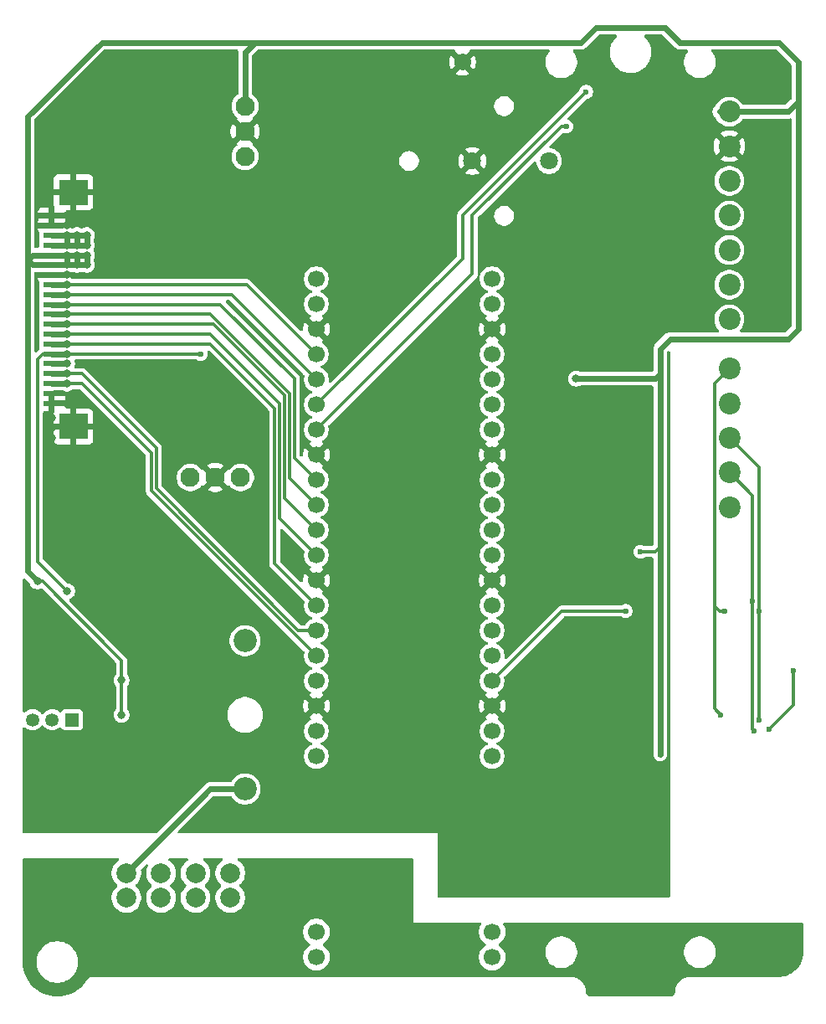
<source format=gbr>
%TF.GenerationSoftware,KiCad,Pcbnew,9.0.3*%
%TF.CreationDate,2025-09-01T08:56:01+03:00*%
%TF.ProjectId,PMCPU-LLP,504d4350-552d-44c4-9c50-2e6b69636164,rev?*%
%TF.SameCoordinates,Original*%
%TF.FileFunction,Copper,L2,Bot*%
%TF.FilePolarity,Positive*%
%FSLAX46Y46*%
G04 Gerber Fmt 4.6, Leading zero omitted, Abs format (unit mm)*
G04 Created by KiCad (PCBNEW 9.0.3) date 2025-09-01 08:56:01*
%MOMM*%
%LPD*%
G01*
G04 APERTURE LIST*
%TA.AperFunction,ComponentPad*%
%ADD10O,6.350000X6.350000*%
%TD*%
%TA.AperFunction,ComponentPad*%
%ADD11C,1.800000*%
%TD*%
%TA.AperFunction,ComponentPad*%
%ADD12C,1.950000*%
%TD*%
%TA.AperFunction,ComponentPad*%
%ADD13R,1.350000X1.350000*%
%TD*%
%TA.AperFunction,ComponentPad*%
%ADD14C,1.350000*%
%TD*%
%TA.AperFunction,ComponentPad*%
%ADD15C,1.700000*%
%TD*%
%TA.AperFunction,ComponentPad*%
%ADD16C,1.725000*%
%TD*%
%TA.AperFunction,ComponentPad*%
%ADD17C,2.200000*%
%TD*%
%TA.AperFunction,ComponentPad*%
%ADD18C,2.000000*%
%TD*%
%TA.AperFunction,ComponentPad*%
%ADD19C,2.350000*%
%TD*%
%TA.AperFunction,SMDPad,CuDef*%
%ADD20R,1.800000X0.600000*%
%TD*%
%TA.AperFunction,SMDPad,CuDef*%
%ADD21R,3.000000X2.600000*%
%TD*%
%TA.AperFunction,ViaPad*%
%ADD22C,0.800000*%
%TD*%
%TA.AperFunction,ViaPad*%
%ADD23C,0.600000*%
%TD*%
%TA.AperFunction,Conductor*%
%ADD24C,0.300000*%
%TD*%
%TA.AperFunction,Conductor*%
%ADD25C,0.600000*%
%TD*%
G04 APERTURE END LIST*
D10*
%TO.P,PE1,1*%
%TO.N,PE*%
X22000000Y-46000000D03*
%TD*%
D11*
%TO.P,J1,1,1*%
%TO.N,/Vbat*%
X13750000Y35000000D03*
%TO.P,J1,2,2*%
%TO.N,GND_BUS*%
X6000000Y35000000D03*
%TD*%
D12*
%TO.P,J5,1,VIN*%
%TO.N,+24V_fuse*%
X-17000000Y35460000D03*
%TO.P,J5,2,GND*%
%TO.N,GND_BUS*%
X-17000000Y38000000D03*
%TO.P,J5,3,+VO*%
%TO.N,+3.3V_CPU*%
X-17000000Y40540000D03*
%TD*%
D13*
%TO.P,J11,1,Pin_1*%
%TO.N,/UART_RX*%
X-34500000Y-21500000D03*
D14*
%TO.P,J11,2,Pin_2*%
%TO.N,/UART_RTS*%
X-36500000Y-21500000D03*
%TO.P,J11,3,Pin_3*%
%TO.N,/UART_TX*%
X-38500000Y-21500000D03*
%TD*%
D12*
%TO.P,J4,1,VIN*%
%TO.N,+24V_fuse*%
X-17460000Y3000000D03*
%TO.P,J4,2,GND*%
%TO.N,GND_BUS*%
X-20000000Y3000000D03*
%TO.P,J4,3,+VO*%
%TO.N,+5V_CPU*%
X-22540000Y3000000D03*
%TD*%
D15*
%TO.P,U3,1,RM_IO22*%
%TO.N,/WDT*%
X-9780000Y23080000D03*
%TO.P,U3,2,RM_IO23*%
%TO.N,unconnected-(U3-RM_IO23-Pad2)*%
X-9780000Y20540000D03*
%TO.P,U3,3,GND*%
%TO.N,GND_BUS*%
X-9780000Y18000000D03*
%TO.P,U3,4,RM_IO12*%
%TO.N,/SPI0_MOSI*%
X-9780000Y15460000D03*
%TO.P,U3,5,RM_IO13*%
%TO.N,/SPI0_MISO*%
X-9780000Y12920000D03*
%TO.P,U3,6,RM_IO0*%
%TO.N,/I2C2_SDA*%
X-9780000Y10380000D03*
%TO.P,U3,7,RM_IO1*%
%TO.N,/I2C2_SCL*%
X-9780000Y7840000D03*
%TO.P,U3,8,GND*%
%TO.N,GND_BUS*%
X-9780000Y5300000D03*
%TO.P,U3,9,RM_IO11*%
%TO.N,/SPI0_SCK*%
X-9780000Y2760000D03*
%TO.P,U3,10,RM_IO10*%
%TO.N,/SPI0_CS0*%
X-9780000Y220000D03*
%TO.P,U3,11,RM_IO9*%
%TO.N,/SPI0_CS1*%
X-9780000Y-2320000D03*
%TO.P,U3,12,RM_IO8*%
%TO.N,/SPI0_CS2*%
X-9780000Y-4860000D03*
%TO.P,U3,13,GND*%
%TO.N,GND_BUS*%
X-9780000Y-7400000D03*
%TO.P,U3,14,RM_IO7*%
%TO.N,/SPI0_CS3*%
X-9780000Y-9940000D03*
%TO.P,U3,15,RM_IO6*%
%TO.N,/I2C0_SDA*%
X-9780000Y-12480000D03*
%TO.P,U3,16,RM_IO5*%
%TO.N,/I2C0_SCL*%
X-9780000Y-15020000D03*
%TO.P,U3,17,RM_IO4*%
%TO.N,/UART_TX*%
X-9780000Y-17560000D03*
%TO.P,U3,18,GND*%
%TO.N,GND_BUS*%
X-9780000Y-20100000D03*
%TO.P,U3,19,RM_IO3*%
%TO.N,/UART_RX*%
X-9780000Y-22640000D03*
%TO.P,U3,20,RM_IO2*%
%TO.N,/UART_RTS*%
X-9780000Y-25180000D03*
%TO.P,U3,21,RM_IO31*%
%TO.N,/RX_EXT*%
X8000000Y-25180000D03*
%TO.P,U3,22,RM_IO30*%
%TO.N,/TX_EXT*%
X8000000Y-22640000D03*
%TO.P,U3,23,GND*%
%TO.N,GND_BUS*%
X8000000Y-20100000D03*
%TO.P,U3,24,RM_IO29*%
%TO.N,/RTS_EXT*%
X8000000Y-17560000D03*
%TO.P,U3,25,RM_IO28*%
%TO.N,/HMI_RES*%
X8000000Y-15020000D03*
%TO.P,U3,26,RM_IO27*%
%TO.N,/HMI_DC*%
X8000000Y-12480000D03*
%TO.P,U3,27,RM_IO26*%
%TO.N,/HMI_CS*%
X8000000Y-9940000D03*
%TO.P,U3,28,GND*%
%TO.N,GND_BUS*%
X8000000Y-7400000D03*
%TO.P,U3,29,RM_IO25*%
%TO.N,/HMI_CLK*%
X8000000Y-4860000D03*
%TO.P,U3,30,RESET*%
%TO.N,unconnected-(U3-RESET-Pad30)*%
X8000000Y-2320000D03*
%TO.P,U3,31,ADC2*%
%TO.N,/LED_1*%
X8000000Y220000D03*
%TO.P,U3,32,ADC3*%
%TO.N,/LED_0*%
X8000000Y2760000D03*
%TO.P,U3,33,GND*%
%TO.N,GND_BUS*%
X8000000Y5300000D03*
%TO.P,U3,34,RM_IO24*%
%TO.N,/HMI_DIN*%
X8000000Y7840000D03*
%TO.P,U3,35,NC*%
%TO.N,unconnected-(U3-NC-Pad35)*%
X8000000Y10380000D03*
%TO.P,U3,36,3V3_OUT*%
%TO.N,Net-(D1-A)*%
X8000000Y12920000D03*
%TO.P,U3,37,3V3_EN*%
%TO.N,unconnected-(U3-3V3_EN-Pad37)*%
X8000000Y15460000D03*
%TO.P,U3,38,GND*%
%TO.N,GND_BUS*%
X8000000Y18000000D03*
%TO.P,U3,39,VSYS*%
%TO.N,+5V_CPU*%
X8000000Y20540000D03*
%TO.P,U3,40,VBUS*%
%TO.N,unconnected-(U3-VBUS-Pad40)*%
X8000000Y23080000D03*
%TO.P,U3,41,NC*%
%TO.N,unconnected-(U3-NC-Pad41)*%
X-9780000Y-42960000D03*
%TO.P,U3,42,NC*%
%TO.N,unconnected-(U3-NC-Pad42)*%
X8000000Y-42960000D03*
%TO.P,U3,43,NC*%
%TO.N,unconnected-(U3-NC-Pad43)*%
X-9780000Y-45500000D03*
%TO.P,U3,44,NC*%
%TO.N,unconnected-(U3-NC-Pad44)*%
X8000000Y-45500000D03*
%TD*%
D16*
%TO.P,U2,1*%
%TO.N,GND_BUS*%
X5000000Y45000000D03*
%TD*%
D17*
%TO.P,J14,1,Pin_1*%
%TO.N,unconnected-(J14-Pin_1-Pad1)*%
X32000000Y0D03*
%TO.P,J14,2,Pin_2*%
%TO.N,/Ext_2*%
X32000000Y3500000D03*
%TO.P,J14,3,Pin_3*%
%TO.N,/Ext_1*%
X32000000Y7000000D03*
%TO.P,J14,4,Pin_4*%
%TO.N,/Ext_2*%
X32000000Y10500000D03*
%TO.P,J14,5,Pin_5*%
%TO.N,/Ext_1*%
X32000000Y14000000D03*
%TD*%
%TO.P,J13,1,Pin_1*%
%TO.N,/HMI_RES*%
X32000000Y19000000D03*
%TO.P,J13,2,Pin_2*%
%TO.N,/HMI_DC*%
X32000000Y22500000D03*
%TO.P,J13,3,Pin_3*%
%TO.N,/HMI_CS*%
X32000000Y26000000D03*
%TO.P,J13,4,Pin_4*%
%TO.N,/HMI_CLK*%
X32000000Y29500000D03*
%TO.P,J13,5,Pin_5*%
%TO.N,/HMI_DIN*%
X32000000Y33000000D03*
%TO.P,J13,6,Pin_6*%
%TO.N,GND_BUS*%
X32000000Y36500000D03*
%TO.P,J13,7,Pin_7*%
%TO.N,+3.3V_CPU*%
X32000000Y40000000D03*
%TD*%
D18*
%TO.P,J3,1,Pin_1*%
%TO.N,+24V_BUS*%
X-29000000Y-37000000D03*
%TO.P,J3,2,Pin_3*%
%TO.N,GND_BUS*%
X-25500000Y-37000000D03*
%TO.P,J3,3,3*%
%TO.N,/A*%
X-22000000Y-37000000D03*
%TO.P,J3,4,4*%
%TO.N,/B*%
X-18500000Y-37000000D03*
%TO.P,J3,5,Pin_9*%
%TO.N,PE*%
X-15000000Y-37000000D03*
%TO.P,J3,6,Pin_2*%
%TO.N,+24V_BUS*%
X-29000000Y-39500000D03*
%TO.P,J3,7,Pin_4*%
%TO.N,GND_BUS*%
X-25500000Y-39500000D03*
%TO.P,J3,8,Pin_6*%
%TO.N,/A*%
X-22000000Y-39500000D03*
%TO.P,J3,9,Pin_8*%
%TO.N,/B*%
X-18500000Y-39500000D03*
%TO.P,J3,10,Pin_10*%
%TO.N,PE*%
X-15000000Y-39500000D03*
%TD*%
D19*
%TO.P,U1,1,1*%
%TO.N,+24V_BUS*%
X-17000000Y-28500000D03*
%TO.P,U1,2,2*%
%TO.N,+24V_fuse*%
X-17000000Y-13500000D03*
%TD*%
D20*
%TO.P,JM2,1,Pin_1*%
%TO.N,GND_BUS*%
X-36546000Y29500000D03*
%TO.P,JM2,2,Pin_2*%
X-36546000Y28500000D03*
%TO.P,JM2,3,Pin_3*%
%TO.N,+5V_CPU*%
X-36546000Y27500000D03*
%TO.P,JM2,4,Pin_4*%
X-36546000Y26500000D03*
%TO.P,JM2,5,Pin_5*%
%TO.N,+3.3V_CPU*%
X-36546000Y25500000D03*
%TO.P,JM2,6,Pin_6*%
X-36546000Y24500000D03*
%TO.P,JM2,7,Pin_7*%
%TO.N,GND_BUS*%
X-36546000Y23500000D03*
%TO.P,JM2,8,Pin_8*%
%TO.N,/SPI0_MOSI*%
X-36546000Y22500000D03*
%TO.P,JM2,9,Pin_9*%
%TO.N,/SPI0_MISO*%
X-36546000Y21500000D03*
%TO.P,JM2,10,Pin_10*%
%TO.N,/SPI0_SCK*%
X-36546000Y20500000D03*
%TO.P,JM2,11,Pin_11*%
%TO.N,/SPI0_CS0*%
X-36546000Y19500000D03*
%TO.P,JM2,12,Pin_11*%
%TO.N,/SPI0_CS1*%
X-36546000Y18500000D03*
%TO.P,JM2,13,Pin_11*%
%TO.N,/SPI0_CS2*%
X-36546000Y17500000D03*
%TO.P,JM2,14,Pin_11*%
%TO.N,/SPI0_CS3*%
X-36546000Y16500000D03*
%TO.P,JM2,15,Pin_11*%
%TO.N,/RST*%
X-36546000Y15500000D03*
%TO.P,JM2,16,Pin_11*%
%TO.N,Net-(JM1-Pin_5)*%
X-36546000Y14500000D03*
%TO.P,JM2,17,Pin_11*%
%TO.N,/I2C0_SDA*%
X-36546000Y13500000D03*
%TO.P,JM2,18,Pin_11*%
%TO.N,/I2C0_SCL*%
X-36546000Y12500000D03*
%TO.P,JM2,19,Pin_11*%
%TO.N,GND_BUS*%
X-36546000Y11500000D03*
%TO.P,JM2,20,Pin_11*%
X-36546000Y10500000D03*
D21*
%TO.P,JM2,MP1,Pin_11*%
X-34375000Y31850000D03*
%TO.P,JM2,MP2,Pin_11*%
X-34375000Y8150000D03*
%TD*%
D22*
%TO.N,/I2C0_SDA*%
X-35000000Y13500000D03*
%TO.N,/I2C0_SCL*%
X-35000000Y12500000D03*
D23*
%TO.N,/I2C2_SDA*%
X17500000Y42000000D03*
D22*
%TO.N,+3.3V_CPU*%
X-34000000Y25500000D03*
X-35000000Y24500000D03*
D23*
X25000000Y-25000000D03*
D22*
X-29500000Y-17500000D03*
X-35000000Y25500000D03*
X16500000Y13000000D03*
X-33000000Y25500000D03*
X-33000000Y24500000D03*
D23*
X23000000Y-4500000D03*
D22*
X-34000000Y24500000D03*
X-38000000Y-7500000D03*
X-29500000Y-21000000D03*
%TO.N,GND_BUS*%
X-32000000Y32000000D03*
X-22000000Y-9500000D03*
D23*
X22500000Y-16500000D03*
D22*
X-25000000Y-21500000D03*
X-32000000Y-3000000D03*
D23*
X21500000Y-26500000D03*
D22*
X-32000000Y33000000D03*
X-24000000Y-22500000D03*
X-35000000Y23500000D03*
X-32000000Y8000000D03*
X-23000000Y-21500000D03*
X-32000000Y7000000D03*
X-32000000Y31000000D03*
X-24000000Y-9500000D03*
D23*
X21500000Y-13500000D03*
D22*
X-35000000Y10500000D03*
X-37000000Y-17500000D03*
X-36500000Y8000000D03*
X-32000000Y-2000000D03*
X-23000000Y-10500000D03*
X-36500000Y7000000D03*
X-32000000Y9000000D03*
X-24000000Y-20500000D03*
X-21500000Y-17500000D03*
X-32000000Y-1000000D03*
X-32000000Y-18500000D03*
X-32000000Y-22500000D03*
X-36500000Y9000000D03*
D23*
X22500000Y-27500000D03*
X23500000Y-27500000D03*
D22*
X-35000000Y29500000D03*
X-35000000Y28500000D03*
D23*
X21500000Y-14500000D03*
D22*
X-37000000Y-19000000D03*
%TO.N,+5V_CPU*%
X-34000000Y26500000D03*
X-35000000Y26500000D03*
X-33000000Y26500000D03*
X-35000000Y27500000D03*
X-34000000Y27500000D03*
X-33000000Y27500000D03*
D23*
%TO.N,/I2C2_SCL*%
X15500000Y38500000D03*
D22*
%TO.N,/RST*%
X-35000000Y15500000D03*
D23*
X-21500000Y15500000D03*
D22*
X-35000000Y-8500000D03*
%TO.N,/SPI0_MOSI*%
X-35000000Y22500000D03*
%TO.N,/SPI0_CS2*%
X-35000000Y17500000D03*
%TO.N,/SPI0_CS1*%
X-35000000Y18500000D03*
%TO.N,/SPI0_CS3*%
X-35000000Y16500000D03*
%TO.N,/SPI0_MISO*%
X-35000000Y21500000D03*
D23*
%TO.N,+5V_EXT*%
X36000000Y-22500000D03*
X38500000Y-16500000D03*
%TO.N,/Ext_1*%
X35000000Y-10500000D03*
X31149000Y-21000000D03*
X35000000Y-21500000D03*
X31500000Y-10500000D03*
%TO.N,/Ext_2*%
X34500000Y-22635000D03*
X34350000Y-9500000D03*
%TO.N,/RTS_EXT*%
X21500000Y-10500000D03*
D22*
%TO.N,/SPI0_CS0*%
X-35000000Y19500000D03*
%TO.N,/SPI0_SCK*%
X-35000000Y20500000D03*
%TO.N,Net-(JM1-Pin_5)*%
X-35000000Y14500000D03*
%TD*%
D24*
%TO.N,/I2C0_SDA*%
X-25999000Y5999000D02*
X-25999000Y1907520D01*
X-35000000Y13500000D02*
X-33500000Y13500000D01*
X-25999000Y1907520D02*
X-11611480Y-12480000D01*
X-33500000Y13500000D02*
X-25999000Y5999000D01*
X-11611480Y-12480000D02*
X-9780000Y-12480000D01*
D25*
X-36546000Y13500000D02*
X-35000000Y13500000D01*
D24*
%TO.N,/I2C0_SCL*%
X-33500000Y12500000D02*
X-26500000Y5500000D01*
D25*
X-36546000Y12500000D02*
X-35000000Y12500000D01*
D24*
X-26500000Y1700000D02*
X-9780000Y-15020000D01*
X-26500000Y5500000D02*
X-26500000Y1700000D01*
X-35000000Y12500000D02*
X-33500000Y12500000D01*
%TO.N,/I2C2_SDA*%
X5000000Y29500000D02*
X17500000Y42000000D01*
X5000000Y25160000D02*
X5000000Y29500000D01*
X-9780000Y10380000D02*
X5000000Y25160000D01*
D25*
%TO.N,+24V_BUS*%
X-29000000Y-37000000D02*
X-20500000Y-28500000D01*
X-20500000Y-28500000D02*
X-17000000Y-28500000D01*
%TO.N,+3.3V_CPU*%
X-34000000Y24500000D02*
X-33000000Y24500000D01*
X-39000000Y39500000D02*
X-31500000Y47000000D01*
X-31500000Y47000000D02*
X-20199000Y47000000D01*
X-39000000Y39500000D02*
X-39000000Y-6500000D01*
X25000000Y16000000D02*
X25000000Y13500000D01*
X26000000Y17000000D02*
X25000000Y16000000D01*
X-39000000Y25000000D02*
X-39000000Y39500000D01*
X-36546000Y25500000D02*
X-35000000Y25500000D01*
X25500000Y48500000D02*
X27000000Y47000000D01*
X25000000Y-4000000D02*
X25000000Y-25000000D01*
D24*
X-30000000Y-15000000D02*
X-37500000Y-7500000D01*
X-29500000Y-20500000D02*
X-29500000Y-21000000D01*
X23000000Y-4500000D02*
X24500000Y-4500000D01*
X-29500000Y-15500000D02*
X-30000000Y-15000000D01*
D25*
X27000000Y47000000D02*
X37000000Y47000000D01*
X39000000Y41000000D02*
X39000000Y18000000D01*
X-35000000Y25500000D02*
X-35000000Y24500000D01*
X-36546000Y24500000D02*
X-35000000Y24500000D01*
X-34000000Y25500000D02*
X-34000000Y24500000D01*
X-38500000Y24500000D02*
X-39000000Y25000000D01*
X-16000000Y47000000D02*
X9000000Y47000000D01*
X39000000Y45000000D02*
X39000000Y41000000D01*
X-20199000Y47000000D02*
X-16000000Y47000000D01*
X39000000Y18000000D02*
X38000000Y17000000D01*
X-35000000Y25500000D02*
X-34000000Y25500000D01*
X-36546000Y25500000D02*
X-38500000Y25500000D01*
X-35000000Y24500000D02*
X-34000000Y24500000D01*
X38000000Y40000000D02*
X31000000Y40000000D01*
X38000000Y17000000D02*
X26000000Y17000000D01*
X9000000Y47000000D02*
X17000000Y47000000D01*
X-38500000Y25500000D02*
X-39000000Y25000000D01*
X25000000Y13500000D02*
X25000000Y-4000000D01*
D24*
X24500000Y-4500000D02*
X25000000Y-4000000D01*
D25*
X18500000Y48500000D02*
X25500000Y48500000D01*
X-36546000Y24500000D02*
X-38500000Y24500000D01*
X39000000Y41000000D02*
X38000000Y40000000D01*
D24*
X-29500000Y-20500000D02*
X-29500000Y-15500000D01*
D25*
X-34000000Y25500000D02*
X-33000000Y25500000D01*
X-33000000Y25500000D02*
X-33000000Y24500000D01*
X16500000Y13000000D02*
X24500000Y13000000D01*
X-39000000Y-6500000D02*
X-38000000Y-7500000D01*
X-17000000Y40540000D02*
X-17000000Y46000000D01*
X24500000Y13000000D02*
X25000000Y13500000D01*
X37000000Y47000000D02*
X39000000Y45000000D01*
D24*
X-37500000Y-7500000D02*
X-38000000Y-7500000D01*
D25*
X17000000Y47000000D02*
X18500000Y48500000D01*
X-17000000Y46000000D02*
X-16000000Y47000000D01*
%TO.N,+5V_CPU*%
X-36546000Y27500000D02*
X-35000000Y27500000D01*
X-33000000Y27500000D02*
X-33000000Y26500000D01*
X-34000000Y27500000D02*
X-34000000Y26500000D01*
X-34000000Y27500000D02*
X-33000000Y27500000D01*
X-35000000Y26500000D02*
X-34000000Y26500000D01*
X-36546000Y26500000D02*
X-35000000Y26500000D01*
X-34000000Y26500000D02*
X-33000000Y26500000D01*
X-35000000Y27500000D02*
X-35000000Y26500000D01*
X-35000000Y27500000D02*
X-34000000Y27500000D01*
D24*
%TO.N,/I2C2_SCL*%
X-9780000Y7840000D02*
X6000000Y23620000D01*
X15000000Y38500000D02*
X15500000Y38500000D01*
X6000000Y23620000D02*
X6000000Y29500000D01*
X6000000Y29500000D02*
X15000000Y38500000D01*
%TO.N,/RST*%
X-36546000Y15500000D02*
X-37448000Y15500000D01*
D25*
X-36546000Y15500000D02*
X-35000000Y15500000D01*
D24*
X-37448000Y15500000D02*
X-38000000Y14948000D01*
X-38000000Y-5500000D02*
X-35000000Y-8500000D01*
X-35000000Y15500000D02*
X-21500000Y15500000D01*
X-38000000Y14948000D02*
X-38000000Y-5500000D01*
D25*
%TO.N,/SPI0_MOSI*%
X-36546000Y22500000D02*
X-35000000Y22500000D01*
D24*
X-16820000Y22500000D02*
X-16660000Y22340000D01*
X-9780000Y15460000D02*
X-16660000Y22340000D01*
X-35000000Y22500000D02*
X-16820000Y22500000D01*
%TO.N,/SPI0_CS2*%
X-13503000Y10503000D02*
X-20500000Y17500000D01*
D25*
X-36546000Y17500000D02*
X-35000000Y17500000D01*
D24*
X-9780000Y-4860000D02*
X-13503000Y-1137000D01*
X-35000000Y17500000D02*
X-20500000Y17500000D01*
X-13503000Y-1137000D02*
X-13503000Y10503000D01*
D25*
%TO.N,/SPI0_CS1*%
X-36546000Y18500000D02*
X-35000000Y18500000D01*
D24*
X-13002000Y11293480D02*
X-20208520Y18500000D01*
X-9780000Y-2320000D02*
X-13002000Y902000D01*
X-13002000Y902000D02*
X-13002000Y11293480D01*
X-35000000Y18500000D02*
X-20208520Y18500000D01*
%TO.N,/SPI0_CS3*%
X-35000000Y16500000D02*
X-20500000Y16500000D01*
D25*
X-36546000Y16500000D02*
X-35000000Y16500000D01*
D24*
X-14004000Y10004000D02*
X-20500000Y16500000D01*
X-14004000Y-5716000D02*
X-14004000Y10004000D01*
X-9780000Y-9940000D02*
X-14004000Y-5716000D01*
D25*
%TO.N,/SPI0_MISO*%
X-36546000Y21500000D02*
X-35000000Y21500000D01*
D24*
X-35000000Y21500000D02*
X-18360000Y21500000D01*
X-18360000Y21500000D02*
X-18180000Y21320000D01*
X-9780000Y12920000D02*
X-18180000Y21320000D01*
%TO.N,+5V_EXT*%
X36000000Y-22500000D02*
X38500000Y-20000000D01*
X38500000Y-16500000D02*
X38500000Y-20000000D01*
%TO.N,/Ext_1*%
X35000000Y4000000D02*
X32000000Y7000000D01*
X31000000Y-10500000D02*
X30500000Y-10000000D01*
X31149000Y-21000000D02*
X30500000Y-20351000D01*
X35000000Y-21500000D02*
X35000000Y-10500000D01*
X35000000Y-10500000D02*
X35000000Y4000000D01*
X30500000Y-10000000D02*
X30500000Y12500000D01*
X30500000Y-20351000D02*
X30500000Y-10000000D01*
X30500000Y12500000D02*
X32000000Y14000000D01*
X31500000Y-10500000D02*
X31000000Y-10500000D01*
%TO.N,/Ext_2*%
X32000000Y3500000D02*
X34350000Y1150000D01*
X34350000Y-21485000D02*
X34350000Y-9500000D01*
X34349000Y-22484000D02*
X34349000Y-21485000D01*
X34500000Y-22635000D02*
X34349000Y-22484000D01*
X34350000Y1150000D02*
X34350000Y-9500000D01*
%TO.N,/RTS_EXT*%
X8000000Y-17560000D02*
X15060000Y-10500000D01*
X15060000Y-10500000D02*
X21500000Y-10500000D01*
%TO.N,/SPI0_CS0*%
X-12501000Y11501000D02*
X-20500000Y19500000D01*
D25*
X-36546000Y19500000D02*
X-35000000Y19500000D01*
D24*
X-12501000Y2941000D02*
X-12501000Y11501000D01*
X-9780000Y220000D02*
X-12501000Y2941000D01*
X-35000000Y19500000D02*
X-20500000Y19500000D01*
%TO.N,/SPI0_SCK*%
X-12000000Y13000000D02*
X-19500000Y20500000D01*
X-19500000Y20500000D02*
X-35000000Y20500000D01*
D25*
X-36546000Y20500000D02*
X-35000000Y20500000D01*
D24*
X-12000000Y4980000D02*
X-12000000Y13000000D01*
X-9780000Y2760000D02*
X-12000000Y4980000D01*
D25*
%TO.N,Net-(JM1-Pin_5)*%
X-35000000Y14500000D02*
X-36546000Y14500000D01*
%TD*%
%TA.AperFunction,Conductor*%
%TO.N,PE*%
G36*
X-29802824Y-35519685D02*
G01*
X-29757069Y-35572489D01*
X-29747125Y-35641647D01*
X-29776150Y-35705203D01*
X-29796976Y-35724316D01*
X-29977510Y-35855483D01*
X-29977512Y-35855485D01*
X-29977513Y-35855485D01*
X-30144515Y-36022487D01*
X-30144515Y-36022488D01*
X-30144517Y-36022490D01*
X-30204138Y-36104550D01*
X-30283343Y-36213566D01*
X-30390567Y-36424003D01*
X-30463554Y-36648631D01*
X-30500500Y-36881902D01*
X-30500500Y-37118097D01*
X-30463554Y-37351368D01*
X-30390567Y-37575996D01*
X-30283343Y-37786433D01*
X-30144517Y-37977510D01*
X-30144515Y-37977512D01*
X-29977510Y-38144517D01*
X-29970397Y-38149685D01*
X-29927734Y-38205017D01*
X-29921758Y-38274630D01*
X-29954366Y-38336424D01*
X-29970397Y-38350315D01*
X-29977510Y-38355482D01*
X-30144515Y-38522487D01*
X-30144515Y-38522488D01*
X-30144517Y-38522490D01*
X-30204138Y-38604550D01*
X-30283343Y-38713566D01*
X-30390567Y-38924003D01*
X-30463554Y-39148631D01*
X-30500500Y-39381902D01*
X-30500500Y-39618097D01*
X-30463554Y-39851368D01*
X-30390567Y-40075996D01*
X-30283343Y-40286433D01*
X-30144517Y-40477510D01*
X-29977510Y-40644517D01*
X-29786433Y-40783343D01*
X-29687009Y-40834002D01*
X-29575997Y-40890566D01*
X-29575995Y-40890566D01*
X-29575992Y-40890568D01*
X-29455588Y-40929689D01*
X-29351369Y-40963553D01*
X-29118097Y-41000500D01*
X-29118092Y-41000500D01*
X-28881903Y-41000500D01*
X-28648632Y-40963553D01*
X-28424008Y-40890568D01*
X-28213567Y-40783343D01*
X-28022490Y-40644517D01*
X-27855483Y-40477510D01*
X-27716657Y-40286433D01*
X-27609432Y-40075992D01*
X-27536447Y-39851368D01*
X-27499500Y-39618097D01*
X-27499500Y-39381902D01*
X-27536447Y-39148631D01*
X-27609434Y-38924003D01*
X-27716658Y-38713566D01*
X-27855483Y-38522490D01*
X-28022490Y-38355483D01*
X-28029599Y-38350318D01*
X-28072265Y-38294988D01*
X-28078244Y-38225375D01*
X-28045638Y-38163580D01*
X-28029599Y-38149682D01*
X-28029500Y-38149609D01*
X-28022490Y-38144517D01*
X-27855483Y-37977510D01*
X-27716657Y-37786433D01*
X-27609432Y-37575992D01*
X-27536447Y-37351368D01*
X-27499500Y-37118097D01*
X-27499500Y-36881910D01*
X-27499501Y-36881902D01*
X-27523845Y-36728204D01*
X-27514891Y-36658914D01*
X-27489056Y-36621131D01*
X-27027210Y-36159285D01*
X-26965889Y-36125802D01*
X-26896197Y-36130786D01*
X-26840264Y-36172658D01*
X-26815847Y-36238122D01*
X-26829046Y-36303262D01*
X-26890566Y-36424000D01*
X-26963554Y-36648631D01*
X-27000500Y-36881902D01*
X-27000500Y-37118097D01*
X-26963554Y-37351368D01*
X-26890567Y-37575996D01*
X-26783343Y-37786433D01*
X-26644517Y-37977510D01*
X-26644515Y-37977512D01*
X-26477510Y-38144517D01*
X-26470397Y-38149685D01*
X-26427734Y-38205017D01*
X-26421758Y-38274630D01*
X-26454366Y-38336424D01*
X-26470397Y-38350315D01*
X-26477510Y-38355482D01*
X-26644515Y-38522487D01*
X-26644515Y-38522488D01*
X-26644517Y-38522490D01*
X-26704138Y-38604550D01*
X-26783343Y-38713566D01*
X-26890567Y-38924003D01*
X-26963554Y-39148631D01*
X-27000500Y-39381902D01*
X-27000500Y-39618097D01*
X-26963554Y-39851368D01*
X-26890567Y-40075996D01*
X-26783343Y-40286433D01*
X-26644517Y-40477510D01*
X-26477510Y-40644517D01*
X-26286433Y-40783343D01*
X-26187009Y-40834002D01*
X-26075997Y-40890566D01*
X-26075995Y-40890566D01*
X-26075992Y-40890568D01*
X-25955588Y-40929689D01*
X-25851369Y-40963553D01*
X-25618097Y-41000500D01*
X-25618092Y-41000500D01*
X-25381903Y-41000500D01*
X-25148632Y-40963553D01*
X-24924008Y-40890568D01*
X-24713567Y-40783343D01*
X-24522490Y-40644517D01*
X-24355483Y-40477510D01*
X-24216657Y-40286433D01*
X-24109432Y-40075992D01*
X-24036447Y-39851368D01*
X-23999500Y-39618097D01*
X-23999500Y-39381902D01*
X-24036447Y-39148631D01*
X-24109434Y-38924003D01*
X-24216658Y-38713566D01*
X-24355483Y-38522490D01*
X-24522490Y-38355483D01*
X-24529599Y-38350318D01*
X-24572265Y-38294988D01*
X-24578244Y-38225375D01*
X-24545638Y-38163580D01*
X-24529599Y-38149682D01*
X-24529500Y-38149609D01*
X-24522490Y-38144517D01*
X-24355483Y-37977510D01*
X-24216657Y-37786433D01*
X-24109432Y-37575992D01*
X-24036447Y-37351368D01*
X-23999500Y-37118097D01*
X-23999500Y-36881902D01*
X-24036447Y-36648631D01*
X-24109434Y-36424003D01*
X-24216658Y-36213566D01*
X-24355483Y-36022490D01*
X-24522490Y-35855483D01*
X-24703024Y-35724317D01*
X-24745688Y-35668988D01*
X-24751667Y-35599374D01*
X-24719061Y-35537579D01*
X-24658222Y-35503222D01*
X-24630137Y-35500000D01*
X-22869863Y-35500000D01*
X-22802824Y-35519685D01*
X-22757069Y-35572489D01*
X-22747125Y-35641647D01*
X-22776150Y-35705203D01*
X-22796976Y-35724316D01*
X-22977510Y-35855483D01*
X-22977512Y-35855485D01*
X-22977513Y-35855485D01*
X-23144515Y-36022487D01*
X-23144515Y-36022488D01*
X-23144517Y-36022490D01*
X-23204138Y-36104550D01*
X-23283343Y-36213566D01*
X-23390567Y-36424003D01*
X-23463554Y-36648631D01*
X-23500500Y-36881902D01*
X-23500500Y-37118097D01*
X-23463554Y-37351368D01*
X-23390567Y-37575996D01*
X-23283343Y-37786433D01*
X-23144517Y-37977510D01*
X-23144515Y-37977512D01*
X-22977510Y-38144517D01*
X-22970397Y-38149685D01*
X-22927734Y-38205017D01*
X-22921758Y-38274630D01*
X-22954366Y-38336424D01*
X-22970397Y-38350315D01*
X-22977510Y-38355482D01*
X-23144515Y-38522487D01*
X-23144515Y-38522488D01*
X-23144517Y-38522490D01*
X-23204138Y-38604550D01*
X-23283343Y-38713566D01*
X-23390567Y-38924003D01*
X-23463554Y-39148631D01*
X-23500500Y-39381902D01*
X-23500500Y-39618097D01*
X-23463554Y-39851368D01*
X-23390567Y-40075996D01*
X-23283343Y-40286433D01*
X-23144517Y-40477510D01*
X-22977510Y-40644517D01*
X-22786433Y-40783343D01*
X-22687009Y-40834002D01*
X-22575997Y-40890566D01*
X-22575995Y-40890566D01*
X-22575992Y-40890568D01*
X-22455588Y-40929689D01*
X-22351369Y-40963553D01*
X-22118097Y-41000500D01*
X-22118092Y-41000500D01*
X-21881903Y-41000500D01*
X-21648632Y-40963553D01*
X-21424008Y-40890568D01*
X-21213567Y-40783343D01*
X-21022490Y-40644517D01*
X-20855483Y-40477510D01*
X-20716657Y-40286433D01*
X-20609432Y-40075992D01*
X-20536447Y-39851368D01*
X-20499500Y-39618097D01*
X-20499500Y-39381902D01*
X-20536447Y-39148631D01*
X-20609434Y-38924003D01*
X-20716658Y-38713566D01*
X-20855483Y-38522490D01*
X-21022490Y-38355483D01*
X-21029599Y-38350318D01*
X-21072265Y-38294988D01*
X-21078244Y-38225375D01*
X-21045638Y-38163580D01*
X-21029599Y-38149682D01*
X-21029500Y-38149609D01*
X-21022490Y-38144517D01*
X-20855483Y-37977510D01*
X-20716657Y-37786433D01*
X-20609432Y-37575992D01*
X-20536447Y-37351368D01*
X-20499500Y-37118097D01*
X-20499500Y-36881902D01*
X-20536447Y-36648631D01*
X-20609434Y-36424003D01*
X-20716658Y-36213566D01*
X-20855483Y-36022490D01*
X-21022490Y-35855483D01*
X-21203024Y-35724317D01*
X-21245688Y-35668988D01*
X-21251667Y-35599374D01*
X-21219061Y-35537579D01*
X-21158222Y-35503222D01*
X-21130137Y-35500000D01*
X-19369863Y-35500000D01*
X-19302824Y-35519685D01*
X-19257069Y-35572489D01*
X-19247125Y-35641647D01*
X-19276150Y-35705203D01*
X-19296976Y-35724316D01*
X-19477510Y-35855483D01*
X-19477512Y-35855485D01*
X-19477513Y-35855485D01*
X-19644515Y-36022487D01*
X-19644515Y-36022488D01*
X-19644517Y-36022490D01*
X-19704138Y-36104550D01*
X-19783343Y-36213566D01*
X-19890567Y-36424003D01*
X-19963554Y-36648631D01*
X-20000500Y-36881902D01*
X-20000500Y-37118097D01*
X-19963554Y-37351368D01*
X-19890567Y-37575996D01*
X-19783343Y-37786433D01*
X-19644517Y-37977510D01*
X-19644515Y-37977512D01*
X-19477510Y-38144517D01*
X-19470397Y-38149685D01*
X-19427734Y-38205017D01*
X-19421758Y-38274630D01*
X-19454366Y-38336424D01*
X-19470397Y-38350315D01*
X-19477510Y-38355482D01*
X-19644515Y-38522487D01*
X-19644515Y-38522488D01*
X-19644517Y-38522490D01*
X-19704138Y-38604550D01*
X-19783343Y-38713566D01*
X-19890567Y-38924003D01*
X-19963554Y-39148631D01*
X-20000500Y-39381902D01*
X-20000500Y-39618097D01*
X-19963554Y-39851368D01*
X-19890567Y-40075996D01*
X-19783343Y-40286433D01*
X-19644517Y-40477510D01*
X-19477510Y-40644517D01*
X-19286433Y-40783343D01*
X-19187009Y-40834002D01*
X-19075997Y-40890566D01*
X-19075995Y-40890566D01*
X-19075992Y-40890568D01*
X-18955588Y-40929689D01*
X-18851369Y-40963553D01*
X-18618097Y-41000500D01*
X-18618092Y-41000500D01*
X-18381903Y-41000500D01*
X-18148632Y-40963553D01*
X-17924008Y-40890568D01*
X-17713567Y-40783343D01*
X-17522490Y-40644517D01*
X-17355483Y-40477510D01*
X-17216657Y-40286433D01*
X-17109432Y-40075992D01*
X-17036447Y-39851368D01*
X-16999500Y-39618097D01*
X-16999500Y-39381902D01*
X-17036447Y-39148631D01*
X-17109434Y-38924003D01*
X-17216658Y-38713566D01*
X-17355483Y-38522490D01*
X-17522490Y-38355483D01*
X-17529599Y-38350318D01*
X-17572265Y-38294988D01*
X-17578244Y-38225375D01*
X-17545638Y-38163580D01*
X-17529599Y-38149682D01*
X-17529500Y-38149609D01*
X-17522490Y-38144517D01*
X-17355483Y-37977510D01*
X-17216657Y-37786433D01*
X-17109432Y-37575992D01*
X-17036447Y-37351368D01*
X-16999500Y-37118097D01*
X-16999500Y-36881902D01*
X-17036447Y-36648631D01*
X-17109434Y-36424003D01*
X-17216658Y-36213566D01*
X-17355483Y-36022490D01*
X-17522490Y-35855483D01*
X-17703024Y-35724317D01*
X-17745688Y-35668988D01*
X-17751667Y-35599374D01*
X-17719061Y-35537579D01*
X-17658222Y-35503222D01*
X-17630137Y-35500000D01*
X-124000Y-35500000D01*
X-56961Y-35519685D01*
X-11206Y-35572489D01*
X0Y-35624000D01*
X0Y-42000000D01*
X6784807Y-42000000D01*
X6851846Y-42019685D01*
X6897601Y-42072489D01*
X6907545Y-42141647D01*
X6885125Y-42196885D01*
X6844951Y-42252179D01*
X6748444Y-42441585D01*
X6682753Y-42643760D01*
X6649500Y-42853713D01*
X6649500Y-43066286D01*
X6682753Y-43276239D01*
X6748444Y-43478414D01*
X6844951Y-43667820D01*
X6969890Y-43839786D01*
X7120213Y-43990109D01*
X7292182Y-44115050D01*
X7300946Y-44119516D01*
X7351742Y-44167491D01*
X7368536Y-44235312D01*
X7345998Y-44301447D01*
X7300946Y-44340484D01*
X7292182Y-44344949D01*
X7120213Y-44469890D01*
X6969890Y-44620213D01*
X6844951Y-44792179D01*
X6748444Y-44981585D01*
X6682753Y-45183760D01*
X6660641Y-45323369D01*
X6649500Y-45393713D01*
X6649500Y-45606287D01*
X6682754Y-45816243D01*
X6743507Y-46003222D01*
X6748444Y-46018414D01*
X6844951Y-46207820D01*
X6969890Y-46379786D01*
X7120213Y-46530109D01*
X7292179Y-46655048D01*
X7292181Y-46655049D01*
X7292184Y-46655051D01*
X7481588Y-46751557D01*
X7683757Y-46817246D01*
X7893713Y-46850500D01*
X7893714Y-46850500D01*
X8106286Y-46850500D01*
X8106287Y-46850500D01*
X8316243Y-46817246D01*
X8518412Y-46751557D01*
X8707816Y-46655051D01*
X8818704Y-46574487D01*
X8879786Y-46530109D01*
X8879788Y-46530106D01*
X8879792Y-46530104D01*
X9030104Y-46379792D01*
X9030106Y-46379788D01*
X9030109Y-46379786D01*
X9155048Y-46207820D01*
X9155047Y-46207820D01*
X9155051Y-46207816D01*
X9251557Y-46018412D01*
X9317246Y-45816243D01*
X9350500Y-45606287D01*
X9350500Y-45393713D01*
X9317246Y-45183757D01*
X9251557Y-44981588D01*
X9196758Y-44874038D01*
X13399500Y-44874038D01*
X13399500Y-45125961D01*
X13438910Y-45374785D01*
X13516760Y-45614383D01*
X13631132Y-45838848D01*
X13779201Y-46042649D01*
X13779205Y-46042654D01*
X13957345Y-46220794D01*
X13957350Y-46220798D01*
X14135117Y-46349952D01*
X14161155Y-46368870D01*
X14304184Y-46441747D01*
X14385616Y-46483239D01*
X14385618Y-46483239D01*
X14385621Y-46483241D01*
X14625215Y-46561090D01*
X14874038Y-46600500D01*
X14874039Y-46600500D01*
X15125961Y-46600500D01*
X15125962Y-46600500D01*
X15374785Y-46561090D01*
X15614379Y-46483241D01*
X15838845Y-46368870D01*
X16042656Y-46220793D01*
X16220793Y-46042656D01*
X16368870Y-45838845D01*
X16483241Y-45614379D01*
X16561090Y-45374785D01*
X16600500Y-45125962D01*
X16600500Y-44874038D01*
X27399500Y-44874038D01*
X27399500Y-45125961D01*
X27438910Y-45374785D01*
X27516760Y-45614383D01*
X27631132Y-45838848D01*
X27779201Y-46042649D01*
X27779205Y-46042654D01*
X27957345Y-46220794D01*
X27957350Y-46220798D01*
X28135117Y-46349952D01*
X28161155Y-46368870D01*
X28304184Y-46441747D01*
X28385616Y-46483239D01*
X28385618Y-46483239D01*
X28385621Y-46483241D01*
X28625215Y-46561090D01*
X28874038Y-46600500D01*
X28874039Y-46600500D01*
X29125961Y-46600500D01*
X29125962Y-46600500D01*
X29374785Y-46561090D01*
X29614379Y-46483241D01*
X29838845Y-46368870D01*
X30042656Y-46220793D01*
X30220793Y-46042656D01*
X30368870Y-45838845D01*
X30483241Y-45614379D01*
X30561090Y-45374785D01*
X30600500Y-45125962D01*
X30600500Y-44874038D01*
X30561090Y-44625215D01*
X30483241Y-44385621D01*
X30483239Y-44385618D01*
X30483239Y-44385616D01*
X30414013Y-44249754D01*
X30368870Y-44161155D01*
X30256656Y-44006705D01*
X30220798Y-43957350D01*
X30220794Y-43957345D01*
X30042654Y-43779205D01*
X30042649Y-43779201D01*
X29838848Y-43631132D01*
X29838847Y-43631131D01*
X29838845Y-43631130D01*
X29768747Y-43595413D01*
X29614383Y-43516760D01*
X29374785Y-43438910D01*
X29125962Y-43399500D01*
X28874038Y-43399500D01*
X28749626Y-43419205D01*
X28625214Y-43438910D01*
X28385616Y-43516760D01*
X28161151Y-43631132D01*
X27957350Y-43779201D01*
X27957345Y-43779205D01*
X27779205Y-43957345D01*
X27779201Y-43957350D01*
X27631132Y-44161151D01*
X27516760Y-44385616D01*
X27438910Y-44625214D01*
X27399500Y-44874038D01*
X16600500Y-44874038D01*
X16561090Y-44625215D01*
X16483241Y-44385621D01*
X16483239Y-44385618D01*
X16483239Y-44385616D01*
X16414013Y-44249754D01*
X16368870Y-44161155D01*
X16256656Y-44006705D01*
X16220798Y-43957350D01*
X16220794Y-43957345D01*
X16042654Y-43779205D01*
X16042649Y-43779201D01*
X15838848Y-43631132D01*
X15838847Y-43631131D01*
X15838845Y-43631130D01*
X15768747Y-43595413D01*
X15614383Y-43516760D01*
X15374785Y-43438910D01*
X15125962Y-43399500D01*
X14874038Y-43399500D01*
X14749626Y-43419205D01*
X14625214Y-43438910D01*
X14385616Y-43516760D01*
X14161151Y-43631132D01*
X13957350Y-43779201D01*
X13957345Y-43779205D01*
X13779205Y-43957345D01*
X13779201Y-43957350D01*
X13631132Y-44161151D01*
X13516760Y-44385616D01*
X13438910Y-44625214D01*
X13399500Y-44874038D01*
X9196758Y-44874038D01*
X9155051Y-44792184D01*
X9155049Y-44792181D01*
X9155048Y-44792179D01*
X9030109Y-44620213D01*
X8879786Y-44469890D01*
X8707820Y-44344951D01*
X8707115Y-44344591D01*
X8699054Y-44340485D01*
X8648259Y-44292512D01*
X8631463Y-44224692D01*
X8653999Y-44158556D01*
X8699054Y-44119515D01*
X8707816Y-44115051D01*
X8856943Y-44006705D01*
X8879786Y-43990109D01*
X8879788Y-43990106D01*
X8879792Y-43990104D01*
X9030104Y-43839792D01*
X9030106Y-43839788D01*
X9030109Y-43839786D01*
X9155048Y-43667820D01*
X9155047Y-43667820D01*
X9155051Y-43667816D01*
X9251557Y-43478412D01*
X9317246Y-43276243D01*
X9350500Y-43066287D01*
X9350500Y-42853713D01*
X9317246Y-42643757D01*
X9251557Y-42441588D01*
X9155051Y-42252184D01*
X9155049Y-42252181D01*
X9155048Y-42252179D01*
X9114875Y-42196885D01*
X9091395Y-42131078D01*
X9107221Y-42063025D01*
X9157327Y-42014330D01*
X9215193Y-42000000D01*
X39375500Y-42000000D01*
X39442539Y-42019685D01*
X39488294Y-42072489D01*
X39499500Y-42124000D01*
X39499500Y-44996249D01*
X39499274Y-45003736D01*
X39481728Y-45293794D01*
X39479923Y-45308659D01*
X39428219Y-45590798D01*
X39424635Y-45605336D01*
X39339306Y-45879167D01*
X39333997Y-45893168D01*
X39216275Y-46154736D01*
X39209316Y-46167995D01*
X39060928Y-46413459D01*
X39052422Y-46425782D01*
X38875526Y-46651573D01*
X38865596Y-46662781D01*
X38662781Y-46865596D01*
X38651573Y-46875526D01*
X38425782Y-47052422D01*
X38413459Y-47060928D01*
X38167995Y-47209316D01*
X38154736Y-47216275D01*
X37893168Y-47333997D01*
X37879167Y-47339306D01*
X37605336Y-47424635D01*
X37590798Y-47428219D01*
X37308659Y-47479923D01*
X37293794Y-47481728D01*
X37003736Y-47499274D01*
X36996249Y-47499500D01*
X27892682Y-47499500D01*
X27680235Y-47530044D01*
X27680225Y-47530047D01*
X27474284Y-47590517D01*
X27279061Y-47679672D01*
X27279048Y-47679679D01*
X27098485Y-47795720D01*
X26936275Y-47936275D01*
X26795720Y-48098485D01*
X26679679Y-48279048D01*
X26679672Y-48279061D01*
X26590517Y-48474284D01*
X26530047Y-48680225D01*
X26530044Y-48680235D01*
X26499500Y-48892682D01*
X26499500Y-48993038D01*
X26498720Y-49006922D01*
X26498720Y-49006923D01*
X26488540Y-49097264D01*
X26482362Y-49124333D01*
X26454648Y-49203537D01*
X26442600Y-49228555D01*
X26397957Y-49299604D01*
X26380644Y-49321313D01*
X26321313Y-49380644D01*
X26299604Y-49397957D01*
X26228555Y-49442600D01*
X26203537Y-49454648D01*
X26124333Y-49482362D01*
X26097264Y-49488540D01*
X26017075Y-49497576D01*
X26006921Y-49498720D01*
X25993038Y-49499500D01*
X18006962Y-49499500D01*
X17993078Y-49498720D01*
X17980553Y-49497308D01*
X17902735Y-49488540D01*
X17875666Y-49482362D01*
X17796462Y-49454648D01*
X17771444Y-49442600D01*
X17700395Y-49397957D01*
X17678686Y-49380644D01*
X17619355Y-49321313D01*
X17602042Y-49299604D01*
X17557399Y-49228555D01*
X17545351Y-49203537D01*
X17543861Y-49199280D01*
X17517636Y-49124331D01*
X17511459Y-49097263D01*
X17501280Y-49006922D01*
X17500500Y-48993038D01*
X17500500Y-48892683D01*
X17500500Y-48892682D01*
X17469954Y-48680231D01*
X17409484Y-48474290D01*
X17409483Y-48474288D01*
X17409482Y-48474284D01*
X17320327Y-48279061D01*
X17320320Y-48279048D01*
X17249102Y-48168231D01*
X17204281Y-48098487D01*
X17124227Y-48006100D01*
X17063724Y-47936275D01*
X16901514Y-47795720D01*
X16901513Y-47795719D01*
X16820979Y-47743963D01*
X16720951Y-47679679D01*
X16720938Y-47679672D01*
X16525715Y-47590517D01*
X16319774Y-47530047D01*
X16319764Y-47530044D01*
X16128754Y-47502582D01*
X16107318Y-47499500D01*
X16065892Y-47499500D01*
X-32601792Y-47499500D01*
X-32729088Y-47533608D01*
X-32843214Y-47599500D01*
X-32936400Y-47692685D01*
X-32967736Y-47746958D01*
X-32971126Y-47752489D01*
X-33165305Y-48051501D01*
X-33172934Y-48062002D01*
X-33395280Y-48336575D01*
X-33403965Y-48346220D01*
X-33653780Y-48596036D01*
X-33663425Y-48604721D01*
X-33937998Y-48827066D01*
X-33948499Y-48834695D01*
X-34244797Y-49027113D01*
X-34256037Y-49033603D01*
X-34570837Y-49194001D01*
X-34582694Y-49199280D01*
X-34912528Y-49325891D01*
X-34924872Y-49329902D01*
X-35266142Y-49421346D01*
X-35278839Y-49424044D01*
X-35627783Y-49479310D01*
X-35640690Y-49480667D01*
X-35993510Y-49499158D01*
X-36006490Y-49499158D01*
X-36359311Y-49480667D01*
X-36372218Y-49479310D01*
X-36721162Y-49424044D01*
X-36733859Y-49421346D01*
X-37075130Y-49329902D01*
X-37087474Y-49325891D01*
X-37417308Y-49199280D01*
X-37429165Y-49194001D01*
X-37559663Y-49127509D01*
X-37743971Y-49033599D01*
X-37755190Y-49027122D01*
X-38051508Y-48834691D01*
X-38062002Y-48827066D01*
X-38336576Y-48604721D01*
X-38346221Y-48596036D01*
X-38596037Y-48346220D01*
X-38604722Y-48336575D01*
X-38741044Y-48168231D01*
X-38827074Y-48061992D01*
X-38834689Y-48051511D01*
X-39027121Y-47755190D01*
X-39033597Y-47743976D01*
X-39194007Y-47429153D01*
X-39199276Y-47417317D01*
X-39325894Y-47087468D01*
X-39329903Y-47075129D01*
X-39334748Y-47057048D01*
X-39421349Y-46733852D01*
X-39424045Y-46721161D01*
X-39431098Y-46676632D01*
X-39471623Y-46420760D01*
X-39479311Y-46372217D01*
X-39480668Y-46359310D01*
X-39499330Y-46003222D01*
X-39499500Y-45996732D01*
X-39499500Y-45862332D01*
X-38100500Y-45862332D01*
X-38100500Y-46137667D01*
X-38100499Y-46137684D01*
X-38064562Y-46410655D01*
X-38064561Y-46410660D01*
X-38064560Y-46410666D01*
X-38028928Y-46543649D01*
X-37993296Y-46676630D01*
X-37887925Y-46931017D01*
X-37887920Y-46931028D01*
X-37817832Y-47052422D01*
X-37750249Y-47169479D01*
X-37750247Y-47169482D01*
X-37750246Y-47169483D01*
X-37582630Y-47387926D01*
X-37582624Y-47387933D01*
X-37387934Y-47582623D01*
X-37387928Y-47582628D01*
X-37169479Y-47750249D01*
X-37057294Y-47815019D01*
X-36931029Y-47887919D01*
X-36931024Y-47887921D01*
X-36931021Y-47887923D01*
X-36676632Y-47993295D01*
X-36410666Y-48064560D01*
X-36137674Y-48100500D01*
X-36137667Y-48100500D01*
X-35862333Y-48100500D01*
X-35862326Y-48100500D01*
X-35589334Y-48064560D01*
X-35323368Y-47993295D01*
X-35068979Y-47887923D01*
X-34830521Y-47750249D01*
X-34612072Y-47582628D01*
X-34417372Y-47387928D01*
X-34249751Y-47169479D01*
X-34112077Y-46931021D01*
X-34006705Y-46676632D01*
X-33935440Y-46410666D01*
X-33899500Y-46137674D01*
X-33899500Y-45862326D01*
X-33935440Y-45589334D01*
X-34006705Y-45323368D01*
X-34112077Y-45068979D01*
X-34112079Y-45068976D01*
X-34112081Y-45068971D01*
X-34189945Y-44934108D01*
X-34249751Y-44830521D01*
X-34417372Y-44612072D01*
X-34417377Y-44612066D01*
X-34612067Y-44417376D01*
X-34612074Y-44417370D01*
X-34830517Y-44249754D01*
X-34830518Y-44249753D01*
X-34830521Y-44249751D01*
X-34972999Y-44167491D01*
X-35068972Y-44112080D01*
X-35068983Y-44112075D01*
X-35323370Y-44006704D01*
X-35456351Y-43971072D01*
X-35589334Y-43935440D01*
X-35589340Y-43935439D01*
X-35589345Y-43935438D01*
X-35862316Y-43899501D01*
X-35862321Y-43899500D01*
X-35862326Y-43899500D01*
X-36137674Y-43899500D01*
X-36137680Y-43899500D01*
X-36137685Y-43899501D01*
X-36410656Y-43935438D01*
X-36410663Y-43935439D01*
X-36410666Y-43935440D01*
X-36466875Y-43950500D01*
X-36676631Y-44006704D01*
X-36931018Y-44112075D01*
X-36931029Y-44112080D01*
X-37169484Y-44249754D01*
X-37387927Y-44417370D01*
X-37387934Y-44417376D01*
X-37582624Y-44612066D01*
X-37582630Y-44612073D01*
X-37750246Y-44830516D01*
X-37887920Y-45068971D01*
X-37887925Y-45068982D01*
X-37993296Y-45323369D01*
X-38064559Y-45589331D01*
X-38064562Y-45589344D01*
X-38100499Y-45862315D01*
X-38100500Y-45862332D01*
X-39499500Y-45862332D01*
X-39499500Y-42853713D01*
X-11130500Y-42853713D01*
X-11130500Y-43066286D01*
X-11097247Y-43276239D01*
X-11031556Y-43478414D01*
X-10935049Y-43667820D01*
X-10810110Y-43839786D01*
X-10659787Y-43990109D01*
X-10487818Y-44115050D01*
X-10479054Y-44119516D01*
X-10428258Y-44167491D01*
X-10411464Y-44235312D01*
X-10434002Y-44301447D01*
X-10479054Y-44340484D01*
X-10487818Y-44344949D01*
X-10659787Y-44469890D01*
X-10810110Y-44620213D01*
X-10935049Y-44792179D01*
X-11031556Y-44981585D01*
X-11097247Y-45183760D01*
X-11119359Y-45323369D01*
X-11130500Y-45393713D01*
X-11130500Y-45606287D01*
X-11097246Y-45816243D01*
X-11036493Y-46003222D01*
X-11031556Y-46018414D01*
X-10935049Y-46207820D01*
X-10810110Y-46379786D01*
X-10659787Y-46530109D01*
X-10487821Y-46655048D01*
X-10487819Y-46655049D01*
X-10487816Y-46655051D01*
X-10298412Y-46751557D01*
X-10096243Y-46817246D01*
X-9886287Y-46850500D01*
X-9886286Y-46850500D01*
X-9673714Y-46850500D01*
X-9673713Y-46850500D01*
X-9463757Y-46817246D01*
X-9261588Y-46751557D01*
X-9072184Y-46655051D01*
X-8961296Y-46574487D01*
X-8900214Y-46530109D01*
X-8900212Y-46530106D01*
X-8900208Y-46530104D01*
X-8749896Y-46379792D01*
X-8749894Y-46379788D01*
X-8749891Y-46379786D01*
X-8624952Y-46207820D01*
X-8624953Y-46207820D01*
X-8624949Y-46207816D01*
X-8528443Y-46018412D01*
X-8462754Y-45816243D01*
X-8429500Y-45606287D01*
X-8429500Y-45393713D01*
X-8462754Y-45183757D01*
X-8528443Y-44981588D01*
X-8624949Y-44792184D01*
X-8624951Y-44792181D01*
X-8624952Y-44792179D01*
X-8749891Y-44620213D01*
X-8900214Y-44469890D01*
X-9072180Y-44344951D01*
X-9072885Y-44344591D01*
X-9080946Y-44340485D01*
X-9131741Y-44292512D01*
X-9148537Y-44224692D01*
X-9126001Y-44158556D01*
X-9080946Y-44119515D01*
X-9072184Y-44115051D01*
X-8923057Y-44006705D01*
X-8900214Y-43990109D01*
X-8900212Y-43990106D01*
X-8900208Y-43990104D01*
X-8749896Y-43839792D01*
X-8749894Y-43839788D01*
X-8749891Y-43839786D01*
X-8624952Y-43667820D01*
X-8624953Y-43667820D01*
X-8624949Y-43667816D01*
X-8528443Y-43478412D01*
X-8462754Y-43276243D01*
X-8429500Y-43066287D01*
X-8429500Y-42853713D01*
X-8462754Y-42643757D01*
X-8528443Y-42441588D01*
X-8624949Y-42252184D01*
X-8624951Y-42252181D01*
X-8624952Y-42252179D01*
X-8749891Y-42080213D01*
X-8900214Y-41929890D01*
X-9072180Y-41804951D01*
X-9261586Y-41708444D01*
X-9261587Y-41708443D01*
X-9261588Y-41708443D01*
X-9463757Y-41642754D01*
X-9463759Y-41642753D01*
X-9463760Y-41642753D01*
X-9625043Y-41617208D01*
X-9673713Y-41609500D01*
X-9886287Y-41609500D01*
X-9934958Y-41617208D01*
X-10096240Y-41642753D01*
X-10298415Y-41708444D01*
X-10487821Y-41804951D01*
X-10659787Y-41929890D01*
X-10810110Y-42080213D01*
X-10935049Y-42252179D01*
X-11031556Y-42441585D01*
X-11097247Y-42643760D01*
X-11130500Y-42853713D01*
X-39499500Y-42853713D01*
X-39499500Y-35624000D01*
X-39479815Y-35556961D01*
X-39427011Y-35511206D01*
X-39375500Y-35500000D01*
X-29869863Y-35500000D01*
X-29802824Y-35519685D01*
G37*
%TD.AperFunction*%
%TD*%
%TA.AperFunction,Conductor*%
%TO.N,GND_BUS*%
G36*
X20543726Y47779538D02*
G01*
X20598264Y47725000D01*
X20618226Y47650500D01*
X20598264Y47576000D01*
X20574585Y47545141D01*
X20417373Y47387930D01*
X20249750Y47169478D01*
X20112078Y46931024D01*
X20006703Y46676631D01*
X20006703Y46676630D01*
X19935440Y46410668D01*
X19935437Y46410651D01*
X19899500Y46137680D01*
X19899500Y45862321D01*
X19935437Y45589350D01*
X19935440Y45589333D01*
X20006703Y45323371D01*
X20006703Y45323370D01*
X20112078Y45068977D01*
X20151902Y45000000D01*
X20249751Y44830521D01*
X20417372Y44612072D01*
X20612072Y44417372D01*
X20830521Y44249751D01*
X21068979Y44112077D01*
X21212420Y44052662D01*
X21323369Y44006704D01*
X21486139Y43963091D01*
X21589334Y43935440D01*
X21862326Y43899500D01*
X22137674Y43899500D01*
X22410666Y43935440D01*
X22620423Y43991645D01*
X22676629Y44006704D01*
X22676630Y44006704D01*
X22709125Y44020165D01*
X22931021Y44112077D01*
X23169479Y44249751D01*
X23387928Y44417372D01*
X23582628Y44612072D01*
X23750249Y44830521D01*
X23887923Y45068979D01*
X23993295Y45323368D01*
X24064560Y45589334D01*
X24100500Y45862326D01*
X24100500Y46137674D01*
X24064560Y46410666D01*
X23993296Y46676630D01*
X23993296Y46676631D01*
X23915463Y46864533D01*
X23887923Y46931021D01*
X23750249Y47169479D01*
X23582628Y47387928D01*
X23425415Y47545141D01*
X23386851Y47611936D01*
X23386851Y47689064D01*
X23425415Y47755859D01*
X23492210Y47794423D01*
X23530774Y47799500D01*
X25148125Y47799500D01*
X25222625Y47779538D01*
X25253484Y47755859D01*
X25865984Y47143360D01*
X26455886Y46553458D01*
X26553458Y46455886D01*
X26553461Y46455884D01*
X26668184Y46379228D01*
X26668189Y46379225D01*
X26742866Y46348293D01*
X26795671Y46326420D01*
X26822591Y46321066D01*
X26931007Y46299500D01*
X27676333Y46299500D01*
X27750833Y46279538D01*
X27805371Y46225000D01*
X27825333Y46150500D01*
X27805371Y46076000D01*
X27781692Y46045141D01*
X27779208Y46042658D01*
X27779206Y46042655D01*
X27631131Y45838848D01*
X27631131Y45838847D01*
X27516762Y45614385D01*
X27516757Y45614373D01*
X27438910Y45374786D01*
X27435469Y45353058D01*
X27399500Y45125962D01*
X27399500Y45078250D01*
X27399500Y44874038D01*
X27438910Y44625215D01*
X27516759Y44385621D01*
X27585988Y44249751D01*
X27631131Y44161154D01*
X27631131Y44161153D01*
X27666787Y44112077D01*
X27779207Y43957344D01*
X27957344Y43779207D01*
X28161155Y43631130D01*
X28385621Y43516759D01*
X28625215Y43438910D01*
X28874038Y43399500D01*
X28874043Y43399500D01*
X29125957Y43399500D01*
X29125962Y43399500D01*
X29374785Y43438910D01*
X29614379Y43516759D01*
X29838845Y43631130D01*
X30042656Y43779207D01*
X30220793Y43957344D01*
X30368870Y44161155D01*
X30483241Y44385621D01*
X30561090Y44625215D01*
X30600500Y44874038D01*
X30600500Y45125962D01*
X30561090Y45374785D01*
X30483241Y45614379D01*
X30368870Y45838845D01*
X30220793Y46042656D01*
X30218308Y46045141D01*
X30217552Y46046451D01*
X30216992Y46047106D01*
X30217113Y46047210D01*
X30179744Y46111936D01*
X30179744Y46189064D01*
X30218308Y46255859D01*
X30285103Y46294423D01*
X30323667Y46299500D01*
X36648125Y46299500D01*
X36722625Y46279538D01*
X36753484Y46255859D01*
X38255859Y44753484D01*
X38294423Y44686689D01*
X38299500Y44648125D01*
X38299500Y41351875D01*
X38279538Y41277375D01*
X38255859Y41246516D01*
X37753484Y40744141D01*
X37686689Y40705577D01*
X37648125Y40700500D01*
X33418435Y40700500D01*
X33343935Y40720462D01*
X33289397Y40775000D01*
X33285682Y40781843D01*
X33283343Y40786433D01*
X33144517Y40977510D01*
X32977510Y41144517D01*
X32786433Y41283343D01*
X32575992Y41390568D01*
X32351368Y41463553D01*
X32118092Y41500500D01*
X31881908Y41500500D01*
X31648632Y41463553D01*
X31424008Y41390568D01*
X31424002Y41390566D01*
X31424002Y41390565D01*
X31213565Y41283342D01*
X31022499Y41144524D01*
X31022488Y41144515D01*
X30855485Y40977512D01*
X30855476Y40977501D01*
X30716658Y40786435D01*
X30716654Y40786430D01*
X30631348Y40619008D01*
X30581372Y40562767D01*
X30553462Y40544118D01*
X30553456Y40544113D01*
X30455889Y40446546D01*
X30455883Y40446539D01*
X30379227Y40331816D01*
X30379224Y40331810D01*
X30326420Y40204330D01*
X30326419Y40204326D01*
X30299500Y40068994D01*
X30299500Y39931007D01*
X30326419Y39795675D01*
X30326420Y39795671D01*
X30379224Y39668191D01*
X30379227Y39668185D01*
X30455883Y39553462D01*
X30455886Y39553458D01*
X30553458Y39455886D01*
X30581370Y39437236D01*
X30631349Y39380993D01*
X30716657Y39213567D01*
X30855483Y39022490D01*
X31022490Y38855483D01*
X31213567Y38716657D01*
X31424008Y38609432D01*
X31648632Y38536447D01*
X31881908Y38499500D01*
X31881913Y38499500D01*
X32118087Y38499500D01*
X32118092Y38499500D01*
X32351368Y38536447D01*
X32575992Y38609432D01*
X32786433Y38716657D01*
X32977510Y38855483D01*
X33144517Y39022490D01*
X33283343Y39213567D01*
X33285674Y39218143D01*
X33337281Y39275460D01*
X33410633Y39299296D01*
X33418435Y39299500D01*
X38068990Y39299500D01*
X38068994Y39299500D01*
X38121432Y39309931D01*
X38198393Y39304887D01*
X38262523Y39262038D01*
X38296637Y39192864D01*
X38299500Y39163794D01*
X38299500Y18351875D01*
X38279538Y18277375D01*
X38255859Y18246516D01*
X37753484Y17744141D01*
X37686689Y17705577D01*
X37648125Y17700500D01*
X33182244Y17700500D01*
X33107744Y17720462D01*
X33053206Y17775000D01*
X33033244Y17849500D01*
X33053206Y17924000D01*
X33076881Y17954855D01*
X33144517Y18022490D01*
X33283343Y18213567D01*
X33390568Y18424008D01*
X33463553Y18648632D01*
X33500500Y18881908D01*
X33500500Y19118092D01*
X33463553Y19351368D01*
X33390568Y19575992D01*
X33283343Y19786433D01*
X33144517Y19977510D01*
X32977510Y20144517D01*
X32786433Y20283343D01*
X32575992Y20390568D01*
X32351368Y20463553D01*
X32118092Y20500500D01*
X31881908Y20500500D01*
X31648632Y20463553D01*
X31581016Y20441583D01*
X31424008Y20390568D01*
X31424002Y20390566D01*
X31424002Y20390565D01*
X31213565Y20283342D01*
X31022499Y20144524D01*
X31022488Y20144515D01*
X30855485Y19977512D01*
X30855476Y19977501D01*
X30749414Y19831519D01*
X30716657Y19786433D01*
X30609432Y19575992D01*
X30536447Y19351368D01*
X30499500Y19118092D01*
X30499500Y18881908D01*
X30536447Y18648632D01*
X30609432Y18424008D01*
X30716657Y18213567D01*
X30855483Y18022490D01*
X30923116Y17954857D01*
X30961679Y17888064D01*
X30961679Y17810936D01*
X30923115Y17744141D01*
X30856320Y17705577D01*
X30817756Y17700500D01*
X25931002Y17700500D01*
X25795672Y17673581D01*
X25795670Y17673580D01*
X25668197Y17620780D01*
X25668184Y17620772D01*
X25553458Y17544115D01*
X25553453Y17544111D01*
X24455889Y16446547D01*
X24455885Y16446542D01*
X24379228Y16331816D01*
X24379220Y16331803D01*
X24326421Y16204332D01*
X24326420Y16204328D01*
X24311891Y16131285D01*
X24299500Y16068997D01*
X24299500Y13851875D01*
X24294423Y13832928D01*
X24294423Y13813311D01*
X24284615Y13796324D01*
X24279538Y13777375D01*
X24255859Y13746516D01*
X24253484Y13744141D01*
X24186689Y13705577D01*
X24148125Y13700500D01*
X16930289Y13700500D01*
X16873270Y13711842D01*
X16733498Y13769737D01*
X16733494Y13769738D01*
X16578842Y13800500D01*
X16421158Y13800500D01*
X16266505Y13769738D01*
X16266501Y13769737D01*
X16120823Y13709396D01*
X15989707Y13621786D01*
X15878214Y13510293D01*
X15790604Y13379177D01*
X15730263Y13233499D01*
X15730263Y13233498D01*
X15699500Y13078843D01*
X15699500Y12921158D01*
X15730262Y12766506D01*
X15730263Y12766502D01*
X15790604Y12620824D01*
X15790605Y12620822D01*
X15790606Y12620821D01*
X15878211Y12489711D01*
X15989711Y12378211D01*
X16120821Y12290606D01*
X16120822Y12290606D01*
X16120823Y12290605D01*
X16183608Y12264599D01*
X16266503Y12230263D01*
X16421158Y12199500D01*
X16578842Y12199500D01*
X16733497Y12230263D01*
X16816392Y12264599D01*
X16873270Y12288158D01*
X16930289Y12299500D01*
X24150500Y12299500D01*
X24225000Y12279538D01*
X24279538Y12225000D01*
X24299500Y12150500D01*
X24299500Y-3800500D01*
X24279538Y-3875000D01*
X24225000Y-3929538D01*
X24150500Y-3949500D01*
X23482184Y-3949500D01*
X23407684Y-3929538D01*
X23399404Y-3924389D01*
X23331813Y-3879225D01*
X23331809Y-3879224D01*
X23204329Y-3826420D01*
X23204325Y-3826419D01*
X23068993Y-3799500D01*
X22931007Y-3799500D01*
X22795674Y-3826419D01*
X22795670Y-3826420D01*
X22668190Y-3879224D01*
X22668184Y-3879227D01*
X22553461Y-3955883D01*
X22553454Y-3955889D01*
X22455889Y-4053454D01*
X22455883Y-4053461D01*
X22379227Y-4168184D01*
X22379224Y-4168190D01*
X22326420Y-4295670D01*
X22326419Y-4295674D01*
X22299500Y-4431006D01*
X22299500Y-4568993D01*
X22326419Y-4704325D01*
X22326420Y-4704329D01*
X22379224Y-4831809D01*
X22379227Y-4831815D01*
X22455883Y-4946538D01*
X22455886Y-4946542D01*
X22553458Y-5044114D01*
X22553461Y-5044116D01*
X22668184Y-5120772D01*
X22668186Y-5120773D01*
X22668189Y-5120775D01*
X22795672Y-5173580D01*
X22931007Y-5200500D01*
X23068993Y-5200500D01*
X23204328Y-5173580D01*
X23331811Y-5120775D01*
X23331812Y-5120774D01*
X23331813Y-5120774D01*
X23399404Y-5075611D01*
X23472439Y-5050819D01*
X23482184Y-5050500D01*
X24150500Y-5050500D01*
X24225000Y-5070462D01*
X24279538Y-5125000D01*
X24299500Y-5199500D01*
X24299500Y-25068993D01*
X24326419Y-25204325D01*
X24326420Y-25204329D01*
X24379224Y-25331809D01*
X24379227Y-25331815D01*
X24455883Y-25446538D01*
X24455886Y-25446542D01*
X24553458Y-25544114D01*
X24553461Y-25544116D01*
X24668184Y-25620772D01*
X24668186Y-25620773D01*
X24668189Y-25620775D01*
X24795672Y-25673580D01*
X24931007Y-25700500D01*
X25068993Y-25700500D01*
X25204328Y-25673580D01*
X25331811Y-25620775D01*
X25446542Y-25544114D01*
X25544114Y-25446542D01*
X25620775Y-25331811D01*
X25673580Y-25204328D01*
X25700500Y-25068993D01*
X25700500Y-3931007D01*
X25700500Y13568993D01*
X25700500Y13568994D01*
X25700500Y15648125D01*
X25705577Y15667073D01*
X25705577Y15686689D01*
X25715384Y15703677D01*
X25720462Y15722625D01*
X25744141Y15753484D01*
X25745641Y15754984D01*
X25812436Y15793548D01*
X25889564Y15793548D01*
X25956359Y15754984D01*
X25994923Y15688189D01*
X26000000Y15649625D01*
X26000000Y-39351000D01*
X25980038Y-39425500D01*
X25925500Y-39480038D01*
X25851000Y-39500000D01*
X2649000Y-39500000D01*
X2574500Y-39480038D01*
X2519962Y-39425500D01*
X2500000Y-39351000D01*
X2500000Y-33000000D01*
X-23649626Y-33000000D01*
X-23724126Y-32980038D01*
X-23778664Y-32925500D01*
X-23798626Y-32851000D01*
X-23778664Y-32776500D01*
X-23754985Y-32745641D01*
X-20253484Y-29244141D01*
X-20186689Y-29205577D01*
X-20148125Y-29200500D01*
X-18502610Y-29200500D01*
X-18428110Y-29220462D01*
X-18373572Y-29275000D01*
X-18369850Y-29281856D01*
X-18347491Y-29325739D01*
X-18347487Y-29325746D01*
X-18201727Y-29526366D01*
X-18201724Y-29526370D01*
X-18026370Y-29701724D01*
X-18026367Y-29701726D01*
X-17825747Y-29847486D01*
X-17825745Y-29847487D01*
X-17825742Y-29847489D01*
X-17604782Y-29960073D01*
X-17368931Y-30036706D01*
X-17123995Y-30075500D01*
X-17123991Y-30075500D01*
X-16876009Y-30075500D01*
X-16876005Y-30075500D01*
X-16631069Y-30036706D01*
X-16395218Y-29960073D01*
X-16174258Y-29847489D01*
X-15973630Y-29701724D01*
X-15798276Y-29526370D01*
X-15652511Y-29325742D01*
X-15539927Y-29104782D01*
X-15463294Y-28868931D01*
X-15424500Y-28623995D01*
X-15424500Y-28376005D01*
X-15463294Y-28131069D01*
X-15539927Y-27895218D01*
X-15652511Y-27674258D01*
X-15652513Y-27674255D01*
X-15652514Y-27674253D01*
X-15798274Y-27473633D01*
X-15798276Y-27473630D01*
X-15973630Y-27298276D01*
X-15973634Y-27298273D01*
X-16174254Y-27152513D01*
X-16174262Y-27152509D01*
X-16395207Y-27039932D01*
X-16395213Y-27039930D01*
X-16395218Y-27039927D01*
X-16463393Y-27017775D01*
X-16631070Y-26963293D01*
X-16770815Y-26941160D01*
X-16876005Y-26924500D01*
X-17123995Y-26924500D01*
X-17218987Y-26939545D01*
X-17368931Y-26963293D01*
X-17604776Y-27039925D01*
X-17604782Y-27039927D01*
X-17604785Y-27039928D01*
X-17604794Y-27039932D01*
X-17825739Y-27152509D01*
X-17825747Y-27152513D01*
X-18026367Y-27298273D01*
X-18201727Y-27473633D01*
X-18347487Y-27674253D01*
X-18347491Y-27674260D01*
X-18369850Y-27718144D01*
X-18421458Y-27775462D01*
X-18494811Y-27799296D01*
X-18502610Y-27799500D01*
X-20568993Y-27799500D01*
X-20677410Y-27821064D01*
X-20677409Y-27821065D01*
X-20704329Y-27826419D01*
X-20831809Y-27879223D01*
X-20946542Y-27955885D01*
X-20946547Y-27955889D01*
X-25947017Y-32956359D01*
X-26013812Y-32994923D01*
X-26052376Y-33000000D01*
X-39350500Y-33000000D01*
X-39425000Y-32980038D01*
X-39479538Y-32925500D01*
X-39499500Y-32851000D01*
X-39499500Y-22381205D01*
X-39479538Y-22306705D01*
X-39425000Y-22252167D01*
X-39350500Y-22232205D01*
X-39276000Y-22252167D01*
X-39245141Y-22275846D01*
X-39200641Y-22320346D01*
X-39063685Y-22419850D01*
X-38965669Y-22469791D01*
X-38912852Y-22496704D01*
X-38912850Y-22496704D01*
X-38912849Y-22496705D01*
X-38751847Y-22549018D01*
X-38584644Y-22575500D01*
X-38584639Y-22575500D01*
X-38415361Y-22575500D01*
X-38415356Y-22575500D01*
X-38248153Y-22549018D01*
X-38087151Y-22496705D01*
X-37936315Y-22419850D01*
X-37799359Y-22320346D01*
X-37679654Y-22200641D01*
X-37650113Y-22159981D01*
X-37620544Y-22119283D01*
X-37560604Y-22070744D01*
X-37484426Y-22058678D01*
X-37412421Y-22086318D01*
X-37379456Y-22119283D01*
X-37320352Y-22200634D01*
X-37320347Y-22200640D01*
X-37320346Y-22200641D01*
X-37200641Y-22320346D01*
X-37063685Y-22419850D01*
X-36965669Y-22469791D01*
X-36912852Y-22496704D01*
X-36912850Y-22496704D01*
X-36912849Y-22496705D01*
X-36751847Y-22549018D01*
X-36584644Y-22575500D01*
X-36584639Y-22575500D01*
X-36415361Y-22575500D01*
X-36415356Y-22575500D01*
X-36248153Y-22549018D01*
X-36087151Y-22496705D01*
X-35936315Y-22419850D01*
X-35799359Y-22320346D01*
X-35779471Y-22300457D01*
X-35712679Y-22261894D01*
X-35635551Y-22261892D01*
X-35568755Y-22300455D01*
X-35541353Y-22338170D01*
X-35511950Y-22395875D01*
X-35503050Y-22413342D01*
X-35413342Y-22503050D01*
X-35300304Y-22560646D01*
X-35206519Y-22575500D01*
X-33793482Y-22575499D01*
X-33699696Y-22560646D01*
X-33586658Y-22503050D01*
X-33496950Y-22413342D01*
X-33439354Y-22300304D01*
X-33424500Y-22206519D01*
X-33424501Y-20793482D01*
X-33439354Y-20699696D01*
X-33496950Y-20586658D01*
X-33586658Y-20496950D01*
X-33655127Y-20462063D01*
X-33699695Y-20439354D01*
X-33715327Y-20436878D01*
X-33793481Y-20424500D01*
X-33793486Y-20424500D01*
X-35206519Y-20424500D01*
X-35300305Y-20439354D01*
X-35300307Y-20439355D01*
X-35413343Y-20496950D01*
X-35503050Y-20586657D01*
X-35503051Y-20586659D01*
X-35541353Y-20661829D01*
X-35592962Y-20719146D01*
X-35666316Y-20742979D01*
X-35741758Y-20726942D01*
X-35779471Y-20699542D01*
X-35799358Y-20679655D01*
X-35799359Y-20679654D01*
X-35936315Y-20580150D01*
X-35985324Y-20555179D01*
X-36087149Y-20503295D01*
X-36194486Y-20468419D01*
X-36248153Y-20450982D01*
X-36415356Y-20424500D01*
X-36584644Y-20424500D01*
X-36751847Y-20450982D01*
X-36912852Y-20503295D01*
X-37063687Y-20580151D01*
X-37063688Y-20580151D01*
X-37200640Y-20679653D01*
X-37200643Y-20679655D01*
X-37320345Y-20799357D01*
X-37320347Y-20799360D01*
X-37379456Y-20880717D01*
X-37439396Y-20929255D01*
X-37515575Y-20941321D01*
X-37587580Y-20913681D01*
X-37620544Y-20880717D01*
X-37664105Y-20820761D01*
X-37679654Y-20799359D01*
X-37799359Y-20679654D01*
X-37936315Y-20580150D01*
X-37985324Y-20555179D01*
X-38087149Y-20503295D01*
X-38194486Y-20468419D01*
X-38248153Y-20450982D01*
X-38415356Y-20424500D01*
X-38584644Y-20424500D01*
X-38751847Y-20450982D01*
X-38912852Y-20503295D01*
X-39063687Y-20580151D01*
X-39063688Y-20580151D01*
X-39200640Y-20679653D01*
X-39200643Y-20679655D01*
X-39245141Y-20724154D01*
X-39311936Y-20762718D01*
X-39389064Y-20762718D01*
X-39455859Y-20724154D01*
X-39494423Y-20657359D01*
X-39499500Y-20618795D01*
X-39499500Y-7350875D01*
X-39479538Y-7276375D01*
X-39425000Y-7221837D01*
X-39350500Y-7201875D01*
X-39276000Y-7221837D01*
X-39245141Y-7245516D01*
X-38799587Y-7691070D01*
X-38767288Y-7739410D01*
X-38709396Y-7879176D01*
X-38709395Y-7879178D01*
X-38709394Y-7879179D01*
X-38621789Y-8010289D01*
X-38510289Y-8121789D01*
X-38379179Y-8209394D01*
X-38233497Y-8269737D01*
X-38078842Y-8300500D01*
X-37921158Y-8300500D01*
X-37766503Y-8269737D01*
X-37676249Y-8232352D01*
X-37599784Y-8222286D01*
X-37528527Y-8251801D01*
X-37513873Y-8264652D01*
X-30094141Y-15684384D01*
X-30055577Y-15751179D01*
X-30050500Y-15789743D01*
X-30050500Y-16856704D01*
X-30070462Y-16931204D01*
X-30094141Y-16962063D01*
X-30121786Y-16989707D01*
X-30209396Y-17120823D01*
X-30269737Y-17266501D01*
X-30269738Y-17266505D01*
X-30300500Y-17421157D01*
X-30300500Y-17578842D01*
X-30269738Y-17733494D01*
X-30269737Y-17733498D01*
X-30209396Y-17879176D01*
X-30209395Y-17879178D01*
X-30209394Y-17879179D01*
X-30121789Y-18010289D01*
X-30121786Y-18010292D01*
X-30094141Y-18037937D01*
X-30055577Y-18104732D01*
X-30050500Y-18143296D01*
X-30050500Y-20356704D01*
X-30070462Y-20431204D01*
X-30094141Y-20462063D01*
X-30121786Y-20489707D01*
X-30121789Y-20489710D01*
X-30121789Y-20489711D01*
X-30135103Y-20509637D01*
X-30209396Y-20620823D01*
X-30269737Y-20766501D01*
X-30269738Y-20766505D01*
X-30300500Y-20921157D01*
X-30300500Y-21078842D01*
X-30269738Y-21233494D01*
X-30269737Y-21233498D01*
X-30209396Y-21379176D01*
X-30209395Y-21379178D01*
X-30209394Y-21379179D01*
X-30121789Y-21510289D01*
X-30010289Y-21621789D01*
X-29879179Y-21709394D01*
X-29733497Y-21769737D01*
X-29578842Y-21800500D01*
X-29421158Y-21800500D01*
X-29266503Y-21769737D01*
X-29120821Y-21709394D01*
X-28989711Y-21621789D01*
X-28878211Y-21510289D01*
X-28790606Y-21379179D01*
X-28730263Y-21233497D01*
X-28699500Y-21078842D01*
X-28699500Y-20921158D01*
X-28707292Y-20881983D01*
X-18800500Y-20881983D01*
X-18800500Y-21118016D01*
X-18769695Y-21352006D01*
X-18769694Y-21352012D01*
X-18769693Y-21352014D01*
X-18759649Y-21389500D01*
X-18708605Y-21579996D01*
X-18618281Y-21798056D01*
X-18515537Y-21976013D01*
X-18500273Y-22002450D01*
X-18356592Y-22189699D01*
X-18189699Y-22356592D01*
X-18002450Y-22500273D01*
X-17930899Y-22541583D01*
X-17798057Y-22618280D01*
X-17798054Y-22618281D01*
X-17798049Y-22618284D01*
X-17579993Y-22708606D01*
X-17352014Y-22769693D01*
X-17352008Y-22769693D01*
X-17352007Y-22769694D01*
X-17288397Y-22778068D01*
X-17118011Y-22800500D01*
X-16881989Y-22800500D01*
X-16647986Y-22769693D01*
X-16420007Y-22708606D01*
X-16201951Y-22618284D01*
X-15997550Y-22500273D01*
X-15810301Y-22356592D01*
X-15643408Y-22189699D01*
X-15499727Y-22002450D01*
X-15381716Y-21798049D01*
X-15291394Y-21579993D01*
X-15230307Y-21352014D01*
X-15199500Y-21118011D01*
X-15199500Y-20881989D01*
X-15226138Y-20679653D01*
X-15230306Y-20647993D01*
X-15230307Y-20647992D01*
X-15230307Y-20647986D01*
X-15291394Y-20420007D01*
X-15381716Y-20201951D01*
X-15462286Y-20062399D01*
X-15462287Y-20062397D01*
X-15499725Y-19997553D01*
X-15499727Y-19997551D01*
X-15499727Y-19997550D01*
X-15643408Y-19810301D01*
X-15810301Y-19643408D01*
X-15997550Y-19499727D01*
X-16023987Y-19484463D01*
X-16201944Y-19381719D01*
X-16420004Y-19291395D01*
X-16420006Y-19291394D01*
X-16420007Y-19291394D01*
X-16647986Y-19230307D01*
X-16647988Y-19230306D01*
X-16647994Y-19230305D01*
X-16881984Y-19199500D01*
X-16881989Y-19199500D01*
X-17118011Y-19199500D01*
X-17118017Y-19199500D01*
X-17352007Y-19230305D01*
X-17579997Y-19291395D01*
X-17798057Y-19381719D01*
X-18002449Y-19499726D01*
X-18002450Y-19499727D01*
X-18189699Y-19643408D01*
X-18189701Y-19643409D01*
X-18189705Y-19643413D01*
X-18356587Y-19810295D01*
X-18500274Y-19997551D01*
X-18618281Y-20201943D01*
X-18708605Y-20420003D01*
X-18769695Y-20647993D01*
X-18800500Y-20881983D01*
X-28707292Y-20881983D01*
X-28730263Y-20766503D01*
X-28773620Y-20661829D01*
X-28790605Y-20620823D01*
X-28792344Y-20618220D01*
X-28878211Y-20489711D01*
X-28905859Y-20462063D01*
X-28944423Y-20395268D01*
X-28949500Y-20356704D01*
X-28949500Y-18143296D01*
X-28929538Y-18068796D01*
X-28905859Y-18037937D01*
X-28878211Y-18010289D01*
X-28790606Y-17879179D01*
X-28730263Y-17733497D01*
X-28699500Y-17578842D01*
X-28699500Y-17421158D01*
X-28730263Y-17266503D01*
X-28760435Y-17193662D01*
X-28790605Y-17120823D01*
X-28806994Y-17096295D01*
X-28878211Y-16989711D01*
X-28905859Y-16962063D01*
X-28944423Y-16895268D01*
X-28949500Y-16856704D01*
X-28949500Y-15427525D01*
X-28949501Y-15427521D01*
X-28987016Y-15287515D01*
X-28987017Y-15287513D01*
X-28989816Y-15282665D01*
X-28989815Y-15282664D01*
X-28989821Y-15282658D01*
X-29059490Y-15161985D01*
X-29661985Y-14559490D01*
X-30845470Y-13376005D01*
X-18575500Y-13376005D01*
X-18575500Y-13623995D01*
X-18563508Y-13699709D01*
X-18536707Y-13868930D01*
X-18510210Y-13950477D01*
X-18460073Y-14104782D01*
X-18460070Y-14104787D01*
X-18460068Y-14104793D01*
X-18347491Y-14325738D01*
X-18347487Y-14325746D01*
X-18201727Y-14526366D01*
X-18201724Y-14526370D01*
X-18026370Y-14701724D01*
X-17991341Y-14727174D01*
X-17825747Y-14847486D01*
X-17825745Y-14847487D01*
X-17825742Y-14847489D01*
X-17604782Y-14960073D01*
X-17368931Y-15036706D01*
X-17123995Y-15075500D01*
X-17123991Y-15075500D01*
X-16876009Y-15075500D01*
X-16876005Y-15075500D01*
X-16631069Y-15036706D01*
X-16395218Y-14960073D01*
X-16174258Y-14847489D01*
X-15973630Y-14701724D01*
X-15798276Y-14526370D01*
X-15652511Y-14325742D01*
X-15539927Y-14104782D01*
X-15463294Y-13868931D01*
X-15424500Y-13623995D01*
X-15424500Y-13376005D01*
X-15463294Y-13131069D01*
X-15539927Y-12895218D01*
X-15652511Y-12674258D01*
X-15652513Y-12674255D01*
X-15652514Y-12674253D01*
X-15798274Y-12473633D01*
X-15798276Y-12473630D01*
X-15973630Y-12298276D01*
X-15973634Y-12298273D01*
X-16174254Y-12152513D01*
X-16174262Y-12152509D01*
X-16395207Y-12039932D01*
X-16395213Y-12039930D01*
X-16395218Y-12039927D01*
X-16463393Y-12017775D01*
X-16631070Y-11963293D01*
X-16770815Y-11941160D01*
X-16876005Y-11924500D01*
X-17123995Y-11924500D01*
X-17218987Y-11939545D01*
X-17368931Y-11963293D01*
X-17604776Y-12039925D01*
X-17604782Y-12039927D01*
X-17604785Y-12039928D01*
X-17604794Y-12039932D01*
X-17825739Y-12152509D01*
X-17825747Y-12152513D01*
X-18026367Y-12298273D01*
X-18201727Y-12473633D01*
X-18347487Y-12674253D01*
X-18347491Y-12674261D01*
X-18460068Y-12895206D01*
X-18460075Y-12895224D01*
X-18536707Y-13131069D01*
X-18558560Y-13269051D01*
X-18575500Y-13376005D01*
X-30845470Y-13376005D01*
X-34739804Y-9481671D01*
X-34778368Y-9414876D01*
X-34778368Y-9337748D01*
X-34739804Y-9270953D01*
X-34691467Y-9238656D01*
X-34620821Y-9209394D01*
X-34489711Y-9121789D01*
X-34378211Y-9010289D01*
X-34290606Y-8879179D01*
X-34230263Y-8733497D01*
X-34199500Y-8578842D01*
X-34199500Y-8421158D01*
X-34230263Y-8266503D01*
X-34290606Y-8120821D01*
X-34378211Y-7989711D01*
X-34489711Y-7878211D01*
X-34620821Y-7790606D01*
X-34620822Y-7790605D01*
X-34620824Y-7790604D01*
X-34766502Y-7730263D01*
X-34766506Y-7730262D01*
X-34921158Y-7699500D01*
X-34960258Y-7699500D01*
X-35034758Y-7679538D01*
X-35065617Y-7655859D01*
X-37405859Y-5315616D01*
X-37444423Y-5248821D01*
X-37449500Y-5210257D01*
X-37449500Y6802178D01*
X-36375000Y6802178D01*
X-36374999Y6802158D01*
X-36368599Y6742623D01*
X-36318355Y6607916D01*
X-36318350Y6607906D01*
X-36232191Y6492813D01*
X-36232188Y6492810D01*
X-36117095Y6406651D01*
X-36117085Y6406646D01*
X-35982377Y6356402D01*
X-35982379Y6356402D01*
X-35922843Y6350002D01*
X-35922823Y6350000D01*
X-34675000Y6350000D01*
X-34075000Y6350000D01*
X-32827177Y6350000D01*
X-32827158Y6350002D01*
X-32767623Y6356402D01*
X-32632916Y6406646D01*
X-32632906Y6406651D01*
X-32517813Y6492810D01*
X-32517810Y6492813D01*
X-32431651Y6607906D01*
X-32431646Y6607916D01*
X-32381402Y6742623D01*
X-32375002Y6802158D01*
X-32375000Y6802178D01*
X-32375000Y7850000D01*
X-34075000Y7850000D01*
X-34075000Y6350000D01*
X-34675000Y6350000D01*
X-34675000Y7850000D01*
X-36375000Y7850000D01*
X-36375000Y6802178D01*
X-37449500Y6802178D01*
X-37449500Y9497822D01*
X-36375000Y9497822D01*
X-36375000Y8450000D01*
X-34675000Y8450000D01*
X-34075000Y8450000D01*
X-32375000Y8450000D01*
X-32375000Y9497823D01*
X-32375002Y9497843D01*
X-32381402Y9557378D01*
X-32431646Y9692085D01*
X-32431651Y9692095D01*
X-32517810Y9807188D01*
X-32517813Y9807191D01*
X-32632906Y9893350D01*
X-32632916Y9893355D01*
X-32767624Y9943599D01*
X-32767622Y9943599D01*
X-32827158Y9949999D01*
X-32827177Y9950000D01*
X-34075000Y9950000D01*
X-34075000Y8450000D01*
X-34675000Y8450000D01*
X-34675000Y9950000D01*
X-35001858Y9950000D01*
X-35076358Y9969962D01*
X-35130896Y10024500D01*
X-35150858Y10099000D01*
X-35150004Y10114928D01*
X-35146001Y10152160D01*
X-35146000Y10152178D01*
X-35146000Y10200000D01*
X-36246000Y10200000D01*
X-36246000Y9694000D01*
X-36265962Y9619500D01*
X-36320500Y9564962D01*
X-36359272Y9554574D01*
X-36369930Y9545000D01*
X-36374999Y9497845D01*
X-36375000Y9497822D01*
X-37449500Y9497822D01*
X-37449500Y9551000D01*
X-37429538Y9625500D01*
X-37375000Y9680038D01*
X-37300500Y9700000D01*
X-36846000Y9700000D01*
X-36846000Y10800000D01*
X-36246000Y10800000D01*
X-35146000Y10800000D01*
X-35146000Y10847823D01*
X-35146002Y10847843D01*
X-35152402Y10907374D01*
X-35167528Y10947928D01*
X-35174860Y11024706D01*
X-35167528Y11052072D01*
X-35152402Y11092627D01*
X-35146002Y11152158D01*
X-35146000Y11152178D01*
X-35146000Y11200000D01*
X-36246000Y11200000D01*
X-36246000Y10800000D01*
X-36846000Y10800000D01*
X-36846000Y11351000D01*
X-36826038Y11425500D01*
X-36771500Y11480038D01*
X-36697000Y11500000D01*
X-36546000Y11500000D01*
X-36546000Y11650500D01*
X-36526038Y11725000D01*
X-36471500Y11779538D01*
X-36397000Y11799500D01*
X-35430289Y11799500D01*
X-35373270Y11788158D01*
X-35273316Y11746757D01*
X-35233497Y11730263D01*
X-35078842Y11699500D01*
X-34921158Y11699500D01*
X-34766503Y11730263D01*
X-34620821Y11790606D01*
X-34489711Y11878211D01*
X-34462063Y11905859D01*
X-34395268Y11944423D01*
X-34356704Y11949500D01*
X-33789743Y11949500D01*
X-33715243Y11929538D01*
X-33684384Y11905859D01*
X-27094141Y5315616D01*
X-27055577Y5248821D01*
X-27050500Y5210257D01*
X-27050500Y1627529D01*
X-27050501Y1627529D01*
X-27050500Y1627526D01*
X-27050500Y1627525D01*
X-27040581Y1590509D01*
X-27012984Y1487515D01*
X-26940510Y1361985D01*
X-11027890Y-14550635D01*
X-10989326Y-14617430D01*
X-10989326Y-14694558D01*
X-10991541Y-14702036D01*
X-10999710Y-14727176D01*
X-11015687Y-14828050D01*
X-11030500Y-14921583D01*
X-11030500Y-15118417D01*
X-10999709Y-15312826D01*
X-10938884Y-15500025D01*
X-10938881Y-15500030D01*
X-10938879Y-15500036D01*
X-10854821Y-15665010D01*
X-10849524Y-15675405D01*
X-10733828Y-15834646D01*
X-10594646Y-15973828D01*
X-10435405Y-16089524D01*
X-10367256Y-16124247D01*
X-10302505Y-16157240D01*
X-10245187Y-16208849D01*
X-10221353Y-16282202D01*
X-10237389Y-16357644D01*
X-10288998Y-16414962D01*
X-10302505Y-16422760D01*
X-10435402Y-16490474D01*
X-10435407Y-16490477D01*
X-10594637Y-16606165D01*
X-10594648Y-16606174D01*
X-10733826Y-16745352D01*
X-10733835Y-16745363D01*
X-10849523Y-16904593D01*
X-10849526Y-16904598D01*
X-10938879Y-17079963D01*
X-10938883Y-17079972D01*
X-10938884Y-17079975D01*
X-10999709Y-17267174D01*
X-11030500Y-17461583D01*
X-11030500Y-17658417D01*
X-10999709Y-17852826D01*
X-10938884Y-18040025D01*
X-10938881Y-18040030D01*
X-10938879Y-18040036D01*
X-10886265Y-18143296D01*
X-10849524Y-18215405D01*
X-10733828Y-18374646D01*
X-10594646Y-18513828D01*
X-10435405Y-18629524D01*
X-10412087Y-18641405D01*
X-10354772Y-18693012D01*
X-10330937Y-18766365D01*
X-10346972Y-18841808D01*
X-10398581Y-18899125D01*
X-10412086Y-18906923D01*
X-10487556Y-18945378D01*
X-10500763Y-18954972D01*
X-9853642Y-19602094D01*
X-9972993Y-19634075D01*
X-10087007Y-19699901D01*
X-10180099Y-19792993D01*
X-10245925Y-19907007D01*
X-10277906Y-20026358D01*
X-10925028Y-19379237D01*
X-10934622Y-19392443D01*
X-11031094Y-19581779D01*
X-11096758Y-19783871D01*
X-11130000Y-19993757D01*
X-11130000Y-20206242D01*
X-11096758Y-20416128D01*
X-11031094Y-20618220D01*
X-10934623Y-20807554D01*
X-10925028Y-20820761D01*
X-10277907Y-20173640D01*
X-10245925Y-20292993D01*
X-10180099Y-20407007D01*
X-10087007Y-20500099D01*
X-9972993Y-20565925D01*
X-9853642Y-20597905D01*
X-10500763Y-21245025D01*
X-10487552Y-21254624D01*
X-10412088Y-21293075D01*
X-10354771Y-21344684D01*
X-10330937Y-21418038D01*
X-10346973Y-21493480D01*
X-10398582Y-21550797D01*
X-10412086Y-21558594D01*
X-10435406Y-21570476D01*
X-10435407Y-21570477D01*
X-10594637Y-21686165D01*
X-10594648Y-21686174D01*
X-10733826Y-21825352D01*
X-10733835Y-21825363D01*
X-10849523Y-21984593D01*
X-10849526Y-21984598D01*
X-10938879Y-22159963D01*
X-10938883Y-22159972D01*
X-10938884Y-22159975D01*
X-10999709Y-22347174D01*
X-11030500Y-22541583D01*
X-11030500Y-22738417D01*
X-10999709Y-22932826D01*
X-10938884Y-23120025D01*
X-10938881Y-23120030D01*
X-10938879Y-23120036D01*
X-10854821Y-23285010D01*
X-10849524Y-23295405D01*
X-10733828Y-23454646D01*
X-10594646Y-23593828D01*
X-10435405Y-23709524D01*
X-10367256Y-23744247D01*
X-10302505Y-23777240D01*
X-10245187Y-23828849D01*
X-10221353Y-23902202D01*
X-10237389Y-23977644D01*
X-10288998Y-24034962D01*
X-10302505Y-24042760D01*
X-10435402Y-24110474D01*
X-10435407Y-24110477D01*
X-10594637Y-24226165D01*
X-10594648Y-24226174D01*
X-10733826Y-24365352D01*
X-10733835Y-24365363D01*
X-10849523Y-24524593D01*
X-10849526Y-24524598D01*
X-10938879Y-24699963D01*
X-10938883Y-24699972D01*
X-10938884Y-24699975D01*
X-10999709Y-24887174D01*
X-11030500Y-25081583D01*
X-11030500Y-25278417D01*
X-10999709Y-25472826D01*
X-10938884Y-25660025D01*
X-10938881Y-25660030D01*
X-10938879Y-25660036D01*
X-10854821Y-25825010D01*
X-10849524Y-25835405D01*
X-10733828Y-25994646D01*
X-10594646Y-26133828D01*
X-10435405Y-26249524D01*
X-10260025Y-26338884D01*
X-10072826Y-26399709D01*
X-9878417Y-26430500D01*
X-9878412Y-26430500D01*
X-9681588Y-26430500D01*
X-9681583Y-26430500D01*
X-9487174Y-26399709D01*
X-9299975Y-26338884D01*
X-9124595Y-26249524D01*
X-8965354Y-26133828D01*
X-8826172Y-25994646D01*
X-8710476Y-25835405D01*
X-8621116Y-25660025D01*
X-8560291Y-25472826D01*
X-8529500Y-25278417D01*
X-8529500Y-25081583D01*
X-8560291Y-24887174D01*
X-8621116Y-24699975D01*
X-8710476Y-24524595D01*
X-8826172Y-24365354D01*
X-8965354Y-24226172D01*
X-9124595Y-24110476D01*
X-9257497Y-24042759D01*
X-9314814Y-23991152D01*
X-9338648Y-23917799D01*
X-9322612Y-23842356D01*
X-9271004Y-23785038D01*
X-9257496Y-23777240D01*
X-9124595Y-23709524D01*
X-8965354Y-23593828D01*
X-8826172Y-23454646D01*
X-8710476Y-23295405D01*
X-8621116Y-23120025D01*
X-8560291Y-22932826D01*
X-8529500Y-22738417D01*
X-8529500Y-22541583D01*
X-8560291Y-22347174D01*
X-8621116Y-22159975D01*
X-8710476Y-21984595D01*
X-8826172Y-21825354D01*
X-8965354Y-21686172D01*
X-9124594Y-21570477D01*
X-9124593Y-21570477D01*
X-9125404Y-21570063D01*
X-9147914Y-21558594D01*
X-9205230Y-21506987D01*
X-9229065Y-21433634D01*
X-9213030Y-21358192D01*
X-9161421Y-21300874D01*
X-9147914Y-21293075D01*
X-9072442Y-21254620D01*
X-9059239Y-21245026D01*
X-9059239Y-21245025D01*
X-9706359Y-20597905D01*
X-9587007Y-20565925D01*
X-9472993Y-20500099D01*
X-9379901Y-20407007D01*
X-9314075Y-20292993D01*
X-9282095Y-20173641D01*
X-8634975Y-20820761D01*
X-8634974Y-20820761D01*
X-8625380Y-20807557D01*
X-8528907Y-20618220D01*
X-8463243Y-20416128D01*
X-8430000Y-20206242D01*
X-8430000Y-19993757D01*
X-8463243Y-19783871D01*
X-8528907Y-19581779D01*
X-8625376Y-19392448D01*
X-8634975Y-19379237D01*
X-9282095Y-20026357D01*
X-9314075Y-19907007D01*
X-9379901Y-19792993D01*
X-9472993Y-19699901D01*
X-9587007Y-19634075D01*
X-9706360Y-19602093D01*
X-9059239Y-18954972D01*
X-9072448Y-18945376D01*
X-9147914Y-18906923D01*
X-9205231Y-18855314D01*
X-9229064Y-18781961D01*
X-9213027Y-18706518D01*
X-9161418Y-18649201D01*
X-9147918Y-18641407D01*
X-9124595Y-18629524D01*
X-8965354Y-18513828D01*
X-8826172Y-18374646D01*
X-8710476Y-18215405D01*
X-8621116Y-18040025D01*
X-8560291Y-17852826D01*
X-8529500Y-17658417D01*
X-8529500Y-17461583D01*
X-8560291Y-17267174D01*
X-8621116Y-17079975D01*
X-8710476Y-16904595D01*
X-8826172Y-16745354D01*
X-8965354Y-16606172D01*
X-9124595Y-16490476D01*
X-9257497Y-16422759D01*
X-9314814Y-16371152D01*
X-9338648Y-16297799D01*
X-9322612Y-16222356D01*
X-9271004Y-16165038D01*
X-9257496Y-16157240D01*
X-9124595Y-16089524D01*
X-8965354Y-15973828D01*
X-8826172Y-15834646D01*
X-8710476Y-15675405D01*
X-8621116Y-15500025D01*
X-8560291Y-15312826D01*
X-8529500Y-15118417D01*
X-8529500Y-14921583D01*
X-8560291Y-14727174D01*
X-8621116Y-14539975D01*
X-8710476Y-14364595D01*
X-8826172Y-14205354D01*
X-8965354Y-14066172D01*
X-9124595Y-13950476D01*
X-9257497Y-13882759D01*
X-9314814Y-13831152D01*
X-9338648Y-13757799D01*
X-9322612Y-13682356D01*
X-9271004Y-13625038D01*
X-9257496Y-13617240D01*
X-9124595Y-13549524D01*
X-8965354Y-13433828D01*
X-8826172Y-13294646D01*
X-8710476Y-13135405D01*
X-8621116Y-12960025D01*
X-8560291Y-12772826D01*
X-8529500Y-12578417D01*
X-8529500Y-12381583D01*
X-8560291Y-12187174D01*
X-8621116Y-11999975D01*
X-8710476Y-11824595D01*
X-8826172Y-11665354D01*
X-8965354Y-11526172D01*
X-9124595Y-11410476D01*
X-9257497Y-11342759D01*
X-9314814Y-11291152D01*
X-9338648Y-11217799D01*
X-9322612Y-11142356D01*
X-9271004Y-11085038D01*
X-9257496Y-11077240D01*
X-9254299Y-11075611D01*
X-9124595Y-11009524D01*
X-8965354Y-10893828D01*
X-8826172Y-10754646D01*
X-8710476Y-10595405D01*
X-8621116Y-10420025D01*
X-8560291Y-10232826D01*
X-8529500Y-10038417D01*
X-8529500Y-9841583D01*
X-8560291Y-9647174D01*
X-8621116Y-9459975D01*
X-8710476Y-9284595D01*
X-8826172Y-9125354D01*
X-8965354Y-8986172D01*
X-9124594Y-8870477D01*
X-9124593Y-8870477D01*
X-9125404Y-8870063D01*
X-9147914Y-8858594D01*
X-9205230Y-8806987D01*
X-9229065Y-8733634D01*
X-9213030Y-8658192D01*
X-9161421Y-8600874D01*
X-9147914Y-8593075D01*
X-9072442Y-8554620D01*
X-9059239Y-8545026D01*
X-9059239Y-8545025D01*
X-9706359Y-7897905D01*
X-9587007Y-7865925D01*
X-9472993Y-7800099D01*
X-9379901Y-7707007D01*
X-9314075Y-7592993D01*
X-9282095Y-7473641D01*
X-8634975Y-8120761D01*
X-8634974Y-8120761D01*
X-8625380Y-8107557D01*
X-8528907Y-7918220D01*
X-8463243Y-7716128D01*
X-8430000Y-7506242D01*
X-8430000Y-7293757D01*
X-8463243Y-7083871D01*
X-8528907Y-6881779D01*
X-8625376Y-6692448D01*
X-8634975Y-6679237D01*
X-9282095Y-7326357D01*
X-9314075Y-7207007D01*
X-9379901Y-7092993D01*
X-9472993Y-6999901D01*
X-9587007Y-6934075D01*
X-9706360Y-6902093D01*
X-9059239Y-6254972D01*
X-9072448Y-6245376D01*
X-9147914Y-6206923D01*
X-9205231Y-6155314D01*
X-9229064Y-6081961D01*
X-9213027Y-6006518D01*
X-9161418Y-5949201D01*
X-9147918Y-5941407D01*
X-9124595Y-5929524D01*
X-8965354Y-5813828D01*
X-8826172Y-5674646D01*
X-8710476Y-5515405D01*
X-8621116Y-5340025D01*
X-8560291Y-5152826D01*
X-8529500Y-4958417D01*
X-8529500Y-4761583D01*
X-8560291Y-4567174D01*
X-8621116Y-4379975D01*
X-8710476Y-4204595D01*
X-8826172Y-4045354D01*
X-8965354Y-3906172D01*
X-9124595Y-3790476D01*
X-9257497Y-3722759D01*
X-9314814Y-3671152D01*
X-9338648Y-3597799D01*
X-9322612Y-3522356D01*
X-9271004Y-3465038D01*
X-9257496Y-3457240D01*
X-9124595Y-3389524D01*
X-8965354Y-3273828D01*
X-8826172Y-3134646D01*
X-8710476Y-2975405D01*
X-8621116Y-2800025D01*
X-8560291Y-2612826D01*
X-8529500Y-2418417D01*
X-8529500Y-2221583D01*
X-8560291Y-2027174D01*
X-8621116Y-1839975D01*
X-8710476Y-1664595D01*
X-8826172Y-1505354D01*
X-8965354Y-1366172D01*
X-9124595Y-1250476D01*
X-9257497Y-1182759D01*
X-9314814Y-1131152D01*
X-9338648Y-1057799D01*
X-9322612Y-982356D01*
X-9271004Y-925038D01*
X-9257496Y-917240D01*
X-9241275Y-908975D01*
X-9124595Y-849524D01*
X-8965354Y-733828D01*
X-8826172Y-594646D01*
X-8710476Y-435405D01*
X-8621116Y-260025D01*
X-8560291Y-72826D01*
X-8529500Y121583D01*
X-8529500Y318417D01*
X-8560291Y512826D01*
X-8621116Y700025D01*
X-8710476Y875405D01*
X-8826172Y1034646D01*
X-8965354Y1173828D01*
X-9124595Y1289524D01*
X-9257497Y1357241D01*
X-9314814Y1408848D01*
X-9338648Y1482201D01*
X-9322612Y1557644D01*
X-9271004Y1614962D01*
X-9257496Y1622760D01*
X-9237275Y1633063D01*
X-9124595Y1690476D01*
X-8965354Y1806172D01*
X-8826172Y1945354D01*
X-8710476Y2104595D01*
X-8621116Y2279975D01*
X-8560291Y2467174D01*
X-8529500Y2661583D01*
X-8529500Y2858417D01*
X-8560291Y3052826D01*
X-8621116Y3240025D01*
X-8710476Y3415405D01*
X-8826172Y3574646D01*
X-8965354Y3713828D01*
X-9124594Y3829523D01*
X-9124593Y3829523D01*
X-9125404Y3829937D01*
X-9147914Y3841406D01*
X-9205230Y3893013D01*
X-9229065Y3966366D01*
X-9213030Y4041808D01*
X-9161421Y4099126D01*
X-9147914Y4106925D01*
X-9072442Y4145380D01*
X-9059239Y4154974D01*
X-9059239Y4154975D01*
X-9706359Y4802095D01*
X-9587007Y4834075D01*
X-9472993Y4899901D01*
X-9379901Y4992993D01*
X-9314075Y5107007D01*
X-9282095Y5226359D01*
X-8634975Y4579239D01*
X-8634974Y4579239D01*
X-8625380Y4592443D01*
X-8528907Y4781780D01*
X-8463243Y4983872D01*
X-8430000Y5193758D01*
X-8430000Y5406243D01*
X-8463243Y5616129D01*
X-8528907Y5818221D01*
X-8625376Y6007552D01*
X-8634975Y6020763D01*
X-9282095Y5373643D01*
X-9314075Y5492993D01*
X-9379901Y5607007D01*
X-9472993Y5700099D01*
X-9587007Y5765925D01*
X-9706360Y5797907D01*
X-9059239Y6445028D01*
X-9072448Y6454624D01*
X-9147914Y6493077D01*
X-9205231Y6544686D01*
X-9229064Y6618039D01*
X-9213027Y6693482D01*
X-9161418Y6750799D01*
X-9147918Y6758593D01*
X-9124595Y6770476D01*
X-8965354Y6886172D01*
X-8826172Y7025354D01*
X-8710476Y7184595D01*
X-8621116Y7359975D01*
X-8560291Y7547174D01*
X-8529500Y7741583D01*
X-8529500Y7938417D01*
X-8560291Y8132826D01*
X-8568460Y8157965D01*
X-8572497Y8234983D01*
X-8537483Y8303705D01*
X-8532130Y8309347D01*
X6440510Y23281985D01*
X6486948Y23362420D01*
X6541485Y23416957D01*
X6615985Y23436920D01*
X6690485Y23416958D01*
X6745023Y23362421D01*
X6764986Y23287921D01*
X6763152Y23264615D01*
X6749500Y23178417D01*
X6749500Y22981583D01*
X6780291Y22787174D01*
X6841116Y22599975D01*
X6841119Y22599970D01*
X6841121Y22599964D01*
X6925179Y22434990D01*
X6930476Y22424595D01*
X7046172Y22265354D01*
X7185354Y22126172D01*
X7344595Y22010476D01*
X7380468Y21992198D01*
X7477495Y21942760D01*
X7534813Y21891151D01*
X7558647Y21817798D01*
X7542611Y21742356D01*
X7491002Y21685038D01*
X7477495Y21677240D01*
X7344598Y21609526D01*
X7344593Y21609523D01*
X7185363Y21493835D01*
X7185352Y21493826D01*
X7046174Y21354648D01*
X7046165Y21354637D01*
X6930477Y21195407D01*
X6930474Y21195402D01*
X6841121Y21020037D01*
X6841117Y21020028D01*
X6841116Y21020025D01*
X6780291Y20832826D01*
X6749500Y20638417D01*
X6749500Y20441583D01*
X6780291Y20247174D01*
X6841116Y20059975D01*
X6841119Y20059970D01*
X6841121Y20059964D01*
X6925179Y19894990D01*
X6930476Y19884595D01*
X7046172Y19725354D01*
X7185354Y19586172D01*
X7344595Y19470476D01*
X7367913Y19458595D01*
X7425228Y19406988D01*
X7449063Y19333635D01*
X7433028Y19258192D01*
X7381419Y19200875D01*
X7367914Y19193077D01*
X7292444Y19154622D01*
X7279237Y19145028D01*
X7926358Y18497906D01*
X7807007Y18465925D01*
X7692993Y18400099D01*
X7599901Y18307007D01*
X7534075Y18192993D01*
X7502094Y18073642D01*
X6854972Y18720763D01*
X6845378Y18707557D01*
X6748906Y18518221D01*
X6683242Y18316129D01*
X6650000Y18106243D01*
X6650000Y17893758D01*
X6683242Y17683872D01*
X6748906Y17481780D01*
X6845377Y17292446D01*
X6854972Y17279239D01*
X7502093Y17926360D01*
X7534075Y17807007D01*
X7599901Y17692993D01*
X7692993Y17599901D01*
X7807007Y17534075D01*
X7926358Y17502095D01*
X7279237Y16854975D01*
X7292448Y16845376D01*
X7367912Y16806925D01*
X7425229Y16755316D01*
X7449063Y16681962D01*
X7433027Y16606520D01*
X7381418Y16549203D01*
X7367914Y16541406D01*
X7344594Y16529524D01*
X7344593Y16529523D01*
X7185363Y16413835D01*
X7185352Y16413826D01*
X7046174Y16274648D01*
X7046165Y16274637D01*
X6930477Y16115407D01*
X6930474Y16115402D01*
X6841121Y15940037D01*
X6841114Y15940019D01*
X6824587Y15889154D01*
X6780291Y15752826D01*
X6749500Y15558417D01*
X6749500Y15361583D01*
X6780291Y15167174D01*
X6841116Y14979975D01*
X6841119Y14979970D01*
X6841121Y14979964D01*
X6892449Y14879228D01*
X6930476Y14804595D01*
X7046172Y14645354D01*
X7185354Y14506172D01*
X7344595Y14390476D01*
X7412744Y14355753D01*
X7477495Y14322760D01*
X7534813Y14271151D01*
X7558647Y14197798D01*
X7542611Y14122356D01*
X7491002Y14065038D01*
X7477495Y14057240D01*
X7344598Y13989526D01*
X7344593Y13989523D01*
X7185363Y13873835D01*
X7185352Y13873826D01*
X7046174Y13734648D01*
X7046165Y13734637D01*
X6930477Y13575407D01*
X6930474Y13575402D01*
X6841121Y13400037D01*
X6841117Y13400028D01*
X6841116Y13400025D01*
X6780291Y13212826D01*
X6749500Y13018417D01*
X6749500Y12821583D01*
X6780291Y12627174D01*
X6841116Y12439975D01*
X6841119Y12439970D01*
X6841121Y12439964D01*
X6872584Y12378215D01*
X6930476Y12264595D01*
X7046172Y12105354D01*
X7185354Y11966172D01*
X7344595Y11850476D01*
X7412744Y11815753D01*
X7477495Y11782760D01*
X7534813Y11731151D01*
X7558647Y11657798D01*
X7542611Y11582356D01*
X7491002Y11525038D01*
X7477495Y11517240D01*
X7344598Y11449526D01*
X7344593Y11449523D01*
X7185363Y11333835D01*
X7185352Y11333826D01*
X7046174Y11194648D01*
X7046165Y11194637D01*
X6930477Y11035407D01*
X6930474Y11035402D01*
X6841121Y10860037D01*
X6841117Y10860028D01*
X6841116Y10860025D01*
X6780291Y10672826D01*
X6749500Y10478417D01*
X6749500Y10281583D01*
X6780291Y10087174D01*
X6841116Y9899975D01*
X6841119Y9899970D01*
X6841121Y9899964D01*
X6888393Y9807188D01*
X6930476Y9724595D01*
X7046172Y9565354D01*
X7185354Y9426172D01*
X7344595Y9310476D01*
X7412744Y9275753D01*
X7477495Y9242760D01*
X7534813Y9191151D01*
X7558647Y9117798D01*
X7542611Y9042356D01*
X7491002Y8985038D01*
X7477495Y8977240D01*
X7344598Y8909526D01*
X7344593Y8909523D01*
X7185363Y8793835D01*
X7185352Y8793826D01*
X7046174Y8654648D01*
X7046165Y8654637D01*
X6930477Y8495407D01*
X6930474Y8495402D01*
X6841121Y8320037D01*
X6841117Y8320028D01*
X6841116Y8320025D01*
X6780291Y8132826D01*
X6749500Y7938417D01*
X6749500Y7741583D01*
X6780291Y7547174D01*
X6841116Y7359975D01*
X6841119Y7359970D01*
X6841121Y7359964D01*
X6925179Y7194990D01*
X6930476Y7184595D01*
X7046172Y7025354D01*
X7185354Y6886172D01*
X7344595Y6770476D01*
X7367913Y6758595D01*
X7425228Y6706988D01*
X7449063Y6633635D01*
X7433028Y6558192D01*
X7381419Y6500875D01*
X7367914Y6493077D01*
X7292444Y6454622D01*
X7279237Y6445028D01*
X7926358Y5797906D01*
X7807007Y5765925D01*
X7692993Y5700099D01*
X7599901Y5607007D01*
X7534075Y5492993D01*
X7502094Y5373642D01*
X6854972Y6020763D01*
X6845378Y6007557D01*
X6748906Y5818221D01*
X6683242Y5616129D01*
X6650000Y5406243D01*
X6650000Y5193758D01*
X6683242Y4983872D01*
X6748906Y4781780D01*
X6845377Y4592446D01*
X6854972Y4579239D01*
X7502093Y5226360D01*
X7534075Y5107007D01*
X7599901Y4992993D01*
X7692993Y4899901D01*
X7807007Y4834075D01*
X7926358Y4802095D01*
X7279237Y4154975D01*
X7292448Y4145376D01*
X7367912Y4106925D01*
X7425229Y4055316D01*
X7449063Y3981962D01*
X7433027Y3906520D01*
X7381418Y3849203D01*
X7367914Y3841406D01*
X7344594Y3829524D01*
X7344593Y3829523D01*
X7185363Y3713835D01*
X7185352Y3713826D01*
X7046174Y3574648D01*
X7046165Y3574637D01*
X6930477Y3415407D01*
X6930474Y3415402D01*
X6841121Y3240037D01*
X6841117Y3240028D01*
X6841116Y3240025D01*
X6780291Y3052826D01*
X6749500Y2858417D01*
X6749500Y2661583D01*
X6780291Y2467174D01*
X6841116Y2279975D01*
X6841119Y2279970D01*
X6841121Y2279964D01*
X6914706Y2135545D01*
X6930476Y2104595D01*
X7046172Y1945354D01*
X7185354Y1806172D01*
X7344595Y1690476D01*
X7407603Y1658372D01*
X7477495Y1622760D01*
X7534813Y1571151D01*
X7558647Y1497798D01*
X7542611Y1422356D01*
X7491002Y1365038D01*
X7477495Y1357240D01*
X7344598Y1289526D01*
X7344593Y1289523D01*
X7185363Y1173835D01*
X7185352Y1173826D01*
X7046174Y1034648D01*
X7046165Y1034637D01*
X6930477Y875407D01*
X6930474Y875402D01*
X6841121Y700037D01*
X6841117Y700028D01*
X6841116Y700025D01*
X6780291Y512826D01*
X6749500Y318417D01*
X6749500Y121583D01*
X6780291Y-72826D01*
X6841116Y-260025D01*
X6841119Y-260030D01*
X6841121Y-260036D01*
X6925179Y-425010D01*
X6930476Y-435405D01*
X7046172Y-594646D01*
X7185354Y-733828D01*
X7344595Y-849524D01*
X7412744Y-884247D01*
X7477495Y-917240D01*
X7534813Y-968849D01*
X7558647Y-1042202D01*
X7542611Y-1117644D01*
X7491002Y-1174962D01*
X7477495Y-1182760D01*
X7344598Y-1250474D01*
X7344593Y-1250477D01*
X7185363Y-1366165D01*
X7185352Y-1366174D01*
X7046174Y-1505352D01*
X7046165Y-1505363D01*
X6930477Y-1664593D01*
X6930474Y-1664598D01*
X6841121Y-1839963D01*
X6841117Y-1839972D01*
X6841116Y-1839975D01*
X6780291Y-2027174D01*
X6749500Y-2221583D01*
X6749500Y-2418417D01*
X6780291Y-2612826D01*
X6841116Y-2800025D01*
X6841119Y-2800030D01*
X6841121Y-2800036D01*
X6925179Y-2965010D01*
X6930476Y-2975405D01*
X7046172Y-3134646D01*
X7185354Y-3273828D01*
X7344595Y-3389524D01*
X7412744Y-3424247D01*
X7477495Y-3457240D01*
X7534813Y-3508849D01*
X7558647Y-3582202D01*
X7542611Y-3657644D01*
X7491002Y-3714962D01*
X7477495Y-3722760D01*
X7344598Y-3790474D01*
X7344593Y-3790477D01*
X7185363Y-3906165D01*
X7185352Y-3906174D01*
X7046174Y-4045352D01*
X7046165Y-4045363D01*
X6930477Y-4204593D01*
X6930474Y-4204598D01*
X6841121Y-4379963D01*
X6841117Y-4379972D01*
X6841116Y-4379975D01*
X6780291Y-4567174D01*
X6749500Y-4761583D01*
X6749500Y-4958417D01*
X6780291Y-5152826D01*
X6841116Y-5340025D01*
X6841119Y-5340030D01*
X6841121Y-5340036D01*
X6885053Y-5426257D01*
X6930476Y-5515405D01*
X7046172Y-5674646D01*
X7185354Y-5813828D01*
X7344595Y-5929524D01*
X7367913Y-5941405D01*
X7425228Y-5993012D01*
X7449063Y-6066365D01*
X7433028Y-6141808D01*
X7381419Y-6199125D01*
X7367914Y-6206923D01*
X7292444Y-6245378D01*
X7279237Y-6254972D01*
X7926358Y-6902094D01*
X7807007Y-6934075D01*
X7692993Y-6999901D01*
X7599901Y-7092993D01*
X7534075Y-7207007D01*
X7502094Y-7326358D01*
X6854972Y-6679237D01*
X6845378Y-6692443D01*
X6748906Y-6881779D01*
X6683242Y-7083871D01*
X6650000Y-7293757D01*
X6650000Y-7506242D01*
X6683242Y-7716128D01*
X6748906Y-7918220D01*
X6845377Y-8107554D01*
X6854972Y-8120761D01*
X7502093Y-7473640D01*
X7534075Y-7592993D01*
X7599901Y-7707007D01*
X7692993Y-7800099D01*
X7807007Y-7865925D01*
X7926358Y-7897905D01*
X7279237Y-8545025D01*
X7292448Y-8554624D01*
X7367912Y-8593075D01*
X7425229Y-8644684D01*
X7449063Y-8718038D01*
X7433027Y-8793480D01*
X7381418Y-8850797D01*
X7367914Y-8858594D01*
X7344594Y-8870476D01*
X7344593Y-8870477D01*
X7185363Y-8986165D01*
X7185352Y-8986174D01*
X7046174Y-9125352D01*
X7046165Y-9125363D01*
X6930477Y-9284593D01*
X6930474Y-9284598D01*
X6841121Y-9459963D01*
X6841114Y-9459981D01*
X6816674Y-9535199D01*
X6780291Y-9647174D01*
X6749500Y-9841583D01*
X6749500Y-10038417D01*
X6780291Y-10232826D01*
X6841116Y-10420025D01*
X6841119Y-10420030D01*
X6841121Y-10420036D01*
X6925179Y-10585010D01*
X6930476Y-10595405D01*
X7046172Y-10754646D01*
X7185354Y-10893828D01*
X7344595Y-11009524D01*
X7412474Y-11044110D01*
X7477495Y-11077240D01*
X7534813Y-11128849D01*
X7558647Y-11202202D01*
X7542611Y-11277644D01*
X7491002Y-11334962D01*
X7477495Y-11342760D01*
X7344598Y-11410474D01*
X7344593Y-11410477D01*
X7185363Y-11526165D01*
X7185352Y-11526174D01*
X7046174Y-11665352D01*
X7046165Y-11665363D01*
X6930477Y-11824593D01*
X6930474Y-11824598D01*
X6841121Y-11999963D01*
X6841117Y-11999972D01*
X6841116Y-11999975D01*
X6780291Y-12187174D01*
X6749500Y-12381583D01*
X6749500Y-12578417D01*
X6780291Y-12772826D01*
X6841116Y-12960025D01*
X6841119Y-12960030D01*
X6841121Y-12960036D01*
X6925179Y-13125010D01*
X6930476Y-13135405D01*
X7046172Y-13294646D01*
X7185354Y-13433828D01*
X7344595Y-13549524D01*
X7412744Y-13584247D01*
X7477495Y-13617240D01*
X7534813Y-13668849D01*
X7558647Y-13742202D01*
X7542611Y-13817644D01*
X7491002Y-13874962D01*
X7477495Y-13882760D01*
X7344598Y-13950474D01*
X7344593Y-13950477D01*
X7185363Y-14066165D01*
X7185352Y-14066174D01*
X7046174Y-14205352D01*
X7046165Y-14205363D01*
X6930477Y-14364593D01*
X6930474Y-14364598D01*
X6841121Y-14539963D01*
X6841117Y-14539972D01*
X6841116Y-14539975D01*
X6780291Y-14727174D01*
X6749500Y-14921583D01*
X6749500Y-15118417D01*
X6780291Y-15312826D01*
X6841116Y-15500025D01*
X6841119Y-15500030D01*
X6841121Y-15500036D01*
X6925179Y-15665010D01*
X6930476Y-15675405D01*
X7046172Y-15834646D01*
X7185354Y-15973828D01*
X7344595Y-16089524D01*
X7412744Y-16124247D01*
X7477495Y-16157240D01*
X7534813Y-16208849D01*
X7558647Y-16282202D01*
X7542611Y-16357644D01*
X7491002Y-16414962D01*
X7477495Y-16422760D01*
X7344598Y-16490474D01*
X7344593Y-16490477D01*
X7185363Y-16606165D01*
X7185352Y-16606174D01*
X7046174Y-16745352D01*
X7046165Y-16745363D01*
X6930477Y-16904593D01*
X6930474Y-16904598D01*
X6841121Y-17079963D01*
X6841117Y-17079972D01*
X6841116Y-17079975D01*
X6780291Y-17267174D01*
X6749500Y-17461583D01*
X6749500Y-17658417D01*
X6780291Y-17852826D01*
X6841116Y-18040025D01*
X6841119Y-18040030D01*
X6841121Y-18040036D01*
X6893735Y-18143296D01*
X6930476Y-18215405D01*
X7046172Y-18374646D01*
X7185354Y-18513828D01*
X7344595Y-18629524D01*
X7367913Y-18641405D01*
X7425228Y-18693012D01*
X7449063Y-18766365D01*
X7433028Y-18841808D01*
X7381419Y-18899125D01*
X7367914Y-18906923D01*
X7292444Y-18945378D01*
X7279237Y-18954972D01*
X7926358Y-19602094D01*
X7807007Y-19634075D01*
X7692993Y-19699901D01*
X7599901Y-19792993D01*
X7534075Y-19907007D01*
X7502094Y-20026358D01*
X6854972Y-19379237D01*
X6845378Y-19392443D01*
X6748906Y-19581779D01*
X6683242Y-19783871D01*
X6650000Y-19993757D01*
X6650000Y-20206242D01*
X6683242Y-20416128D01*
X6748906Y-20618220D01*
X6845377Y-20807554D01*
X6854972Y-20820761D01*
X7502093Y-20173640D01*
X7534075Y-20292993D01*
X7599901Y-20407007D01*
X7692993Y-20500099D01*
X7807007Y-20565925D01*
X7926358Y-20597905D01*
X7279237Y-21245025D01*
X7292448Y-21254624D01*
X7367912Y-21293075D01*
X7425229Y-21344684D01*
X7449063Y-21418038D01*
X7433027Y-21493480D01*
X7381418Y-21550797D01*
X7367914Y-21558594D01*
X7344594Y-21570476D01*
X7344593Y-21570477D01*
X7185363Y-21686165D01*
X7185352Y-21686174D01*
X7046174Y-21825352D01*
X7046165Y-21825363D01*
X6930477Y-21984593D01*
X6930474Y-21984598D01*
X6841121Y-22159963D01*
X6841117Y-22159972D01*
X6841116Y-22159975D01*
X6780291Y-22347174D01*
X6749500Y-22541583D01*
X6749500Y-22738417D01*
X6780291Y-22932826D01*
X6841116Y-23120025D01*
X6841119Y-23120030D01*
X6841121Y-23120036D01*
X6925179Y-23285010D01*
X6930476Y-23295405D01*
X7046172Y-23454646D01*
X7185354Y-23593828D01*
X7344595Y-23709524D01*
X7412744Y-23744247D01*
X7477495Y-23777240D01*
X7534813Y-23828849D01*
X7558647Y-23902202D01*
X7542611Y-23977644D01*
X7491002Y-24034962D01*
X7477495Y-24042760D01*
X7344598Y-24110474D01*
X7344593Y-24110477D01*
X7185363Y-24226165D01*
X7185352Y-24226174D01*
X7046174Y-24365352D01*
X7046165Y-24365363D01*
X6930477Y-24524593D01*
X6930474Y-24524598D01*
X6841121Y-24699963D01*
X6841117Y-24699972D01*
X6841116Y-24699975D01*
X6780291Y-24887174D01*
X6749500Y-25081583D01*
X6749500Y-25278417D01*
X6780291Y-25472826D01*
X6841116Y-25660025D01*
X6841119Y-25660030D01*
X6841121Y-25660036D01*
X6925179Y-25825010D01*
X6930476Y-25835405D01*
X7046172Y-25994646D01*
X7185354Y-26133828D01*
X7344595Y-26249524D01*
X7519975Y-26338884D01*
X7707174Y-26399709D01*
X7901583Y-26430500D01*
X7901588Y-26430500D01*
X8098412Y-26430500D01*
X8098417Y-26430500D01*
X8292826Y-26399709D01*
X8480025Y-26338884D01*
X8655405Y-26249524D01*
X8814646Y-26133828D01*
X8953828Y-25994646D01*
X9069524Y-25835405D01*
X9158884Y-25660025D01*
X9219709Y-25472826D01*
X9250500Y-25278417D01*
X9250500Y-25081583D01*
X9219709Y-24887174D01*
X9158884Y-24699975D01*
X9069524Y-24524595D01*
X8953828Y-24365354D01*
X8814646Y-24226172D01*
X8655405Y-24110476D01*
X8522503Y-24042759D01*
X8465186Y-23991152D01*
X8441352Y-23917799D01*
X8457388Y-23842356D01*
X8508996Y-23785038D01*
X8522504Y-23777240D01*
X8655405Y-23709524D01*
X8814646Y-23593828D01*
X8953828Y-23454646D01*
X9069524Y-23295405D01*
X9158884Y-23120025D01*
X9219709Y-22932826D01*
X9250500Y-22738417D01*
X9250500Y-22541583D01*
X9219709Y-22347174D01*
X9158884Y-22159975D01*
X9069524Y-21984595D01*
X8953828Y-21825354D01*
X8814646Y-21686172D01*
X8655406Y-21570477D01*
X8655407Y-21570477D01*
X8654596Y-21570063D01*
X8632086Y-21558594D01*
X8574770Y-21506987D01*
X8550935Y-21433634D01*
X8566970Y-21358192D01*
X8618579Y-21300874D01*
X8632086Y-21293075D01*
X8707558Y-21254620D01*
X8720761Y-21245026D01*
X8720761Y-21245025D01*
X8073641Y-20597905D01*
X8192993Y-20565925D01*
X8307007Y-20500099D01*
X8400099Y-20407007D01*
X8465925Y-20292993D01*
X8497905Y-20173641D01*
X9145025Y-20820761D01*
X9145026Y-20820761D01*
X9154620Y-20807557D01*
X9251093Y-20618220D01*
X9316757Y-20416128D01*
X9350000Y-20206242D01*
X9350000Y-19993757D01*
X9316757Y-19783871D01*
X9251093Y-19581779D01*
X9154624Y-19392448D01*
X9145025Y-19379237D01*
X8497905Y-20026357D01*
X8465925Y-19907007D01*
X8400099Y-19792993D01*
X8307007Y-19699901D01*
X8192993Y-19634075D01*
X8073640Y-19602093D01*
X8720761Y-18954972D01*
X8707552Y-18945376D01*
X8632086Y-18906923D01*
X8574769Y-18855314D01*
X8550936Y-18781961D01*
X8566973Y-18706518D01*
X8618582Y-18649201D01*
X8632082Y-18641407D01*
X8655405Y-18629524D01*
X8814646Y-18513828D01*
X8953828Y-18374646D01*
X9069524Y-18215405D01*
X9158884Y-18040025D01*
X9219709Y-17852826D01*
X9250500Y-17658417D01*
X9250500Y-17461583D01*
X9219709Y-17267174D01*
X9211540Y-17242035D01*
X9207503Y-17165017D01*
X9242517Y-17096295D01*
X9247870Y-17090653D01*
X15244384Y-11094141D01*
X15311179Y-11055577D01*
X15349743Y-11050500D01*
X21017816Y-11050500D01*
X21092316Y-11070462D01*
X21100596Y-11075611D01*
X21168186Y-11120774D01*
X21168188Y-11120774D01*
X21168189Y-11120775D01*
X21295672Y-11173580D01*
X21431007Y-11200500D01*
X21568993Y-11200500D01*
X21704328Y-11173580D01*
X21831811Y-11120775D01*
X21946542Y-11044114D01*
X22044114Y-10946542D01*
X22120775Y-10831811D01*
X22173580Y-10704328D01*
X22200500Y-10568993D01*
X22200500Y-10431007D01*
X22173580Y-10295672D01*
X22120775Y-10168189D01*
X22044114Y-10053458D01*
X21946542Y-9955886D01*
X21936985Y-9949500D01*
X21831815Y-9879227D01*
X21831809Y-9879224D01*
X21704329Y-9826420D01*
X21704325Y-9826419D01*
X21568993Y-9799500D01*
X21431007Y-9799500D01*
X21295674Y-9826419D01*
X21295670Y-9826420D01*
X21168190Y-9879224D01*
X21168186Y-9879225D01*
X21100596Y-9924389D01*
X21027561Y-9949181D01*
X21017816Y-9949500D01*
X14987525Y-9949500D01*
X14847515Y-9987016D01*
X14847513Y-9987016D01*
X14847513Y-9987017D01*
X14721984Y-10059490D01*
X9497121Y-15284352D01*
X9430326Y-15322916D01*
X9353198Y-15322916D01*
X9286403Y-15284352D01*
X9247839Y-15217557D01*
X9244597Y-15155686D01*
X9250500Y-15118417D01*
X9250500Y-14921583D01*
X9219709Y-14727174D01*
X9158884Y-14539975D01*
X9069524Y-14364595D01*
X8953828Y-14205354D01*
X8814646Y-14066172D01*
X8655405Y-13950476D01*
X8522503Y-13882759D01*
X8465186Y-13831152D01*
X8441352Y-13757799D01*
X8457388Y-13682356D01*
X8508996Y-13625038D01*
X8522504Y-13617240D01*
X8655405Y-13549524D01*
X8814646Y-13433828D01*
X8953828Y-13294646D01*
X9069524Y-13135405D01*
X9158884Y-12960025D01*
X9219709Y-12772826D01*
X9250500Y-12578417D01*
X9250500Y-12381583D01*
X9219709Y-12187174D01*
X9158884Y-11999975D01*
X9069524Y-11824595D01*
X8953828Y-11665354D01*
X8814646Y-11526172D01*
X8655405Y-11410476D01*
X8522503Y-11342759D01*
X8465186Y-11291152D01*
X8441352Y-11217799D01*
X8457388Y-11142356D01*
X8508996Y-11085038D01*
X8522504Y-11077240D01*
X8525701Y-11075611D01*
X8655405Y-11009524D01*
X8814646Y-10893828D01*
X8953828Y-10754646D01*
X9069524Y-10595405D01*
X9158884Y-10420025D01*
X9219709Y-10232826D01*
X9250500Y-10038417D01*
X9250500Y-9841583D01*
X9219709Y-9647174D01*
X9158884Y-9459975D01*
X9069524Y-9284595D01*
X8953828Y-9125354D01*
X8814646Y-8986172D01*
X8655406Y-8870477D01*
X8655407Y-8870477D01*
X8654596Y-8870063D01*
X8632086Y-8858594D01*
X8574770Y-8806987D01*
X8550935Y-8733634D01*
X8566970Y-8658192D01*
X8618579Y-8600874D01*
X8632086Y-8593075D01*
X8707558Y-8554620D01*
X8720761Y-8545026D01*
X8720761Y-8545025D01*
X8073641Y-7897905D01*
X8192993Y-7865925D01*
X8307007Y-7800099D01*
X8400099Y-7707007D01*
X8465925Y-7592993D01*
X8497905Y-7473641D01*
X9145025Y-8120761D01*
X9145026Y-8120761D01*
X9154620Y-8107557D01*
X9251093Y-7918220D01*
X9316757Y-7716128D01*
X9350000Y-7506242D01*
X9350000Y-7293757D01*
X9316757Y-7083871D01*
X9251093Y-6881779D01*
X9154624Y-6692448D01*
X9145025Y-6679237D01*
X8497905Y-7326357D01*
X8465925Y-7207007D01*
X8400099Y-7092993D01*
X8307007Y-6999901D01*
X8192993Y-6934075D01*
X8073640Y-6902093D01*
X8720761Y-6254972D01*
X8707552Y-6245376D01*
X8632086Y-6206923D01*
X8574769Y-6155314D01*
X8550936Y-6081961D01*
X8566973Y-6006518D01*
X8618582Y-5949201D01*
X8632082Y-5941407D01*
X8655405Y-5929524D01*
X8814646Y-5813828D01*
X8953828Y-5674646D01*
X9069524Y-5515405D01*
X9158884Y-5340025D01*
X9219709Y-5152826D01*
X9250500Y-4958417D01*
X9250500Y-4761583D01*
X9219709Y-4567174D01*
X9158884Y-4379975D01*
X9069524Y-4204595D01*
X8953828Y-4045354D01*
X8814646Y-3906172D01*
X8655405Y-3790476D01*
X8522503Y-3722759D01*
X8465186Y-3671152D01*
X8441352Y-3597799D01*
X8457388Y-3522356D01*
X8508996Y-3465038D01*
X8522504Y-3457240D01*
X8655405Y-3389524D01*
X8814646Y-3273828D01*
X8953828Y-3134646D01*
X9069524Y-2975405D01*
X9158884Y-2800025D01*
X9219709Y-2612826D01*
X9250500Y-2418417D01*
X9250500Y-2221583D01*
X9219709Y-2027174D01*
X9158884Y-1839975D01*
X9069524Y-1664595D01*
X8953828Y-1505354D01*
X8814646Y-1366172D01*
X8655405Y-1250476D01*
X8522503Y-1182759D01*
X8465186Y-1131152D01*
X8441352Y-1057799D01*
X8457388Y-982356D01*
X8508996Y-925038D01*
X8522504Y-917240D01*
X8538725Y-908975D01*
X8655405Y-849524D01*
X8814646Y-733828D01*
X8953828Y-594646D01*
X9069524Y-435405D01*
X9158884Y-260025D01*
X9219709Y-72826D01*
X9250500Y121583D01*
X9250500Y318417D01*
X9219709Y512826D01*
X9158884Y700025D01*
X9069524Y875405D01*
X8953828Y1034646D01*
X8814646Y1173828D01*
X8655405Y1289524D01*
X8522503Y1357241D01*
X8465186Y1408848D01*
X8441352Y1482201D01*
X8457388Y1557644D01*
X8508996Y1614962D01*
X8522504Y1622760D01*
X8542725Y1633063D01*
X8655405Y1690476D01*
X8814646Y1806172D01*
X8953828Y1945354D01*
X9069524Y2104595D01*
X9158884Y2279975D01*
X9219709Y2467174D01*
X9250500Y2661583D01*
X9250500Y2858417D01*
X9219709Y3052826D01*
X9158884Y3240025D01*
X9069524Y3415405D01*
X8953828Y3574646D01*
X8814646Y3713828D01*
X8655406Y3829523D01*
X8655407Y3829523D01*
X8654596Y3829937D01*
X8632086Y3841406D01*
X8574770Y3893013D01*
X8550935Y3966366D01*
X8566970Y4041808D01*
X8618579Y4099126D01*
X8632086Y4106925D01*
X8707558Y4145380D01*
X8720761Y4154974D01*
X8720761Y4154975D01*
X8073641Y4802095D01*
X8192993Y4834075D01*
X8307007Y4899901D01*
X8400099Y4992993D01*
X8465925Y5107007D01*
X8497905Y5226359D01*
X9145025Y4579239D01*
X9145026Y4579239D01*
X9154620Y4592443D01*
X9251093Y4781780D01*
X9316757Y4983872D01*
X9350000Y5193758D01*
X9350000Y5406243D01*
X9316757Y5616129D01*
X9251093Y5818221D01*
X9154624Y6007552D01*
X9145025Y6020763D01*
X8497905Y5373643D01*
X8465925Y5492993D01*
X8400099Y5607007D01*
X8307007Y5700099D01*
X8192993Y5765925D01*
X8073640Y5797907D01*
X8720761Y6445028D01*
X8707552Y6454624D01*
X8632086Y6493077D01*
X8574769Y6544686D01*
X8550936Y6618039D01*
X8566973Y6693482D01*
X8618582Y6750799D01*
X8632082Y6758593D01*
X8655405Y6770476D01*
X8814646Y6886172D01*
X8953828Y7025354D01*
X9069524Y7184595D01*
X9158884Y7359975D01*
X9219709Y7547174D01*
X9250500Y7741583D01*
X9250500Y7938417D01*
X9219709Y8132826D01*
X9158884Y8320025D01*
X9069524Y8495405D01*
X8953828Y8654646D01*
X8814646Y8793828D01*
X8655405Y8909524D01*
X8522503Y8977241D01*
X8465186Y9028848D01*
X8441352Y9102201D01*
X8457388Y9177644D01*
X8508996Y9234962D01*
X8522504Y9242760D01*
X8655405Y9310476D01*
X8814646Y9426172D01*
X8953828Y9565354D01*
X9069524Y9724595D01*
X9158884Y9899975D01*
X9219709Y10087174D01*
X9250500Y10281583D01*
X9250500Y10478417D01*
X9219709Y10672826D01*
X9158884Y10860025D01*
X9069524Y11035405D01*
X8953828Y11194646D01*
X8814646Y11333828D01*
X8655405Y11449524D01*
X8522503Y11517241D01*
X8465186Y11568848D01*
X8441352Y11642201D01*
X8457388Y11717644D01*
X8508996Y11774962D01*
X8522504Y11782760D01*
X8555360Y11799501D01*
X8655405Y11850476D01*
X8814646Y11966172D01*
X8953828Y12105354D01*
X9069524Y12264595D01*
X9158884Y12439975D01*
X9219709Y12627174D01*
X9250500Y12821583D01*
X9250500Y13018417D01*
X9219709Y13212826D01*
X9158884Y13400025D01*
X9069524Y13575405D01*
X8953828Y13734646D01*
X8814646Y13873828D01*
X8655405Y13989524D01*
X8522503Y14057241D01*
X8465186Y14108848D01*
X8441352Y14182201D01*
X8457388Y14257644D01*
X8508996Y14314962D01*
X8522504Y14322760D01*
X8655405Y14390476D01*
X8814646Y14506172D01*
X8953828Y14645354D01*
X9069524Y14804595D01*
X9158884Y14979975D01*
X9219709Y15167174D01*
X9250500Y15361583D01*
X9250500Y15558417D01*
X9219709Y15752826D01*
X9158884Y15940025D01*
X9155563Y15946542D01*
X9124325Y16007852D01*
X9069524Y16115405D01*
X8953828Y16274646D01*
X8814646Y16413828D01*
X8655406Y16529523D01*
X8655407Y16529523D01*
X8654596Y16529937D01*
X8632086Y16541406D01*
X8574770Y16593013D01*
X8550935Y16666366D01*
X8566970Y16741808D01*
X8618579Y16799126D01*
X8632086Y16806925D01*
X8707558Y16845380D01*
X8720761Y16854974D01*
X8720761Y16854975D01*
X8073641Y17502095D01*
X8192993Y17534075D01*
X8307007Y17599901D01*
X8400099Y17692993D01*
X8465925Y17807007D01*
X8497905Y17926359D01*
X9145025Y17279239D01*
X9145026Y17279239D01*
X9154620Y17292443D01*
X9251093Y17481780D01*
X9316757Y17683872D01*
X9350000Y17893758D01*
X9350000Y18106243D01*
X9316757Y18316129D01*
X9251093Y18518221D01*
X9154624Y18707552D01*
X9145025Y18720763D01*
X8497905Y18073643D01*
X8465925Y18192993D01*
X8400099Y18307007D01*
X8307007Y18400099D01*
X8192993Y18465925D01*
X8073640Y18497907D01*
X8720761Y19145028D01*
X8707552Y19154624D01*
X8632086Y19193077D01*
X8574769Y19244686D01*
X8550936Y19318039D01*
X8566973Y19393482D01*
X8618582Y19450799D01*
X8632082Y19458593D01*
X8655405Y19470476D01*
X8814646Y19586172D01*
X8953828Y19725354D01*
X9069524Y19884595D01*
X9158884Y20059975D01*
X9219709Y20247174D01*
X9250500Y20441583D01*
X9250500Y20638417D01*
X9219709Y20832826D01*
X9158884Y21020025D01*
X9069524Y21195405D01*
X8953828Y21354646D01*
X8814646Y21493828D01*
X8655405Y21609524D01*
X8522503Y21677241D01*
X8465186Y21728848D01*
X8441352Y21802201D01*
X8457388Y21877644D01*
X8508996Y21934962D01*
X8522504Y21942760D01*
X8535732Y21949500D01*
X8655405Y22010476D01*
X8814646Y22126172D01*
X8953828Y22265354D01*
X9069524Y22424595D01*
X9158884Y22599975D01*
X9164771Y22618092D01*
X30499500Y22618092D01*
X30499500Y22381908D01*
X30536447Y22148632D01*
X30609432Y21924008D01*
X30716657Y21713567D01*
X30855483Y21522490D01*
X31022490Y21355483D01*
X31213567Y21216657D01*
X31424008Y21109432D01*
X31648632Y21036447D01*
X31881908Y20999500D01*
X31881913Y20999500D01*
X32118087Y20999500D01*
X32118092Y20999500D01*
X32351368Y21036447D01*
X32575992Y21109432D01*
X32786433Y21216657D01*
X32977510Y21355483D01*
X33144517Y21522490D01*
X33283343Y21713567D01*
X33390568Y21924008D01*
X33463553Y22148632D01*
X33500500Y22381908D01*
X33500500Y22618092D01*
X33463553Y22851368D01*
X33390568Y23075992D01*
X33283343Y23286433D01*
X33144517Y23477510D01*
X32977510Y23644517D01*
X32786433Y23783343D01*
X32575992Y23890568D01*
X32351368Y23963553D01*
X32118092Y24000500D01*
X31881908Y24000500D01*
X31648632Y23963553D01*
X31424008Y23890568D01*
X31424002Y23890566D01*
X31424002Y23890565D01*
X31213565Y23783342D01*
X31022499Y23644524D01*
X31022488Y23644515D01*
X30855485Y23477512D01*
X30855476Y23477501D01*
X30716658Y23286435D01*
X30609435Y23075998D01*
X30609430Y23075986D01*
X30597199Y23038342D01*
X30536447Y22851368D01*
X30499500Y22618092D01*
X9164771Y22618092D01*
X9219709Y22787174D01*
X9250500Y22981583D01*
X9250500Y23178417D01*
X9219709Y23372826D01*
X9158884Y23560025D01*
X9069524Y23735405D01*
X8953828Y23894646D01*
X8814646Y24033828D01*
X8655405Y24149524D01*
X8645010Y24154821D01*
X8480036Y24238879D01*
X8480030Y24238881D01*
X8480025Y24238884D01*
X8292826Y24299709D01*
X8098417Y24330500D01*
X7901583Y24330500D01*
X7707174Y24299709D01*
X7519975Y24238884D01*
X7519972Y24238883D01*
X7519963Y24238879D01*
X7344598Y24149526D01*
X7344593Y24149523D01*
X7185363Y24033835D01*
X7185352Y24033826D01*
X7046174Y23894648D01*
X7046165Y23894637D01*
X6930477Y23735407D01*
X6930474Y23735402D01*
X6841121Y23560037D01*
X6838879Y23554622D01*
X6837805Y23555067D01*
X6799198Y23495618D01*
X6730475Y23460604D01*
X6653453Y23464643D01*
X6588769Y23506651D01*
X6553755Y23575374D01*
X6550500Y23606349D01*
X6550500Y26118092D01*
X30499500Y26118092D01*
X30499500Y25881908D01*
X30536447Y25648632D01*
X30609432Y25424008D01*
X30716657Y25213567D01*
X30855483Y25022490D01*
X31022490Y24855483D01*
X31213567Y24716657D01*
X31424008Y24609432D01*
X31648632Y24536447D01*
X31881908Y24499500D01*
X31881913Y24499500D01*
X32118087Y24499500D01*
X32118092Y24499500D01*
X32351368Y24536447D01*
X32575992Y24609432D01*
X32786433Y24716657D01*
X32977510Y24855483D01*
X33144517Y25022490D01*
X33283343Y25213567D01*
X33390568Y25424008D01*
X33463553Y25648632D01*
X33500500Y25881908D01*
X33500500Y26118092D01*
X33463553Y26351368D01*
X33390568Y26575992D01*
X33283343Y26786433D01*
X33144517Y26977510D01*
X32977510Y27144517D01*
X32786433Y27283343D01*
X32575992Y27390568D01*
X32351368Y27463553D01*
X32118092Y27500500D01*
X31881908Y27500500D01*
X31648632Y27463553D01*
X31424008Y27390568D01*
X31424002Y27390566D01*
X31424002Y27390565D01*
X31213565Y27283342D01*
X31022499Y27144524D01*
X31022488Y27144515D01*
X30855485Y26977512D01*
X30855476Y26977501D01*
X30817555Y26925307D01*
X30716657Y26786433D01*
X30609432Y26575992D01*
X30536447Y26351368D01*
X30499500Y26118092D01*
X6550500Y26118092D01*
X6550500Y29210258D01*
X6570462Y29284758D01*
X6594137Y29315613D01*
X6827065Y29548541D01*
X8199500Y29548541D01*
X8199500Y29351459D01*
X8212257Y29287321D01*
X8237948Y29158166D01*
X8237949Y29158164D01*
X8313367Y28976088D01*
X8313368Y28976085D01*
X8359280Y28907374D01*
X8422861Y28812218D01*
X8562218Y28672861D01*
X8671215Y28600032D01*
X8726084Y28563369D01*
X8726085Y28563369D01*
X8726086Y28563368D01*
X8908165Y28487949D01*
X9101459Y28449500D01*
X9101460Y28449500D01*
X9298540Y28449500D01*
X9298541Y28449500D01*
X9491835Y28487949D01*
X9673914Y28563368D01*
X9837782Y28672861D01*
X9977139Y28812218D01*
X10086632Y28976086D01*
X10162051Y29158165D01*
X10200500Y29351459D01*
X10200500Y29548541D01*
X10186665Y29618092D01*
X30499500Y29618092D01*
X30499500Y29381908D01*
X30536447Y29148632D01*
X30609432Y28924008D01*
X30716657Y28713567D01*
X30855483Y28522490D01*
X31022490Y28355483D01*
X31213567Y28216657D01*
X31424008Y28109432D01*
X31648632Y28036447D01*
X31881908Y27999500D01*
X31881913Y27999500D01*
X32118087Y27999500D01*
X32118092Y27999500D01*
X32351368Y28036447D01*
X32575992Y28109432D01*
X32786433Y28216657D01*
X32977510Y28355483D01*
X33144517Y28522490D01*
X33283343Y28713567D01*
X33390568Y28924008D01*
X33463553Y29148632D01*
X33500500Y29381908D01*
X33500500Y29618092D01*
X33463553Y29851368D01*
X33390568Y30075992D01*
X33283343Y30286433D01*
X33144517Y30477510D01*
X32977510Y30644517D01*
X32786433Y30783343D01*
X32575992Y30890568D01*
X32351368Y30963553D01*
X32118092Y31000500D01*
X31881908Y31000500D01*
X31648632Y30963553D01*
X31424008Y30890568D01*
X31424002Y30890566D01*
X31424002Y30890565D01*
X31213565Y30783342D01*
X31022499Y30644524D01*
X31022488Y30644515D01*
X30855485Y30477512D01*
X30855476Y30477501D01*
X30716658Y30286435D01*
X30625054Y30106651D01*
X30609432Y30075992D01*
X30536447Y29851368D01*
X30499500Y29618092D01*
X10186665Y29618092D01*
X10162051Y29741835D01*
X10086632Y29923914D01*
X9977139Y30087782D01*
X9837782Y30227139D01*
X9749039Y30286435D01*
X9673915Y30336632D01*
X9673912Y30336633D01*
X9491836Y30412051D01*
X9491834Y30412052D01*
X9324044Y30445427D01*
X9298541Y30450500D01*
X9101459Y30450500D01*
X9075956Y30445427D01*
X8908165Y30412052D01*
X8908163Y30412051D01*
X8726087Y30336633D01*
X8726084Y30336632D01*
X8562219Y30227140D01*
X8562214Y30227136D01*
X8422864Y30087786D01*
X8422860Y30087781D01*
X8313368Y29923916D01*
X8313367Y29923913D01*
X8237949Y29741837D01*
X8237948Y29741835D01*
X8213334Y29618088D01*
X8199500Y29548541D01*
X6827065Y29548541D01*
X10396615Y33118092D01*
X30499500Y33118092D01*
X30499500Y32881908D01*
X30536447Y32648632D01*
X30609432Y32424008D01*
X30716657Y32213567D01*
X30855483Y32022490D01*
X31022490Y31855483D01*
X31213567Y31716657D01*
X31424008Y31609432D01*
X31648632Y31536447D01*
X31881908Y31499500D01*
X31881913Y31499500D01*
X32118087Y31499500D01*
X32118092Y31499500D01*
X32351368Y31536447D01*
X32575992Y31609432D01*
X32786433Y31716657D01*
X32977510Y31855483D01*
X33144517Y32022490D01*
X33283343Y32213567D01*
X33390568Y32424008D01*
X33463553Y32648632D01*
X33500500Y32881908D01*
X33500500Y33118092D01*
X33463553Y33351368D01*
X33390568Y33575992D01*
X33283343Y33786433D01*
X33144517Y33977510D01*
X32977510Y34144517D01*
X32786433Y34283343D01*
X32575992Y34390568D01*
X32351368Y34463553D01*
X32118092Y34500500D01*
X31881908Y34500500D01*
X31648632Y34463553D01*
X31424008Y34390568D01*
X31424002Y34390566D01*
X31424002Y34390565D01*
X31213565Y34283342D01*
X31022499Y34144524D01*
X31022488Y34144515D01*
X30855485Y33977512D01*
X30855476Y33977501D01*
X30716658Y33786435D01*
X30716657Y33786433D01*
X30609432Y33575992D01*
X30536447Y33351368D01*
X30499500Y33118092D01*
X10396615Y33118092D01*
X12205351Y34926828D01*
X12272144Y34965390D01*
X12349272Y34965390D01*
X12416067Y34926826D01*
X12454631Y34860031D01*
X12457873Y34844777D01*
X12481521Y34695475D01*
X12481522Y34695468D01*
X12544778Y34500788D01*
X12544782Y34500776D01*
X12637714Y34318388D01*
X12758028Y34152788D01*
X12758035Y34152780D01*
X12902779Y34008036D01*
X12902787Y34008029D01*
X12944806Y33977501D01*
X13068390Y33887713D01*
X13250781Y33794780D01*
X13445466Y33731523D01*
X13647648Y33699500D01*
X13647653Y33699500D01*
X13852347Y33699500D01*
X13852352Y33699500D01*
X14054534Y33731523D01*
X14249219Y33794780D01*
X14431610Y33887713D01*
X14597219Y34008034D01*
X14741966Y34152781D01*
X14862287Y34318390D01*
X14955220Y34500781D01*
X15018477Y34695466D01*
X15050500Y34897648D01*
X15050500Y35102352D01*
X15018477Y35304534D01*
X14955220Y35499219D01*
X14862287Y35681610D01*
X14862285Y35681613D01*
X14741971Y35847213D01*
X14741964Y35847221D01*
X14597220Y35991965D01*
X14597212Y35991972D01*
X14431612Y36112286D01*
X14249224Y36205218D01*
X14249220Y36205220D01*
X14249219Y36205220D01*
X14163672Y36233016D01*
X14054532Y36268478D01*
X14054525Y36268479D01*
X13905223Y36292127D01*
X13897941Y36295369D01*
X13889969Y36295369D01*
X13863100Y36310882D01*
X13834764Y36323498D01*
X13830078Y36329947D01*
X13823174Y36333933D01*
X13807662Y36360801D01*
X13789429Y36385896D01*
X13788595Y36393825D01*
X13784610Y36400728D01*
X13784610Y36431753D01*
X13781368Y36462602D01*
X13784610Y36469884D01*
X13784610Y36477856D01*
X13800122Y36504725D01*
X13812739Y36533061D01*
X13823164Y36544641D01*
X13904442Y36625919D01*
X30400000Y36625919D01*
X30400000Y36374082D01*
X30439397Y36125327D01*
X30517221Y35885811D01*
X30631558Y35661416D01*
X30675992Y35600258D01*
X31339978Y36264245D01*
X31379668Y36168426D01*
X31456274Y36053776D01*
X31553776Y35956274D01*
X31668426Y35879668D01*
X31764243Y35839980D01*
X31100256Y35175994D01*
X31100256Y35175992D01*
X31161406Y35131564D01*
X31161415Y35131559D01*
X31385810Y35017222D01*
X31625326Y34939399D01*
X31625326Y34939398D01*
X31874082Y34900000D01*
X32125918Y34900000D01*
X32374673Y34939398D01*
X32374673Y34939399D01*
X32614189Y35017222D01*
X32838584Y35131558D01*
X32838584Y35131559D01*
X32899742Y35175993D01*
X32899743Y35175993D01*
X32235756Y35839980D01*
X32331574Y35879668D01*
X32446224Y35956274D01*
X32543726Y36053776D01*
X32620332Y36168426D01*
X32660020Y36264244D01*
X33324007Y35600257D01*
X33324007Y35600258D01*
X33368441Y35661416D01*
X33368442Y35661416D01*
X33482778Y35885811D01*
X33560601Y36125327D01*
X33560602Y36125327D01*
X33600000Y36374082D01*
X33600000Y36625919D01*
X33560602Y36874674D01*
X33482778Y37114190D01*
X33368441Y37338585D01*
X33368436Y37338594D01*
X33324008Y37399744D01*
X33324006Y37399744D01*
X32660020Y36735758D01*
X32620332Y36831574D01*
X32543726Y36946224D01*
X32446224Y37043726D01*
X32331574Y37120332D01*
X32235755Y37160022D01*
X32899742Y37824008D01*
X32899742Y37824009D01*
X32838584Y37868442D01*
X32614189Y37982779D01*
X32374673Y38060602D01*
X32374673Y38060603D01*
X32125918Y38100000D01*
X31874082Y38100000D01*
X31625326Y38060603D01*
X31625326Y38060602D01*
X31385810Y37982779D01*
X31161416Y37868443D01*
X31100256Y37824009D01*
X31764243Y37160021D01*
X31668426Y37120332D01*
X31553776Y37043726D01*
X31456274Y36946224D01*
X31379668Y36831574D01*
X31339979Y36735757D01*
X30675991Y37399744D01*
X30631557Y37338584D01*
X30517221Y37114190D01*
X30439398Y36874674D01*
X30439397Y36874674D01*
X30400000Y36625919D01*
X13904442Y36625919D01*
X15090410Y37811887D01*
X15157203Y37850449D01*
X15234331Y37850449D01*
X15252780Y37844187D01*
X15295672Y37826420D01*
X15431007Y37799500D01*
X15568993Y37799500D01*
X15704328Y37826420D01*
X15831811Y37879225D01*
X15841212Y37885507D01*
X15849599Y37891110D01*
X15849600Y37891111D01*
X15916752Y37935981D01*
X15946542Y37955886D01*
X16044114Y38053458D01*
X16120775Y38168189D01*
X16173580Y38295672D01*
X16200500Y38431007D01*
X16200500Y38568993D01*
X16173580Y38704328D01*
X16120775Y38831811D01*
X16044114Y38946542D01*
X15946542Y39044114D01*
X15946538Y39044117D01*
X15831815Y39120773D01*
X15831813Y39120775D01*
X15731998Y39162119D01*
X15670808Y39209072D01*
X15641293Y39280329D01*
X15651360Y39356797D01*
X15683657Y39405134D01*
X17548307Y41269785D01*
X17615100Y41308347D01*
X17624591Y41310560D01*
X17704328Y41326420D01*
X17831811Y41379225D01*
X17946542Y41455886D01*
X18044114Y41553458D01*
X18120775Y41668189D01*
X18173580Y41795672D01*
X18200500Y41931007D01*
X18200500Y42068993D01*
X18198257Y42080267D01*
X18173580Y42204326D01*
X18173579Y42204329D01*
X18120775Y42331811D01*
X18044114Y42446542D01*
X17946542Y42544114D01*
X17946538Y42544117D01*
X17831815Y42620773D01*
X17831809Y42620776D01*
X17704329Y42673580D01*
X17704325Y42673581D01*
X17568993Y42700500D01*
X17431007Y42700500D01*
X17295674Y42673581D01*
X17295670Y42673580D01*
X17168190Y42620776D01*
X17168184Y42620773D01*
X17053461Y42544117D01*
X17053454Y42544111D01*
X16955889Y42446546D01*
X16955883Y42446539D01*
X16879227Y42331816D01*
X16879224Y42331810D01*
X16826420Y42204330D01*
X16826420Y42204329D01*
X16810560Y42124597D01*
X16776446Y42055424D01*
X16769782Y42048308D01*
X4559489Y29838015D01*
X4537542Y29800000D01*
X4503961Y29741835D01*
X4498312Y29732052D01*
X4487016Y29712487D01*
X4449500Y29572476D01*
X4449500Y25449744D01*
X4429538Y25375244D01*
X4405859Y25344385D01*
X-8282879Y12655648D01*
X-8349674Y12617084D01*
X-8426802Y12617084D01*
X-8493597Y12655648D01*
X-8532161Y12722443D01*
X-8535403Y12784314D01*
X-8529500Y12821583D01*
X-8529500Y13018417D01*
X-8560291Y13212826D01*
X-8621116Y13400025D01*
X-8710476Y13575405D01*
X-8826172Y13734646D01*
X-8965354Y13873828D01*
X-9124595Y13989524D01*
X-9257497Y14057241D01*
X-9314814Y14108848D01*
X-9338648Y14182201D01*
X-9322612Y14257644D01*
X-9271004Y14314962D01*
X-9257496Y14322760D01*
X-9124595Y14390476D01*
X-8965354Y14506172D01*
X-8826172Y14645354D01*
X-8710476Y14804595D01*
X-8621116Y14979975D01*
X-8560291Y15167174D01*
X-8529500Y15361583D01*
X-8529500Y15558417D01*
X-8560291Y15752826D01*
X-8621116Y15940025D01*
X-8624437Y15946542D01*
X-8655675Y16007852D01*
X-8710476Y16115405D01*
X-8826172Y16274646D01*
X-8965354Y16413828D01*
X-9124594Y16529523D01*
X-9124593Y16529523D01*
X-9125404Y16529937D01*
X-9147914Y16541406D01*
X-9205230Y16593013D01*
X-9229065Y16666366D01*
X-9213030Y16741808D01*
X-9161421Y16799126D01*
X-9147914Y16806925D01*
X-9072442Y16845380D01*
X-9059239Y16854974D01*
X-9059239Y16854975D01*
X-9706359Y17502095D01*
X-9587007Y17534075D01*
X-9472993Y17599901D01*
X-9379901Y17692993D01*
X-9314075Y17807007D01*
X-9282095Y17926359D01*
X-8634975Y17279239D01*
X-8634974Y17279239D01*
X-8625380Y17292443D01*
X-8528907Y17481780D01*
X-8463243Y17683872D01*
X-8430000Y17893758D01*
X-8430000Y18106243D01*
X-8463243Y18316129D01*
X-8528907Y18518221D01*
X-8625376Y18707552D01*
X-8634975Y18720763D01*
X-9282095Y18073643D01*
X-9314075Y18192993D01*
X-9379901Y18307007D01*
X-9472993Y18400099D01*
X-9587007Y18465925D01*
X-9706360Y18497907D01*
X-9059239Y19145028D01*
X-9072448Y19154624D01*
X-9147914Y19193077D01*
X-9205231Y19244686D01*
X-9229064Y19318039D01*
X-9213027Y19393482D01*
X-9161418Y19450799D01*
X-9147918Y19458593D01*
X-9124595Y19470476D01*
X-8965354Y19586172D01*
X-8826172Y19725354D01*
X-8710476Y19884595D01*
X-8621116Y20059975D01*
X-8560291Y20247174D01*
X-8529500Y20441583D01*
X-8529500Y20638417D01*
X-8560291Y20832826D01*
X-8621116Y21020025D01*
X-8710476Y21195405D01*
X-8826172Y21354646D01*
X-8965354Y21493828D01*
X-9124595Y21609524D01*
X-9257497Y21677241D01*
X-9314814Y21728848D01*
X-9338648Y21802201D01*
X-9322612Y21877644D01*
X-9271004Y21934962D01*
X-9257496Y21942760D01*
X-9244268Y21949500D01*
X-9124595Y22010476D01*
X-8965354Y22126172D01*
X-8826172Y22265354D01*
X-8710476Y22424595D01*
X-8621116Y22599975D01*
X-8560291Y22787174D01*
X-8529500Y22981583D01*
X-8529500Y23178417D01*
X-8560291Y23372826D01*
X-8621116Y23560025D01*
X-8710476Y23735405D01*
X-8826172Y23894646D01*
X-8965354Y24033828D01*
X-9124595Y24149524D01*
X-9134990Y24154821D01*
X-9299964Y24238879D01*
X-9299970Y24238881D01*
X-9299975Y24238884D01*
X-9487174Y24299709D01*
X-9681583Y24330500D01*
X-9878417Y24330500D01*
X-10072826Y24299709D01*
X-10260025Y24238884D01*
X-10260028Y24238883D01*
X-10260037Y24238879D01*
X-10435402Y24149526D01*
X-10435407Y24149523D01*
X-10594637Y24033835D01*
X-10594648Y24033826D01*
X-10733826Y23894648D01*
X-10733835Y23894637D01*
X-10849523Y23735407D01*
X-10849526Y23735402D01*
X-10938879Y23560037D01*
X-10938883Y23560028D01*
X-10938884Y23560025D01*
X-10999709Y23372826D01*
X-11030500Y23178417D01*
X-11030500Y22981583D01*
X-10999709Y22787174D01*
X-10938884Y22599975D01*
X-10938881Y22599970D01*
X-10938879Y22599964D01*
X-10854821Y22434990D01*
X-10849524Y22424595D01*
X-10733828Y22265354D01*
X-10594646Y22126172D01*
X-10435405Y22010476D01*
X-10399532Y21992198D01*
X-10302505Y21942760D01*
X-10245187Y21891151D01*
X-10221353Y21817798D01*
X-10237389Y21742356D01*
X-10288998Y21685038D01*
X-10302505Y21677240D01*
X-10435402Y21609526D01*
X-10435407Y21609523D01*
X-10594637Y21493835D01*
X-10594648Y21493826D01*
X-10733826Y21354648D01*
X-10733835Y21354637D01*
X-10849523Y21195407D01*
X-10849526Y21195402D01*
X-10938879Y21020037D01*
X-10938883Y21020028D01*
X-10938884Y21020025D01*
X-10999709Y20832826D01*
X-11030500Y20638417D01*
X-11030500Y20441583D01*
X-10999709Y20247174D01*
X-10938884Y20059975D01*
X-10938881Y20059970D01*
X-10938879Y20059964D01*
X-10854821Y19894990D01*
X-10849524Y19884595D01*
X-10733828Y19725354D01*
X-10594646Y19586172D01*
X-10435405Y19470476D01*
X-10412087Y19458595D01*
X-10354772Y19406988D01*
X-10330937Y19333635D01*
X-10346972Y19258192D01*
X-10398581Y19200875D01*
X-10412086Y19193077D01*
X-10487556Y19154622D01*
X-10500763Y19145028D01*
X-9853642Y18497906D01*
X-9972993Y18465925D01*
X-10087007Y18400099D01*
X-10180099Y18307007D01*
X-10245925Y18192993D01*
X-10277906Y18073642D01*
X-10925028Y18720763D01*
X-10934622Y18707557D01*
X-11031094Y18518221D01*
X-11096758Y18316129D01*
X-11130000Y18106243D01*
X-11130000Y17948243D01*
X-11149962Y17873743D01*
X-11204500Y17819205D01*
X-11279000Y17799243D01*
X-11353500Y17819205D01*
X-11384359Y17842884D01*
X-16481985Y22940510D01*
X-16607515Y23012984D01*
X-16747525Y23050500D01*
X-34356704Y23050500D01*
X-34431204Y23070462D01*
X-34462063Y23094141D01*
X-34489708Y23121786D01*
X-34489711Y23121789D01*
X-34620821Y23209394D01*
X-34620822Y23209395D01*
X-34620824Y23209396D01*
X-34766502Y23269737D01*
X-34766506Y23269738D01*
X-34921158Y23300500D01*
X-35078842Y23300500D01*
X-35233495Y23269738D01*
X-35233499Y23269737D01*
X-35373270Y23211842D01*
X-35430289Y23200500D01*
X-37477521Y23200500D01*
X-37478029Y23200459D01*
X-37489715Y23200000D01*
X-37946000Y23200000D01*
X-37946000Y23152178D01*
X-37945999Y23152158D01*
X-37939599Y23092623D01*
X-37889355Y22957916D01*
X-37889350Y22957905D01*
X-37875197Y22939000D01*
X-37846531Y22867397D01*
X-37847083Y22837432D01*
X-37846041Y22837350D01*
X-37846500Y22831521D01*
X-37846500Y22168481D01*
X-37831647Y22074698D01*
X-37831646Y22074694D01*
X-37828052Y22067641D01*
X-37812018Y21992198D01*
X-37828050Y21932364D01*
X-37831645Y21925309D01*
X-37831646Y21925307D01*
X-37834726Y21905859D01*
X-37846500Y21831519D01*
X-37846500Y21831516D01*
X-37846500Y21831515D01*
X-37846500Y21168481D01*
X-37831647Y21074698D01*
X-37831646Y21074694D01*
X-37828052Y21067641D01*
X-37812018Y20992198D01*
X-37828050Y20932364D01*
X-37831645Y20925309D01*
X-37831646Y20925307D01*
X-37834726Y20905859D01*
X-37846500Y20831519D01*
X-37846500Y20831516D01*
X-37846500Y20831515D01*
X-37846500Y20168481D01*
X-37831647Y20074698D01*
X-37831646Y20074694D01*
X-37828052Y20067641D01*
X-37812018Y19992198D01*
X-37828050Y19932364D01*
X-37831645Y19925309D01*
X-37831646Y19925307D01*
X-37831646Y19925304D01*
X-37846500Y19831519D01*
X-37846500Y19831516D01*
X-37846500Y19831515D01*
X-37846500Y19168481D01*
X-37831647Y19074698D01*
X-37831646Y19074694D01*
X-37828052Y19067641D01*
X-37812018Y18992198D01*
X-37828050Y18932364D01*
X-37831645Y18925309D01*
X-37831646Y18925307D01*
X-37831646Y18925304D01*
X-37846500Y18831519D01*
X-37846500Y18831516D01*
X-37846500Y18831515D01*
X-37846500Y18168481D01*
X-37831647Y18074698D01*
X-37831646Y18074694D01*
X-37828052Y18067641D01*
X-37812018Y17992198D01*
X-37828050Y17932364D01*
X-37831645Y17925309D01*
X-37831646Y17925307D01*
X-37831646Y17925304D01*
X-37846500Y17831519D01*
X-37846500Y17831516D01*
X-37846500Y17831515D01*
X-37846500Y17168481D01*
X-37831647Y17074698D01*
X-37831646Y17074694D01*
X-37828052Y17067641D01*
X-37812018Y16992198D01*
X-37828050Y16932364D01*
X-37831645Y16925309D01*
X-37831646Y16925307D01*
X-37831646Y16925304D01*
X-37846500Y16831519D01*
X-37846500Y16831516D01*
X-37846500Y16831515D01*
X-37846500Y16168481D01*
X-37831647Y16074698D01*
X-37831646Y16074694D01*
X-37828052Y16067641D01*
X-37822888Y16043341D01*
X-37813224Y16020452D01*
X-37815345Y16007852D01*
X-37812018Y15992198D01*
X-37822772Y15943917D01*
X-37825172Y15938012D01*
X-37831646Y15925304D01*
X-37832485Y15920012D01*
X-37838901Y15904218D01*
X-37851986Y15886925D01*
X-37871584Y15854943D01*
X-38045141Y15681385D01*
X-38111936Y15642821D01*
X-38189064Y15642821D01*
X-38255859Y15681385D01*
X-38294423Y15748180D01*
X-38299500Y15786744D01*
X-38299500Y23650500D01*
X-38279538Y23725000D01*
X-38225000Y23779538D01*
X-38150500Y23799500D01*
X-37477519Y23799500D01*
X-36614993Y23799500D01*
X-35430289Y23799500D01*
X-35373270Y23788158D01*
X-35273316Y23746757D01*
X-35233497Y23730263D01*
X-35078842Y23699500D01*
X-34921158Y23699500D01*
X-34766503Y23730263D01*
X-34685956Y23763627D01*
X-34626730Y23788158D01*
X-34569711Y23799500D01*
X-34430289Y23799500D01*
X-34373270Y23788158D01*
X-34273316Y23746757D01*
X-34233497Y23730263D01*
X-34078842Y23699500D01*
X-33921158Y23699500D01*
X-33766503Y23730263D01*
X-33685956Y23763627D01*
X-33626730Y23788158D01*
X-33569711Y23799500D01*
X-33430289Y23799500D01*
X-33373270Y23788158D01*
X-33273316Y23746757D01*
X-33233497Y23730263D01*
X-33078842Y23699500D01*
X-32921158Y23699500D01*
X-32766503Y23730263D01*
X-32620821Y23790606D01*
X-32489711Y23878211D01*
X-32378211Y23989711D01*
X-32290606Y24120821D01*
X-32230263Y24266503D01*
X-32199500Y24421158D01*
X-32199500Y24578842D01*
X-32205585Y24609431D01*
X-32209755Y24630394D01*
X-32230263Y24733497D01*
X-32246757Y24773316D01*
X-32288158Y24873270D01*
X-32299500Y24930289D01*
X-32299500Y25069711D01*
X-32288158Y25126730D01*
X-32252190Y25213567D01*
X-32230263Y25266503D01*
X-32199500Y25421158D01*
X-32199500Y25578842D01*
X-32230263Y25733497D01*
X-32290606Y25879179D01*
X-32316027Y25917223D01*
X-32340817Y25990254D01*
X-32325770Y26065900D01*
X-32316033Y26082769D01*
X-32290606Y26120821D01*
X-32230263Y26266503D01*
X-32199500Y26421158D01*
X-32199500Y26578842D01*
X-32230263Y26733497D01*
X-32270863Y26831515D01*
X-32288158Y26873270D01*
X-32299500Y26930289D01*
X-32299500Y27069711D01*
X-32288158Y27126730D01*
X-32263627Y27185956D01*
X-32230263Y27266503D01*
X-32199500Y27421158D01*
X-32199500Y27578842D01*
X-32230263Y27733497D01*
X-32290606Y27879179D01*
X-32378211Y28010289D01*
X-32489711Y28121789D01*
X-32620821Y28209394D01*
X-32620822Y28209395D01*
X-32620824Y28209396D01*
X-32766502Y28269737D01*
X-32766506Y28269738D01*
X-32921158Y28300500D01*
X-33078842Y28300500D01*
X-33233495Y28269738D01*
X-33233499Y28269737D01*
X-33373270Y28211842D01*
X-33430289Y28200500D01*
X-33569711Y28200500D01*
X-33626730Y28211842D01*
X-33766502Y28269737D01*
X-33766506Y28269738D01*
X-33921158Y28300500D01*
X-34078842Y28300500D01*
X-34233495Y28269738D01*
X-34233499Y28269737D01*
X-34373270Y28211842D01*
X-34430289Y28200500D01*
X-34569711Y28200500D01*
X-34626730Y28211842D01*
X-34766502Y28269737D01*
X-34766506Y28269738D01*
X-34921158Y28300500D01*
X-35078842Y28300500D01*
X-35233495Y28269738D01*
X-35233499Y28269737D01*
X-35373270Y28211842D01*
X-35430289Y28200500D01*
X-37477521Y28200500D01*
X-37478029Y28200459D01*
X-37489715Y28200000D01*
X-37946000Y28200000D01*
X-37946000Y28152178D01*
X-37945999Y28152158D01*
X-37939599Y28092623D01*
X-37889355Y27957916D01*
X-37889350Y27957905D01*
X-37875197Y27939000D01*
X-37846531Y27867397D01*
X-37847083Y27837432D01*
X-37846041Y27837350D01*
X-37846500Y27831521D01*
X-37846500Y27168481D01*
X-37831647Y27074698D01*
X-37831646Y27074694D01*
X-37828052Y27067641D01*
X-37812018Y26992198D01*
X-37828050Y26932364D01*
X-37831645Y26925309D01*
X-37831646Y26925307D01*
X-37831646Y26925304D01*
X-37846500Y26831519D01*
X-37846500Y26575986D01*
X-37846499Y26349500D01*
X-37866461Y26275000D01*
X-37920999Y26220462D01*
X-37995499Y26200500D01*
X-38150500Y26200500D01*
X-38225000Y26220462D01*
X-38279538Y26275000D01*
X-38299500Y26349500D01*
X-38299500Y28847841D01*
X-37946000Y28847841D01*
X-37946000Y28800000D01*
X-36846000Y28800000D01*
X-36246000Y28800000D01*
X-35146000Y28800000D01*
X-35146000Y28847823D01*
X-35146002Y28847843D01*
X-35152402Y28907374D01*
X-35167528Y28947928D01*
X-35174860Y29024706D01*
X-35167528Y29052072D01*
X-35152402Y29092627D01*
X-35146002Y29152158D01*
X-35146000Y29152178D01*
X-35146000Y29200000D01*
X-36246000Y29200000D01*
X-36246000Y28800000D01*
X-36846000Y28800000D01*
X-36846000Y29200000D01*
X-37937672Y29200000D01*
X-37916108Y29017482D01*
X-37924472Y28947934D01*
X-37939599Y28907376D01*
X-37946000Y28847841D01*
X-38299500Y28847841D01*
X-38299500Y29847823D01*
X-37946000Y29847823D01*
X-37946000Y29800000D01*
X-36846000Y29800000D01*
X-36846000Y30300000D01*
X-37493823Y30300000D01*
X-37493843Y30299999D01*
X-37553378Y30293599D01*
X-37688085Y30243355D01*
X-37688095Y30243350D01*
X-37803188Y30157191D01*
X-37803191Y30157188D01*
X-37889350Y30042095D01*
X-37889355Y30042085D01*
X-37939599Y29907378D01*
X-37945999Y29847843D01*
X-37946000Y29847823D01*
X-38299500Y29847823D01*
X-38299500Y30502179D01*
X-36375000Y30502179D01*
X-36374999Y30502156D01*
X-36369930Y30455001D01*
X-36359272Y30445427D01*
X-36320500Y30435038D01*
X-36265962Y30380500D01*
X-36246000Y30306000D01*
X-36246000Y29800000D01*
X-35146000Y29800000D01*
X-35146000Y29847823D01*
X-35146001Y29847841D01*
X-35150004Y29885072D01*
X-35138120Y29961279D01*
X-35089725Y30021334D01*
X-35017786Y30049146D01*
X-35001858Y30050000D01*
X-34675000Y30050000D01*
X-34075000Y30050000D01*
X-32827177Y30050000D01*
X-32827158Y30050002D01*
X-32767623Y30056402D01*
X-32632916Y30106646D01*
X-32632906Y30106651D01*
X-32517813Y30192810D01*
X-32517810Y30192813D01*
X-32431651Y30307906D01*
X-32431646Y30307916D01*
X-32381402Y30442623D01*
X-32375002Y30502158D01*
X-32375000Y30502178D01*
X-32375000Y31550000D01*
X-34075000Y31550000D01*
X-34075000Y30050000D01*
X-34675000Y30050000D01*
X-34675000Y31550000D01*
X-36375000Y31550000D01*
X-36375000Y30502179D01*
X-38299500Y30502179D01*
X-38299500Y33197823D01*
X-36375000Y33197823D01*
X-36375000Y32150000D01*
X-34675000Y32150000D01*
X-34075000Y32150000D01*
X-32375000Y32150000D01*
X-32375000Y33197823D01*
X-32375002Y33197843D01*
X-32381402Y33257378D01*
X-32431646Y33392085D01*
X-32431651Y33392095D01*
X-32517810Y33507188D01*
X-32517813Y33507191D01*
X-32632906Y33593350D01*
X-32632916Y33593355D01*
X-32767624Y33643599D01*
X-32767622Y33643599D01*
X-32827158Y33649999D01*
X-32827177Y33650000D01*
X-34075000Y33650000D01*
X-34075000Y32150000D01*
X-34675000Y32150000D01*
X-34675000Y33650000D01*
X-35922823Y33650000D01*
X-35922843Y33649999D01*
X-35982378Y33643599D01*
X-36117085Y33593355D01*
X-36117095Y33593350D01*
X-36232188Y33507191D01*
X-36232191Y33507188D01*
X-36318350Y33392095D01*
X-36318355Y33392085D01*
X-36368599Y33257378D01*
X-36374999Y33197843D01*
X-36375000Y33197823D01*
X-38299500Y33197823D01*
X-38299500Y39148125D01*
X-38279538Y39222625D01*
X-38255859Y39253484D01*
X-31253484Y46255859D01*
X-31186689Y46294423D01*
X-31148125Y46299500D01*
X-20267993Y46299500D01*
X-17836206Y46299500D01*
X-17761706Y46279538D01*
X-17707168Y46225000D01*
X-17687206Y46150500D01*
X-17690069Y46121431D01*
X-17700500Y46068992D01*
X-17700500Y41807188D01*
X-17720462Y41732688D01*
X-17761919Y41686645D01*
X-17896074Y41589175D01*
X-17896080Y41589170D01*
X-18049170Y41436080D01*
X-18049179Y41436069D01*
X-18176432Y41260921D01*
X-18274724Y41068015D01*
X-18274728Y41068003D01*
X-18341629Y40862104D01*
X-18341630Y40862097D01*
X-18375500Y40648254D01*
X-18375500Y40431746D01*
X-18359671Y40331810D01*
X-18341629Y40217897D01*
X-18274728Y40011998D01*
X-18274724Y40011986D01*
X-18223890Y39912220D01*
X-18176433Y39819081D01*
X-18049172Y39643922D01*
X-17896078Y39490828D01*
X-17842686Y39452037D01*
X-17794151Y39392100D01*
X-17782085Y39315922D01*
X-17809459Y39244612D01*
X-17810253Y39234517D01*
X-17197489Y38621753D01*
X-17307890Y38576022D01*
X-17414351Y38504888D01*
X-17504888Y38414351D01*
X-17576022Y38307890D01*
X-17621753Y38197489D01*
X-18234517Y38810253D01*
X-18261533Y38773068D01*
X-18366934Y38566210D01*
X-18366938Y38566198D01*
X-18438681Y38345397D01*
X-18475000Y38116081D01*
X-18475000Y37883920D01*
X-18438681Y37654604D01*
X-18366938Y37433803D01*
X-18366934Y37433791D01*
X-18261534Y37226934D01*
X-18234517Y37189749D01*
X-17621754Y37802513D01*
X-17576022Y37692110D01*
X-17504888Y37585649D01*
X-17414351Y37495112D01*
X-17307890Y37423978D01*
X-17197489Y37378248D01*
X-17810253Y36765484D01*
X-17808816Y36747221D01*
X-17794150Y36729110D01*
X-17782084Y36652931D01*
X-17809724Y36580926D01*
X-17842687Y36547963D01*
X-17896074Y36509175D01*
X-17896080Y36509170D01*
X-18049170Y36356080D01*
X-18049179Y36356069D01*
X-18176432Y36180921D01*
X-18274724Y35988015D01*
X-18274728Y35988003D01*
X-18341629Y35782104D01*
X-18341630Y35782097D01*
X-18375500Y35568254D01*
X-18375500Y35351746D01*
X-18348914Y35183890D01*
X-18341629Y35137897D01*
X-18302419Y35017222D01*
X-18277133Y34939398D01*
X-18274728Y34931998D01*
X-18274724Y34931986D01*
X-18230288Y34844777D01*
X-18176433Y34739081D01*
X-18049172Y34563922D01*
X-17896078Y34410828D01*
X-17720919Y34283567D01*
X-17528009Y34185274D01*
X-17322103Y34118372D01*
X-17322097Y34118370D01*
X-17108254Y34084500D01*
X-17108249Y34084500D01*
X-16891751Y34084500D01*
X-16891746Y34084500D01*
X-16677903Y34118370D01*
X-16471991Y34185274D01*
X-16279081Y34283567D01*
X-16103922Y34410828D01*
X-15950828Y34563922D01*
X-15823567Y34739081D01*
X-15725274Y34931991D01*
X-15671159Y35098541D01*
X-1400500Y35098541D01*
X-1400500Y34901459D01*
X-1399743Y34897653D01*
X-1362052Y34708166D01*
X-1362051Y34708164D01*
X-1286633Y34526088D01*
X-1286632Y34526085D01*
X-1269202Y34500000D01*
X-1177139Y34362218D01*
X-1037782Y34222861D01*
X-932910Y34152788D01*
X-873916Y34113369D01*
X-873915Y34113369D01*
X-873914Y34113368D01*
X-691835Y34037949D01*
X-498541Y33999500D01*
X-498540Y33999500D01*
X-301460Y33999500D01*
X-301459Y33999500D01*
X-108165Y34037949D01*
X73914Y34113368D01*
X237782Y34222861D01*
X377139Y34362218D01*
X486632Y34526086D01*
X562051Y34708165D01*
X600500Y34901459D01*
X600500Y35098541D01*
X598185Y35110178D01*
X4600000Y35110178D01*
X4600000Y34889823D01*
X4634474Y34672160D01*
X4702567Y34462594D01*
X4702571Y34462582D01*
X4802614Y34266239D01*
X4819176Y34243443D01*
X4819177Y34243442D01*
X5502093Y34926360D01*
X5534075Y34807007D01*
X5599901Y34692993D01*
X5692993Y34599901D01*
X5807007Y34534075D01*
X5926358Y34502095D01*
X5243441Y33819178D01*
X5266236Y33802616D01*
X5266238Y33802615D01*
X5462581Y33702572D01*
X5462593Y33702568D01*
X5672160Y33634475D01*
X5672159Y33634475D01*
X5889823Y33600000D01*
X6110177Y33600000D01*
X6327840Y33634475D01*
X6537406Y33702568D01*
X6537423Y33702575D01*
X6733751Y33802608D01*
X6733762Y33802615D01*
X6756557Y33819178D01*
X6756557Y33819179D01*
X6073641Y34502095D01*
X6192993Y34534075D01*
X6307007Y34599901D01*
X6400099Y34692993D01*
X6465925Y34807007D01*
X6497905Y34926359D01*
X7180821Y34243443D01*
X7180822Y34243443D01*
X7197385Y34266238D01*
X7197392Y34266249D01*
X7297425Y34462577D01*
X7297432Y34462594D01*
X7365525Y34672160D01*
X7400000Y34889823D01*
X7400000Y35110178D01*
X7365525Y35327841D01*
X7297432Y35537407D01*
X7297428Y35537419D01*
X7197385Y35733762D01*
X7197384Y35733764D01*
X7180822Y35756559D01*
X6497905Y35073643D01*
X6465925Y35192993D01*
X6400099Y35307007D01*
X6307007Y35400099D01*
X6192993Y35465925D01*
X6073640Y35497907D01*
X6756558Y36180823D01*
X6756557Y36180824D01*
X6733761Y36197386D01*
X6537418Y36297429D01*
X6537406Y36297433D01*
X6327839Y36365526D01*
X6327840Y36365526D01*
X6110177Y36400000D01*
X5889823Y36400000D01*
X5672159Y36365526D01*
X5462593Y36297433D01*
X5462581Y36297429D01*
X5266239Y36197386D01*
X5266234Y36197383D01*
X5243441Y36180824D01*
X5926358Y35497906D01*
X5807007Y35465925D01*
X5692993Y35400099D01*
X5599901Y35307007D01*
X5534075Y35192993D01*
X5502094Y35073642D01*
X4819176Y35756559D01*
X4802617Y35733766D01*
X4802614Y35733761D01*
X4702571Y35537419D01*
X4702567Y35537407D01*
X4634474Y35327841D01*
X4600000Y35110178D01*
X598185Y35110178D01*
X562051Y35291835D01*
X486632Y35473914D01*
X377139Y35637782D01*
X237782Y35777139D01*
X132897Y35847221D01*
X73915Y35886632D01*
X73912Y35886633D01*
X-108164Y35962051D01*
X-108166Y35962052D01*
X-177199Y35975783D01*
X-301459Y36000500D01*
X-498541Y36000500D01*
X-530611Y35994122D01*
X-691835Y35962052D01*
X-691837Y35962051D01*
X-873913Y35886633D01*
X-873916Y35886632D01*
X-1037781Y35777140D01*
X-1037786Y35777136D01*
X-1177136Y35637786D01*
X-1177140Y35637781D01*
X-1286632Y35473916D01*
X-1286633Y35473913D01*
X-1362051Y35291837D01*
X-1362052Y35291835D01*
X-1385094Y35175993D01*
X-1400500Y35098541D01*
X-15671159Y35098541D01*
X-15658370Y35137903D01*
X-15624500Y35351746D01*
X-15624500Y35568254D01*
X-15658370Y35782097D01*
X-15725274Y35988009D01*
X-15823567Y36180919D01*
X-15950828Y36356078D01*
X-16103922Y36509172D01*
X-16157316Y36547966D01*
X-16205853Y36607904D01*
X-16217918Y36684083D01*
X-16190543Y36755398D01*
X-16189749Y36765484D01*
X-16802512Y37378248D01*
X-16692110Y37423978D01*
X-16585649Y37495112D01*
X-16495112Y37585649D01*
X-16423978Y37692110D01*
X-16378248Y37802513D01*
X-15765485Y37189750D01*
X-15738467Y37226935D01*
X-15633067Y37433791D01*
X-15633063Y37433803D01*
X-15561320Y37654604D01*
X-15525000Y37883920D01*
X-15525000Y38116081D01*
X-15561320Y38345397D01*
X-15633063Y38566198D01*
X-15633067Y38566210D01*
X-15738469Y38773070D01*
X-15765484Y38810253D01*
X-16378248Y38197490D01*
X-16423978Y38307890D01*
X-16495112Y38414351D01*
X-16585649Y38504888D01*
X-16692110Y38576022D01*
X-16802513Y38621754D01*
X-16189749Y39234517D01*
X-16191187Y39252783D01*
X-16205852Y39270894D01*
X-16217916Y39347073D01*
X-16190275Y39419077D01*
X-16157317Y39452035D01*
X-16103922Y39490828D01*
X-15950828Y39643922D01*
X-15823567Y39819081D01*
X-15725274Y40011991D01*
X-15658370Y40217903D01*
X-15624500Y40431746D01*
X-15624500Y40648254D01*
X-15624545Y40648541D01*
X8199500Y40648541D01*
X8199500Y40451459D01*
X8200478Y40446542D01*
X8237948Y40258166D01*
X8237949Y40258164D01*
X8313367Y40076088D01*
X8313368Y40076085D01*
X8318107Y40068993D01*
X8422861Y39912218D01*
X8562218Y39772861D01*
X8671215Y39700032D01*
X8726084Y39663369D01*
X8726085Y39663369D01*
X8726086Y39663368D01*
X8908165Y39587949D01*
X9101459Y39549500D01*
X9101460Y39549500D01*
X9298540Y39549500D01*
X9298541Y39549500D01*
X9491835Y39587949D01*
X9673914Y39663368D01*
X9837782Y39772861D01*
X9977139Y39912218D01*
X10086632Y40076086D01*
X10162051Y40258165D01*
X10200500Y40451459D01*
X10200500Y40648541D01*
X10162051Y40841835D01*
X10086632Y41023914D01*
X9977139Y41187782D01*
X9837782Y41327139D01*
X9759825Y41379228D01*
X9673915Y41436632D01*
X9673912Y41436633D01*
X9491836Y41512051D01*
X9491834Y41512052D01*
X9336989Y41542853D01*
X9298541Y41550500D01*
X9101459Y41550500D01*
X9069389Y41544122D01*
X8908165Y41512052D01*
X8908163Y41512051D01*
X8726087Y41436633D01*
X8726084Y41436632D01*
X8562219Y41327140D01*
X8562214Y41327136D01*
X8422864Y41187786D01*
X8422860Y41187781D01*
X8313368Y41023916D01*
X8313367Y41023913D01*
X8237949Y40841837D01*
X8237948Y40841835D01*
X8218516Y40744141D01*
X8199500Y40648541D01*
X-15624545Y40648541D01*
X-15658370Y40862097D01*
X-15725274Y41068009D01*
X-15823567Y41260919D01*
X-15950828Y41436078D01*
X-16103922Y41589172D01*
X-16188628Y41650715D01*
X-16238081Y41686645D01*
X-16286619Y41746585D01*
X-16299500Y41807188D01*
X-16299500Y45648125D01*
X-16279538Y45722625D01*
X-16255859Y45753484D01*
X-15753484Y46255859D01*
X-15686689Y46294423D01*
X-15648125Y46299500D01*
X4120553Y46299500D01*
X4195053Y46279538D01*
X4249591Y46225000D01*
X4268011Y46156253D01*
X4865120Y45559144D01*
X4778058Y45535815D01*
X4646942Y45460115D01*
X4539885Y45353058D01*
X4464185Y45221942D01*
X4440856Y45134880D01*
X3846024Y45729712D01*
X3846022Y45729712D01*
X3834686Y45714108D01*
X3737324Y45523024D01*
X3737320Y45523015D01*
X3671049Y45319053D01*
X3637500Y45107227D01*
X3637500Y44892774D01*
X3671049Y44680948D01*
X3737320Y44476986D01*
X3737322Y44476983D01*
X3834687Y44285893D01*
X3834688Y44285891D01*
X3846023Y44270290D01*
X3846024Y44270290D01*
X4440856Y44865123D01*
X4464185Y44778058D01*
X4539885Y44646942D01*
X4646942Y44539885D01*
X4778058Y44464185D01*
X4865120Y44440857D01*
X4270288Y43846026D01*
X4270288Y43846025D01*
X4285891Y43834688D01*
X4476982Y43737323D01*
X4476985Y43737321D01*
X4680947Y43671050D01*
X4892774Y43637500D01*
X5107226Y43637500D01*
X5319052Y43671050D01*
X5523014Y43737321D01*
X5523017Y43737323D01*
X5714105Y43834687D01*
X5714113Y43834692D01*
X5729710Y43846025D01*
X5729711Y43846025D01*
X5134879Y44440857D01*
X5221942Y44464185D01*
X5353058Y44539885D01*
X5460115Y44646942D01*
X5535815Y44778058D01*
X5559143Y44865121D01*
X6153975Y44270289D01*
X6153975Y44270290D01*
X6165308Y44285887D01*
X6165313Y44285895D01*
X6262677Y44476983D01*
X6262679Y44476986D01*
X6328950Y44680948D01*
X6362500Y44892774D01*
X6362500Y45107227D01*
X6328950Y45319053D01*
X6262679Y45523015D01*
X6262677Y45523018D01*
X6165312Y45714109D01*
X6153975Y45729712D01*
X6153974Y45729712D01*
X5559142Y45134881D01*
X5535815Y45221942D01*
X5460115Y45353058D01*
X5353058Y45460115D01*
X5221942Y45535815D01*
X5134877Y45559144D01*
X5734625Y46158891D01*
X5744959Y46214646D01*
X5795050Y46273294D01*
X5867754Y46299041D01*
X5879445Y46299500D01*
X8931007Y46299500D01*
X13676333Y46299500D01*
X13750833Y46279538D01*
X13805371Y46225000D01*
X13825333Y46150500D01*
X13805371Y46076000D01*
X13781692Y46045141D01*
X13779208Y46042658D01*
X13779206Y46042655D01*
X13631131Y45838848D01*
X13631131Y45838847D01*
X13516762Y45614385D01*
X13516757Y45614373D01*
X13438910Y45374786D01*
X13435469Y45353058D01*
X13399500Y45125962D01*
X13399500Y45078250D01*
X13399500Y44874038D01*
X13438910Y44625215D01*
X13516759Y44385621D01*
X13585988Y44249751D01*
X13631131Y44161154D01*
X13631131Y44161153D01*
X13666787Y44112077D01*
X13779207Y43957344D01*
X13957344Y43779207D01*
X14161155Y43631130D01*
X14385621Y43516759D01*
X14625215Y43438910D01*
X14874038Y43399500D01*
X14874043Y43399500D01*
X15125957Y43399500D01*
X15125962Y43399500D01*
X15374785Y43438910D01*
X15614379Y43516759D01*
X15838845Y43631130D01*
X16042656Y43779207D01*
X16220793Y43957344D01*
X16368870Y44161155D01*
X16483241Y44385621D01*
X16561090Y44625215D01*
X16600500Y44874038D01*
X16600500Y45125962D01*
X16561090Y45374785D01*
X16483241Y45614379D01*
X16368870Y45838845D01*
X16220793Y46042656D01*
X16218308Y46045141D01*
X16217552Y46046451D01*
X16216992Y46047106D01*
X16217113Y46047210D01*
X16179744Y46111936D01*
X16179744Y46189064D01*
X16218308Y46255859D01*
X16285103Y46294423D01*
X16323667Y46299500D01*
X17068990Y46299500D01*
X17068994Y46299500D01*
X17204328Y46326420D01*
X17291371Y46362475D01*
X17331802Y46379221D01*
X17331803Y46379222D01*
X17331811Y46379225D01*
X17446543Y46455886D01*
X18746515Y47755860D01*
X18813310Y47794423D01*
X18851874Y47799500D01*
X20469226Y47799500D01*
X20543726Y47779538D01*
G37*
%TD.AperFunction*%
%TA.AperFunction,Conductor*%
G36*
X-20621872Y15821616D02*
G01*
X-20564407Y15785882D01*
X-14598141Y9819616D01*
X-14559577Y9752821D01*
X-14554500Y9714257D01*
X-14554500Y-5788475D01*
X-14530183Y-5879226D01*
X-14530183Y-5879227D01*
X-14516987Y-5928480D01*
X-14516985Y-5928483D01*
X-14516984Y-5928485D01*
X-14509526Y-5941403D01*
X-14444510Y-6054015D01*
X-11027890Y-9470635D01*
X-10989326Y-9537430D01*
X-10989326Y-9614558D01*
X-10991541Y-9622036D01*
X-10999710Y-9647176D01*
X-11015687Y-9748050D01*
X-11030500Y-9841583D01*
X-11030500Y-10038417D01*
X-10999709Y-10232826D01*
X-10938884Y-10420025D01*
X-10938881Y-10420030D01*
X-10938879Y-10420036D01*
X-10854821Y-10585010D01*
X-10849524Y-10595405D01*
X-10733828Y-10754646D01*
X-10594646Y-10893828D01*
X-10435405Y-11009524D01*
X-10367526Y-11044110D01*
X-10302505Y-11077240D01*
X-10245187Y-11128849D01*
X-10221353Y-11202202D01*
X-10237389Y-11277644D01*
X-10288998Y-11334962D01*
X-10302505Y-11342760D01*
X-10435402Y-11410474D01*
X-10435407Y-11410477D01*
X-10594637Y-11526165D01*
X-10594648Y-11526174D01*
X-10733826Y-11665352D01*
X-10733831Y-11665358D01*
X-10849521Y-11824589D01*
X-10849523Y-11824593D01*
X-10849524Y-11824595D01*
X-10861524Y-11848145D01*
X-10913129Y-11905461D01*
X-10986482Y-11929296D01*
X-10994282Y-11929500D01*
X-11321737Y-11929500D01*
X-11396237Y-11909538D01*
X-11427096Y-11885859D01*
X-25404859Y2091904D01*
X-25443423Y2158699D01*
X-25448500Y2197263D01*
X-25448500Y3108254D01*
X-23915500Y3108254D01*
X-23915500Y2891746D01*
X-23910220Y2858413D01*
X-23881629Y2677897D01*
X-23814728Y2471998D01*
X-23814724Y2471986D01*
X-23812272Y2467174D01*
X-23716433Y2279081D01*
X-23589172Y2103922D01*
X-23436078Y1950828D01*
X-23260919Y1823567D01*
X-23068009Y1725274D01*
X-22862103Y1658372D01*
X-22862097Y1658370D01*
X-22648254Y1624500D01*
X-22648249Y1624500D01*
X-22431751Y1624500D01*
X-22431746Y1624500D01*
X-22217903Y1658370D01*
X-22011991Y1725274D01*
X-21819081Y1823567D01*
X-21643922Y1950828D01*
X-21490828Y2103922D01*
X-21452036Y2157315D01*
X-21392100Y2205851D01*
X-21315921Y2217917D01*
X-21244609Y2190543D01*
X-21234517Y2189749D01*
X-20621754Y2802513D01*
X-20576022Y2692110D01*
X-20504888Y2585649D01*
X-20414351Y2495112D01*
X-20307890Y2423978D01*
X-20197489Y2378248D01*
X-20810253Y1765484D01*
X-20773070Y1738469D01*
X-20773070Y1738468D01*
X-20566210Y1633067D01*
X-20566198Y1633063D01*
X-20345397Y1561320D01*
X-20116080Y1525000D01*
X-19883920Y1525000D01*
X-19654604Y1561320D01*
X-19433803Y1633063D01*
X-19433791Y1633067D01*
X-19226935Y1738467D01*
X-19189750Y1765485D01*
X-19802512Y2378248D01*
X-19692110Y2423978D01*
X-19585649Y2495112D01*
X-19495112Y2585649D01*
X-19423978Y2692110D01*
X-19378248Y2802513D01*
X-18765484Y2189749D01*
X-18747224Y2191186D01*
X-18729110Y2205853D01*
X-18652931Y2217918D01*
X-18580926Y2190277D01*
X-18547966Y2157317D01*
X-18509172Y2103922D01*
X-18356078Y1950828D01*
X-18180919Y1823567D01*
X-17988009Y1725274D01*
X-17782103Y1658372D01*
X-17782097Y1658370D01*
X-17568254Y1624500D01*
X-17568249Y1624500D01*
X-17351751Y1624500D01*
X-17351746Y1624500D01*
X-17137903Y1658370D01*
X-16931991Y1725274D01*
X-16739081Y1823567D01*
X-16563922Y1950828D01*
X-16410828Y2103922D01*
X-16283567Y2279081D01*
X-16185274Y2471991D01*
X-16118370Y2677903D01*
X-16084500Y2891746D01*
X-16084500Y3108254D01*
X-16118370Y3322097D01*
X-16185274Y3528009D01*
X-16283567Y3720919D01*
X-16410828Y3896078D01*
X-16563922Y4049172D01*
X-16739081Y4176433D01*
X-16906100Y4261534D01*
X-16931986Y4274724D01*
X-16931990Y4274726D01*
X-16931991Y4274726D01*
X-16994848Y4295150D01*
X-17137898Y4341629D01*
X-17137897Y4341629D01*
X-17137903Y4341630D01*
X-17351746Y4375500D01*
X-17568254Y4375500D01*
X-17756292Y4345718D01*
X-17782104Y4341629D01*
X-17988003Y4274728D01*
X-17988015Y4274724D01*
X-18180921Y4176432D01*
X-18356069Y4049179D01*
X-18356080Y4049170D01*
X-18509170Y3896080D01*
X-18509175Y3896074D01*
X-18547963Y3842687D01*
X-18607904Y3794149D01*
X-18684082Y3782084D01*
X-18755394Y3809459D01*
X-18765484Y3810253D01*
X-19378248Y3197490D01*
X-19423978Y3307890D01*
X-19495112Y3414351D01*
X-19585649Y3504888D01*
X-19692110Y3576022D01*
X-19802513Y3621754D01*
X-19189749Y4234517D01*
X-19226934Y4261534D01*
X-19433791Y4366934D01*
X-19433803Y4366938D01*
X-19654604Y4438681D01*
X-19883920Y4475000D01*
X-20116080Y4475000D01*
X-20345397Y4438681D01*
X-20566198Y4366938D01*
X-20566210Y4366934D01*
X-20773068Y4261533D01*
X-20810253Y4234517D01*
X-20197489Y3621753D01*
X-20307890Y3576022D01*
X-20414351Y3504888D01*
X-20504888Y3414351D01*
X-20576022Y3307890D01*
X-20621753Y3197489D01*
X-21234517Y3810253D01*
X-21252785Y3808815D01*
X-21270894Y3794150D01*
X-21347073Y3782085D01*
X-21419077Y3809727D01*
X-21452035Y3842684D01*
X-21490828Y3896078D01*
X-21643922Y4049172D01*
X-21654955Y4057188D01*
X-21654955Y4057189D01*
X-21819080Y4176432D01*
X-21819079Y4176432D01*
X-21819081Y4176433D01*
X-21986100Y4261534D01*
X-22011986Y4274724D01*
X-22011990Y4274726D01*
X-22011991Y4274726D01*
X-22074848Y4295150D01*
X-22217898Y4341629D01*
X-22217897Y4341629D01*
X-22217903Y4341630D01*
X-22431746Y4375500D01*
X-22648254Y4375500D01*
X-22836292Y4345718D01*
X-22862104Y4341629D01*
X-23068003Y4274728D01*
X-23068015Y4274724D01*
X-23260921Y4176432D01*
X-23436069Y4049179D01*
X-23436071Y4049177D01*
X-23436078Y4049172D01*
X-23589172Y3896078D01*
X-23589175Y3896075D01*
X-23589179Y3896069D01*
X-23716432Y3720921D01*
X-23814724Y3528015D01*
X-23814728Y3528003D01*
X-23881629Y3322104D01*
X-23881630Y3322097D01*
X-23915500Y3108254D01*
X-25448500Y3108254D01*
X-25448500Y6071475D01*
X-25486016Y6211485D01*
X-25487218Y6213567D01*
X-25487224Y6213578D01*
X-25487224Y6213579D01*
X-25558491Y6337016D01*
X-33161985Y13940510D01*
X-33287518Y14012986D01*
X-33311758Y14019481D01*
X-33311758Y14019480D01*
X-33427525Y14050500D01*
X-34096740Y14050500D01*
X-34171240Y14070462D01*
X-34225778Y14125000D01*
X-34245740Y14199500D01*
X-34234399Y14256517D01*
X-34232983Y14259937D01*
X-34230263Y14266503D01*
X-34199500Y14421158D01*
X-34199500Y14578842D01*
X-34230263Y14733497D01*
X-34234399Y14743483D01*
X-34244465Y14819952D01*
X-34214948Y14891208D01*
X-34153757Y14938159D01*
X-34096740Y14949500D01*
X-21982184Y14949500D01*
X-21907684Y14929538D01*
X-21899404Y14924389D01*
X-21831814Y14879226D01*
X-21831812Y14879226D01*
X-21831811Y14879225D01*
X-21704328Y14826420D01*
X-21568993Y14799500D01*
X-21431007Y14799500D01*
X-21295672Y14826420D01*
X-21168189Y14879225D01*
X-21053458Y14955886D01*
X-20955886Y15053458D01*
X-20879225Y15168189D01*
X-20826420Y15295672D01*
X-20799500Y15431007D01*
X-20799500Y15568993D01*
X-20815903Y15651456D01*
X-20810859Y15728417D01*
X-20768009Y15792547D01*
X-20698835Y15826660D01*
X-20621872Y15821616D01*
G37*
%TD.AperFunction*%
%TA.AperFunction,Conductor*%
G36*
X-13230000Y-2195705D02*
G01*
X-13199141Y-2219384D01*
X-11027890Y-4390635D01*
X-10989326Y-4457430D01*
X-10989326Y-4534558D01*
X-10991541Y-4542036D01*
X-10999710Y-4567176D01*
X-11015687Y-4668050D01*
X-11030500Y-4761583D01*
X-11030500Y-4958417D01*
X-10999709Y-5152826D01*
X-10938884Y-5340025D01*
X-10938881Y-5340030D01*
X-10938879Y-5340036D01*
X-10894947Y-5426257D01*
X-10849524Y-5515405D01*
X-10733828Y-5674646D01*
X-10594646Y-5813828D01*
X-10435405Y-5929524D01*
X-10412087Y-5941405D01*
X-10354772Y-5993012D01*
X-10330937Y-6066365D01*
X-10346972Y-6141808D01*
X-10398581Y-6199125D01*
X-10412086Y-6206923D01*
X-10487556Y-6245378D01*
X-10500763Y-6254972D01*
X-9853642Y-6902094D01*
X-9972993Y-6934075D01*
X-10087007Y-6999901D01*
X-10180099Y-7092993D01*
X-10245925Y-7207007D01*
X-10277906Y-7326358D01*
X-10925028Y-6679237D01*
X-10934622Y-6692443D01*
X-11031094Y-6881779D01*
X-11096758Y-7083871D01*
X-11130000Y-7293757D01*
X-11130000Y-7451757D01*
X-11149962Y-7526257D01*
X-11204500Y-7580795D01*
X-11279000Y-7600757D01*
X-11353500Y-7580795D01*
X-11384359Y-7557116D01*
X-13409859Y-5531616D01*
X-13448423Y-5464821D01*
X-13453500Y-5426257D01*
X-13453500Y-2324743D01*
X-13433538Y-2250243D01*
X-13379000Y-2195705D01*
X-13304500Y-2175743D01*
X-13230000Y-2195705D01*
G37*
%TD.AperFunction*%
%TA.AperFunction,Conductor*%
G36*
X-18575243Y20929538D02*
G01*
X-18544384Y20905859D01*
X-11027890Y13389365D01*
X-10989326Y13322570D01*
X-10989326Y13245442D01*
X-10991541Y13237964D01*
X-10999710Y13212824D01*
X-11015687Y13111950D01*
X-11030500Y13018417D01*
X-11030500Y12821583D01*
X-10999709Y12627174D01*
X-10938884Y12439975D01*
X-10938881Y12439970D01*
X-10938879Y12439964D01*
X-10907416Y12378215D01*
X-10849524Y12264595D01*
X-10733828Y12105354D01*
X-10594646Y11966172D01*
X-10435405Y11850476D01*
X-10367256Y11815753D01*
X-10302505Y11782760D01*
X-10245187Y11731151D01*
X-10221353Y11657798D01*
X-10237389Y11582356D01*
X-10288998Y11525038D01*
X-10302505Y11517240D01*
X-10435402Y11449526D01*
X-10435407Y11449523D01*
X-10594637Y11333835D01*
X-10594648Y11333826D01*
X-10733826Y11194648D01*
X-10733835Y11194637D01*
X-10849523Y11035407D01*
X-10849526Y11035402D01*
X-10938879Y10860037D01*
X-10938883Y10860028D01*
X-10938884Y10860025D01*
X-10999709Y10672826D01*
X-11030500Y10478417D01*
X-11030500Y10281583D01*
X-10999709Y10087174D01*
X-10938884Y9899975D01*
X-10938881Y9899970D01*
X-10938879Y9899964D01*
X-10891607Y9807188D01*
X-10849524Y9724595D01*
X-10733828Y9565354D01*
X-10594646Y9426172D01*
X-10435405Y9310476D01*
X-10367256Y9275753D01*
X-10302505Y9242760D01*
X-10245187Y9191151D01*
X-10221353Y9117798D01*
X-10237389Y9042356D01*
X-10288998Y8985038D01*
X-10302505Y8977240D01*
X-10435402Y8909526D01*
X-10435407Y8909523D01*
X-10594637Y8793835D01*
X-10594648Y8793826D01*
X-10733826Y8654648D01*
X-10733835Y8654637D01*
X-10849523Y8495407D01*
X-10849526Y8495402D01*
X-10938879Y8320037D01*
X-10938883Y8320028D01*
X-10938884Y8320025D01*
X-10999709Y8132826D01*
X-11030500Y7938417D01*
X-11030500Y7741583D01*
X-10999709Y7547174D01*
X-10938884Y7359975D01*
X-10938881Y7359970D01*
X-10938879Y7359964D01*
X-10854821Y7194990D01*
X-10849524Y7184595D01*
X-10733828Y7025354D01*
X-10594646Y6886172D01*
X-10435405Y6770476D01*
X-10412087Y6758595D01*
X-10354772Y6706988D01*
X-10330937Y6633635D01*
X-10346972Y6558192D01*
X-10398581Y6500875D01*
X-10412086Y6493077D01*
X-10487556Y6454622D01*
X-10500763Y6445028D01*
X-9853642Y5797906D01*
X-9972993Y5765925D01*
X-10087007Y5700099D01*
X-10180099Y5607007D01*
X-10245925Y5492993D01*
X-10277906Y5373642D01*
X-10925028Y6020763D01*
X-10934622Y6007557D01*
X-11031094Y5818221D01*
X-11096758Y5616129D01*
X-11130000Y5406243D01*
X-11130000Y5248243D01*
X-11135077Y5229296D01*
X-11135077Y5209679D01*
X-11144885Y5192692D01*
X-11149962Y5173743D01*
X-11163834Y5159872D01*
X-11173641Y5142884D01*
X-11190629Y5133077D01*
X-11204500Y5119205D01*
X-11223449Y5114128D01*
X-11240436Y5104320D01*
X-11260052Y5104320D01*
X-11279000Y5099243D01*
X-11297948Y5104320D01*
X-11317564Y5104320D01*
X-11334552Y5114128D01*
X-11353500Y5119205D01*
X-11384359Y5142884D01*
X-11405859Y5164384D01*
X-11444423Y5231179D01*
X-11449500Y5269743D01*
X-11449500Y13072475D01*
X-11487016Y13212485D01*
X-11499147Y13233497D01*
X-11559490Y13338015D01*
X-18916619Y20695144D01*
X-18926425Y20712129D01*
X-18940296Y20726000D01*
X-18945374Y20744949D01*
X-18955181Y20761936D01*
X-18955181Y20781553D01*
X-18960258Y20800500D01*
X-18955181Y20819448D01*
X-18955181Y20839064D01*
X-18945374Y20856052D01*
X-18940296Y20875000D01*
X-18926425Y20888872D01*
X-18916617Y20905859D01*
X-18899630Y20915667D01*
X-18885758Y20929538D01*
X-18866810Y20934616D01*
X-18849822Y20944423D01*
X-18811258Y20949500D01*
X-18649743Y20949500D01*
X-18575243Y20929538D01*
G37*
%TD.AperFunction*%
%TD*%
M02*

</source>
